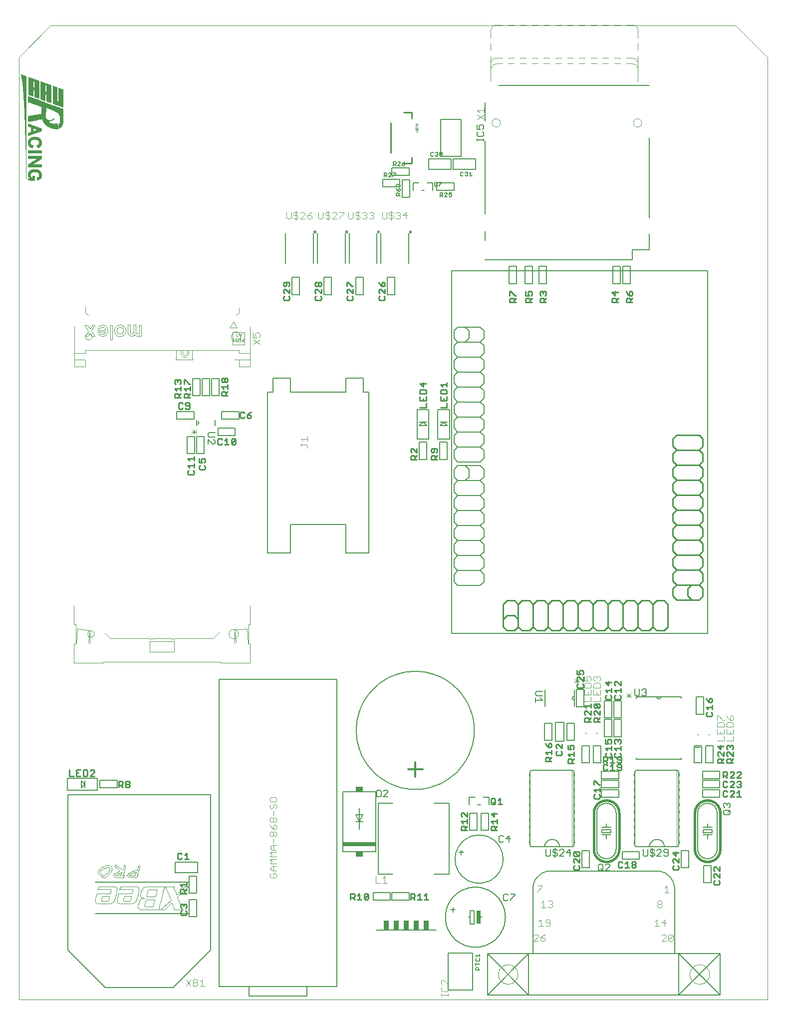
<source format=gto>
G75*
G70*
%OFA0B0*%
%FSLAX24Y24*%
%IPPOS*%
%LPD*%
%AMOC8*
5,1,8,0,0,1.08239X$1,22.5*
%
%ADD10R,0.0009X0.0018*%
%ADD11R,0.0009X0.0036*%
%ADD12R,0.0009X0.0054*%
%ADD13R,0.0009X0.0090*%
%ADD14R,0.0009X0.0117*%
%ADD15R,0.0009X0.0153*%
%ADD16R,0.0009X0.0189*%
%ADD17R,0.0009X0.0243*%
%ADD18R,0.0009X0.0279*%
%ADD19R,0.0009X0.0342*%
%ADD20R,0.0009X0.0387*%
%ADD21R,0.0009X0.0459*%
%ADD22R,0.0009X0.0522*%
%ADD23R,0.0009X0.0594*%
%ADD24R,0.0009X0.0675*%
%ADD25R,0.0009X0.0765*%
%ADD26R,0.0009X0.0846*%
%ADD27R,0.0009X0.0945*%
%ADD28R,0.0009X0.1053*%
%ADD29R,0.0009X0.1152*%
%ADD30R,0.0009X0.1278*%
%ADD31R,0.0009X0.1395*%
%ADD32R,0.0009X0.1530*%
%ADD33R,0.0009X0.1674*%
%ADD34R,0.0009X0.1818*%
%ADD35R,0.0009X0.1971*%
%ADD36R,0.0009X0.2142*%
%ADD37R,0.0009X0.2322*%
%ADD38R,0.0009X0.2511*%
%ADD39R,0.0009X0.2718*%
%ADD40R,0.0009X0.2925*%
%ADD41R,0.0009X0.3150*%
%ADD42R,0.0009X0.3402*%
%ADD43R,0.0009X0.3654*%
%ADD44R,0.0009X0.3933*%
%ADD45R,0.0009X0.4230*%
%ADD46R,0.0009X0.4563*%
%ADD47R,0.0009X0.4914*%
%ADD48R,0.0009X0.5301*%
%ADD49R,0.0009X0.5742*%
%ADD50R,0.0009X0.6246*%
%ADD51R,0.0009X0.6858*%
%ADD52R,0.0009X0.0180*%
%ADD53R,0.0009X0.0162*%
%ADD54R,0.0009X0.0369*%
%ADD55R,0.0009X0.0360*%
%ADD56R,0.0009X0.0171*%
%ADD57R,0.0009X0.0189*%
%ADD58R,0.0009X0.0252*%
%ADD59R,0.0009X0.0225*%
%ADD60R,0.0009X0.0144*%
%ADD61R,0.0009X0.1161*%
%ADD62R,0.0009X0.0378*%
%ADD63R,0.0009X0.0198*%
%ADD64R,0.0009X0.0306*%
%ADD65R,0.0009X0.0270*%
%ADD66R,0.0009X0.0351*%
%ADD67R,0.0009X0.1170*%
%ADD68R,0.0009X0.0369*%
%ADD69R,0.0009X0.0369*%
%ADD70R,0.0009X0.0180*%
%ADD71R,0.0009X0.0198*%
%ADD72R,0.0009X0.0387*%
%ADD73R,0.0009X0.0189*%
%ADD74R,0.0009X0.0162*%
%ADD75R,0.0009X0.0423*%
%ADD76R,0.0009X0.0207*%
%ADD77R,0.0009X0.1170*%
%ADD78R,0.0009X0.0441*%
%ADD79R,0.0009X0.0216*%
%ADD80R,0.0009X0.0387*%
%ADD81R,0.0009X0.0369*%
%ADD82R,0.0009X0.0477*%
%ADD83R,0.0009X0.0414*%
%ADD84R,0.0009X0.0495*%
%ADD85R,0.0009X0.0432*%
%ADD86R,0.0009X0.0513*%
%ADD87R,0.0009X0.0234*%
%ADD88R,0.0009X0.0450*%
%ADD89R,0.0009X0.0531*%
%ADD90R,0.0009X0.0468*%
%ADD91R,0.0009X0.0549*%
%ADD92R,0.0009X0.0486*%
%ADD93R,0.0009X0.0567*%
%ADD94R,0.0009X0.0252*%
%ADD95R,0.0009X0.0585*%
%ADD96R,0.0009X0.0261*%
%ADD97R,0.0009X0.0675*%
%ADD98R,0.0009X0.1161*%
%ADD99R,0.0009X0.0378*%
%ADD100R,0.0009X0.0594*%
%ADD101R,0.0009X0.0261*%
%ADD102R,0.0009X0.0684*%
%ADD103R,0.0009X0.0612*%
%ADD104R,0.0009X0.0684*%
%ADD105R,0.0009X0.0630*%
%ADD106R,0.0009X0.0693*%
%ADD107R,0.0009X0.0288*%
%ADD108R,0.0009X0.0333*%
%ADD109R,0.0009X0.0297*%
%ADD110R,0.0009X0.0171*%
%ADD111R,0.0009X0.0243*%
%ADD112R,0.0009X0.0297*%
%ADD113R,0.0009X0.0279*%
%ADD114R,0.0009X0.0234*%
%ADD115R,0.0009X0.0234*%
%ADD116R,0.0009X0.0315*%
%ADD117R,0.0009X0.0666*%
%ADD118R,0.0009X0.0657*%
%ADD119R,0.0009X0.0216*%
%ADD120R,0.0009X0.0324*%
%ADD121R,0.0009X0.0225*%
%ADD122R,0.0009X0.0648*%
%ADD123R,0.0009X0.0207*%
%ADD124R,0.0009X0.0639*%
%ADD125R,0.0009X0.0342*%
%ADD126R,0.0009X0.0621*%
%ADD127R,0.0009X0.0207*%
%ADD128R,0.0009X0.0351*%
%ADD129R,0.0009X0.0621*%
%ADD130R,0.0009X0.0603*%
%ADD131R,0.0009X0.0135*%
%ADD132R,0.0009X0.0342*%
%ADD133R,0.0009X0.0099*%
%ADD134R,0.0009X0.0576*%
%ADD135R,0.0009X0.0045*%
%ADD136R,0.0009X0.0396*%
%ADD137R,0.0009X0.0135*%
%ADD138R,0.0009X0.0009*%
%ADD139R,0.0009X0.0405*%
%ADD140R,0.0009X0.0567*%
%ADD141R,0.0009X0.0414*%
%ADD142R,0.0009X0.0162*%
%ADD143R,0.0009X0.0360*%
%ADD144R,0.0009X0.0144*%
%ADD145R,0.0009X0.0189*%
%ADD146R,0.0009X0.0036*%
%ADD147R,0.0009X0.0396*%
%ADD148R,0.0009X0.0027*%
%ADD149R,0.0009X0.0063*%
%ADD150R,0.0009X0.0108*%
%ADD151R,0.0009X0.0162*%
%ADD152R,0.0009X0.0342*%
%ADD153R,0.0009X0.0207*%
%ADD154R,0.0009X0.0324*%
%ADD155R,0.0009X0.0306*%
%ADD156R,0.0009X0.0315*%
%ADD157R,0.0009X0.0297*%
%ADD158R,0.0009X0.0612*%
%ADD159R,0.0009X0.0558*%
%ADD160R,0.0009X0.0531*%
%ADD161R,0.0009X0.0252*%
%ADD162R,0.0009X0.0513*%
%ADD163R,0.0009X0.0459*%
%ADD164R,0.0009X0.0450*%
%ADD165R,0.0009X0.0414*%
%ADD166R,0.0009X0.1215*%
%ADD167R,0.0009X0.1215*%
%ADD168R,0.0009X0.1206*%
%ADD169R,0.0009X0.1197*%
%ADD170R,0.0009X0.1179*%
%ADD171R,0.0009X0.1188*%
%ADD172R,0.0009X0.1188*%
%ADD173R,0.0009X0.1224*%
%ADD174R,0.0009X0.1260*%
%ADD175R,0.0009X0.1296*%
%ADD176R,0.0009X0.1305*%
%ADD177R,0.0009X0.1323*%
%ADD178R,0.0009X0.1332*%
%ADD179R,0.0009X0.1350*%
%ADD180R,0.0009X0.1368*%
%ADD181R,0.0009X0.1368*%
%ADD182R,0.0009X0.1386*%
%ADD183R,0.0009X0.1404*%
%ADD184R,0.0009X0.1413*%
%ADD185R,0.0009X0.1422*%
%ADD186R,0.0009X0.1422*%
%ADD187R,0.0009X0.1440*%
%ADD188R,0.0009X0.1449*%
%ADD189R,0.0009X0.1179*%
%ADD190R,0.0009X0.1458*%
%ADD191R,0.0009X0.1458*%
%ADD192R,0.0009X0.1467*%
%ADD193R,0.0009X0.1476*%
%ADD194R,0.0009X0.0144*%
%ADD195R,0.0009X0.1485*%
%ADD196R,0.0009X0.1494*%
%ADD197R,0.0009X0.0459*%
%ADD198R,0.0009X0.1179*%
%ADD199R,0.0009X0.0441*%
%ADD200R,0.0009X0.0432*%
%ADD201R,0.0009X0.0432*%
%ADD202R,0.0009X0.1179*%
%ADD203R,0.0009X0.0468*%
%ADD204R,0.0009X0.0486*%
%ADD205R,0.0009X0.0072*%
%ADD206R,0.0009X0.0054*%
%ADD207R,0.0009X0.0045*%
%ADD208R,0.0009X0.0054*%
%ADD209R,0.0009X0.0072*%
%ADD210R,0.0009X0.0324*%
%ADD211R,0.0009X0.0081*%
%ADD212R,0.0009X0.0081*%
%ADD213R,0.0009X0.0072*%
%ADD214R,0.0009X0.0027*%
%ADD215R,0.0009X0.0324*%
%ADD216R,0.0009X0.0279*%
%ADD217R,0.0009X0.0405*%
%ADD218R,0.0009X0.0027*%
%ADD219R,0.0009X0.0252*%
%ADD220R,0.0009X0.0063*%
%ADD221R,0.0009X0.0540*%
%ADD222R,0.0009X0.0558*%
%ADD223R,0.0009X0.0972*%
%ADD224R,0.0009X0.1008*%
%ADD225R,0.0009X0.1314*%
%ADD226R,0.0009X0.1314*%
%ADD227R,0.0009X0.1287*%
%ADD228R,0.0009X0.1260*%
%ADD229R,0.0009X0.1251*%
%ADD230R,0.0009X0.1242*%
%ADD231R,0.0009X0.1197*%
%ADD232R,0.0009X0.1152*%
%ADD233R,0.0009X0.1143*%
%ADD234R,0.0009X0.1116*%
%ADD235R,0.0009X0.1089*%
%ADD236R,0.0009X0.1062*%
%ADD237R,0.0009X0.1035*%
%ADD238R,0.0009X0.0999*%
%ADD239R,0.0009X0.0954*%
%ADD240R,0.0009X0.0909*%
%ADD241R,0.0009X0.0819*%
%ADD242C,0.0000*%
%ADD243C,0.0080*%
%ADD244C,0.0060*%
%ADD245C,0.0040*%
%ADD246C,0.0090*%
%ADD247C,0.0100*%
%ADD248C,0.0050*%
%ADD249C,0.0130*%
%ADD250R,0.0380X0.0660*%
%ADD251R,0.2200X0.0300*%
%ADD252R,0.0500X0.0350*%
%ADD253R,0.0250X0.0900*%
%ADD254C,0.0030*%
%ADD255C,0.0020*%
%ADD256R,0.0050X0.0200*%
%ADD257C,0.0160*%
%ADD258R,0.0079X0.0079*%
%ADD259C,0.0010*%
D10*
X002491Y058937D03*
X000259Y061889D03*
D11*
X000268Y061880D03*
X002248Y058829D03*
X002257Y058829D03*
X002473Y058928D03*
D12*
X002284Y058829D03*
X002266Y058829D03*
X002212Y058811D03*
X000277Y061862D03*
D13*
X000286Y061844D03*
X002869Y058811D03*
X001348Y057128D03*
D14*
X000295Y061831D03*
D15*
X000304Y061804D03*
D16*
X000313Y061786D03*
X001636Y058204D03*
X001366Y058105D03*
X001339Y058096D03*
X001312Y058087D03*
X001267Y058069D03*
X001258Y058069D03*
X001231Y058060D03*
X001213Y058051D03*
X001204Y058051D03*
X001186Y058042D03*
X001177Y058042D03*
X001141Y058024D03*
X001132Y058024D03*
X001123Y058024D03*
X001114Y058015D03*
X000943Y057961D03*
X000916Y057952D03*
X000862Y057934D03*
X001159Y057637D03*
X001168Y057637D03*
X001177Y057637D03*
X001222Y057637D03*
X001231Y057637D03*
X001249Y057637D03*
X001249Y056359D03*
X001258Y056359D03*
X001267Y056359D03*
X001276Y056359D03*
X001294Y056359D03*
X001303Y056359D03*
X001231Y056359D03*
X001222Y056359D03*
X001213Y056359D03*
X001204Y056359D03*
X001186Y056359D03*
X001177Y056359D03*
X001168Y056359D03*
X001159Y056359D03*
X001141Y056359D03*
X001132Y056359D03*
X001123Y056359D03*
X001114Y056359D03*
X001096Y056359D03*
X001087Y056359D03*
X001078Y056359D03*
X001069Y056359D03*
X001051Y056359D03*
X001042Y056359D03*
X001033Y056359D03*
X001024Y056359D03*
X001006Y056359D03*
X000997Y056359D03*
X000988Y056359D03*
X000979Y056359D03*
X000961Y056359D03*
X000952Y056359D03*
X000943Y056359D03*
X000934Y056359D03*
X000916Y056359D03*
X000907Y056359D03*
X000898Y056359D03*
X000889Y056359D03*
X000871Y056359D03*
X000862Y056359D03*
X000853Y056359D03*
X000844Y056359D03*
X000826Y056359D03*
X000817Y056359D03*
X000808Y056359D03*
X000799Y056359D03*
X000781Y056359D03*
X000772Y056359D03*
X000772Y055801D03*
X001114Y055801D03*
X001123Y055801D03*
X001132Y055801D03*
X001141Y055801D03*
X001159Y055801D03*
X001168Y055801D03*
X001177Y055801D03*
X001186Y055801D03*
X001204Y055801D03*
X001213Y055801D03*
X001222Y055801D03*
X001231Y055801D03*
X001249Y055801D03*
X001258Y055801D03*
X001267Y055801D03*
X001276Y055801D03*
X001294Y055801D03*
X001303Y055801D03*
X001312Y055801D03*
X001321Y055801D03*
X001339Y055801D03*
X001348Y055801D03*
X001357Y055801D03*
X001366Y055801D03*
X001384Y055801D03*
X001393Y055801D03*
X001402Y055801D03*
X001411Y055801D03*
X001429Y055801D03*
X001438Y055801D03*
X001447Y055801D03*
X001456Y055801D03*
X001474Y055801D03*
X001483Y055801D03*
X001492Y055801D03*
X001501Y055801D03*
X001519Y055801D03*
X001528Y055801D03*
X001537Y055801D03*
X001546Y055801D03*
X001564Y055801D03*
X001573Y055801D03*
X001582Y055801D03*
X001591Y055801D03*
X001609Y055801D03*
X001618Y055801D03*
X001627Y055801D03*
X001258Y055477D03*
X001249Y055477D03*
X001159Y055477D03*
X001051Y054901D03*
X001042Y054901D03*
X001636Y056350D03*
X002734Y058357D03*
D17*
X002779Y059941D03*
X002734Y059959D03*
X002707Y059968D03*
X001474Y057546D03*
X001474Y057141D03*
X001564Y056331D03*
X001573Y056331D03*
X000853Y055828D03*
X000844Y055828D03*
X000943Y055405D03*
X000934Y055396D03*
X000952Y054928D03*
X001474Y054981D03*
X000322Y061759D03*
D18*
X000331Y061732D03*
X001501Y058204D03*
X000907Y057169D03*
X001519Y056314D03*
X000907Y055846D03*
X000898Y055846D03*
X001483Y055369D03*
D19*
X000790Y055211D03*
X001420Y058199D03*
X002365Y058451D03*
X002230Y059729D03*
X002140Y059765D03*
X002005Y059810D03*
X000340Y061700D03*
D20*
X000349Y061669D03*
X002644Y059563D03*
X002662Y059554D03*
D21*
X002788Y059473D03*
X002122Y058618D03*
X002113Y058618D03*
X000358Y061633D03*
D22*
X000367Y061601D03*
X001933Y058775D03*
D23*
X002869Y059378D03*
X001519Y057344D03*
X001519Y055184D03*
X000376Y061556D03*
D24*
X000385Y061515D03*
D25*
X000394Y061470D03*
X001933Y059625D03*
D26*
X000403Y061421D03*
D27*
X000412Y061371D03*
D28*
X000421Y061318D03*
D29*
X000430Y061259D03*
D30*
X000439Y061196D03*
X002941Y059009D03*
D31*
X001798Y059365D03*
X000448Y061129D03*
D32*
X000457Y061061D03*
D33*
X000466Y060989D03*
D34*
X000475Y060908D03*
D35*
X000484Y060832D03*
D36*
X000493Y060746D03*
D37*
X000502Y060647D03*
D38*
X000511Y060553D03*
D39*
X000520Y060449D03*
D40*
X000529Y060336D03*
D41*
X000538Y060224D03*
D42*
X000547Y060098D03*
D43*
X000556Y059963D03*
D44*
X000565Y059824D03*
D45*
X000574Y059666D03*
D46*
X000583Y059500D03*
D47*
X000592Y059324D03*
D48*
X000601Y059122D03*
D49*
X000610Y058901D03*
D50*
X000619Y058649D03*
D51*
X000628Y058334D03*
D52*
X000781Y058505D03*
X000799Y058496D03*
X000808Y058496D03*
X000817Y058496D03*
X000826Y058487D03*
X000844Y058487D03*
X000853Y058478D03*
X000862Y058478D03*
X000871Y058478D03*
X000889Y058469D03*
X000898Y058469D03*
X000907Y058460D03*
X000916Y058460D03*
X000934Y058451D03*
X000943Y058451D03*
X001123Y058388D03*
X001141Y058379D03*
X001168Y058370D03*
X001177Y058370D03*
X001204Y058361D03*
X001222Y058352D03*
X001249Y058343D03*
X001276Y058334D03*
X001303Y058325D03*
X001357Y058307D03*
X001384Y058109D03*
X001357Y058100D03*
X001348Y058100D03*
X001321Y058091D03*
X001303Y058082D03*
X001276Y058073D03*
X001249Y058064D03*
X001222Y058055D03*
X001168Y058037D03*
X000754Y057335D03*
X001051Y057074D03*
X000763Y056732D03*
X001636Y056732D03*
X001366Y054932D03*
X002797Y058496D03*
D53*
X002743Y058343D03*
X000754Y055202D03*
X000772Y054887D03*
X000781Y054887D03*
X000799Y054887D03*
X000808Y054887D03*
X000817Y054887D03*
X000826Y054887D03*
X000844Y054887D03*
X000853Y054887D03*
X000862Y054887D03*
D54*
X000799Y055216D03*
X001033Y055891D03*
X001042Y055891D03*
X001384Y056269D03*
X002536Y058429D03*
X002554Y058429D03*
X002563Y058429D03*
X002572Y058429D03*
X002581Y058429D03*
X002599Y058429D03*
X002608Y058429D03*
X002617Y058429D03*
X002626Y058429D03*
X002644Y058429D03*
X002653Y058429D03*
X002608Y059581D03*
X002581Y059590D03*
X002572Y059599D03*
X002563Y059599D03*
X001582Y059950D03*
X001483Y059986D03*
X001456Y059995D03*
X001384Y060022D03*
X001357Y060031D03*
X001258Y060067D03*
X001231Y060076D03*
X001186Y060094D03*
X001132Y060112D03*
X001087Y060130D03*
X000988Y060166D03*
X000961Y060175D03*
X000934Y060184D03*
X000889Y060202D03*
X000862Y060211D03*
X000808Y060229D03*
X000763Y060247D03*
X000961Y058960D03*
X000979Y058960D03*
X001024Y058969D03*
X001114Y058987D03*
X001123Y058987D03*
X001159Y058996D03*
X001168Y058996D03*
X001177Y058996D03*
X001204Y059005D03*
X001213Y059005D03*
X001222Y059005D03*
X001258Y059014D03*
X001267Y059014D03*
X001357Y059032D03*
X001366Y059032D03*
X001402Y059041D03*
X001411Y059041D03*
X001447Y059050D03*
X001456Y059050D03*
X001501Y059059D03*
X001609Y059077D03*
X000934Y058951D03*
X000916Y058951D03*
X000871Y058942D03*
X000781Y058924D03*
X000772Y058924D03*
D55*
X000763Y058919D03*
X000799Y058928D03*
X000808Y058928D03*
X000844Y058937D03*
X000853Y058937D03*
X000862Y058937D03*
X000889Y058946D03*
X000898Y058946D03*
X000907Y058946D03*
X000943Y058955D03*
X000952Y058955D03*
X000988Y058964D03*
X000997Y058964D03*
X001006Y058964D03*
X001033Y058973D03*
X001042Y058973D03*
X001051Y058973D03*
X001087Y058982D03*
X001096Y058982D03*
X001132Y058991D03*
X001141Y058991D03*
X001186Y059000D03*
X001231Y059009D03*
X001249Y059009D03*
X001276Y059018D03*
X001294Y059018D03*
X001339Y059027D03*
X001348Y059027D03*
X001384Y059036D03*
X001393Y059036D03*
X001429Y059045D03*
X001438Y059045D03*
X001474Y059054D03*
X001483Y059054D03*
X001492Y059054D03*
X001519Y059063D03*
X001528Y059063D03*
X001537Y059063D03*
X001564Y059072D03*
X001573Y059072D03*
X001582Y059072D03*
X001591Y059072D03*
X001618Y059081D03*
X001627Y059081D03*
X001393Y058199D03*
X002428Y058442D03*
X002473Y058433D03*
X002482Y058433D03*
X002491Y058433D03*
X002509Y058433D03*
X002518Y058433D03*
X002527Y058433D03*
X002842Y058478D03*
X002554Y059603D03*
X002536Y059612D03*
X002527Y059612D03*
X002518Y059621D03*
X002509Y059621D03*
X002491Y059630D03*
X002482Y059630D03*
X002473Y059639D03*
X002464Y059639D03*
X002446Y059648D03*
X002419Y059657D03*
X001393Y056273D03*
X001024Y055886D03*
D56*
X000763Y055801D03*
X000763Y056359D03*
X001636Y055801D03*
X001384Y058294D03*
X001366Y058303D03*
X001348Y058312D03*
X001339Y058312D03*
X001321Y058321D03*
X001312Y058321D03*
X001294Y058330D03*
X001267Y058339D03*
X001258Y058339D03*
X001231Y058348D03*
X001213Y058357D03*
X001186Y058366D03*
X001159Y058375D03*
X001132Y058384D03*
X001114Y058393D03*
X000952Y058447D03*
X000772Y058510D03*
X000763Y058510D03*
X001897Y060652D03*
X001906Y060652D03*
X001924Y060643D03*
X001933Y060643D03*
X001942Y060643D03*
X001951Y060634D03*
X001159Y060922D03*
X001141Y060931D03*
X001132Y060931D03*
X001123Y060940D03*
X001114Y060940D03*
X001096Y060949D03*
X001087Y060949D03*
X002878Y058816D03*
D57*
X001294Y058078D03*
X001159Y058033D03*
X000889Y057943D03*
X000763Y057898D03*
D58*
X000763Y057335D03*
X000916Y057146D03*
X001636Y057335D03*
X001546Y058199D03*
X001537Y058199D03*
X002716Y058379D03*
X002761Y059945D03*
X002752Y059954D03*
X002743Y059954D03*
X001636Y055175D03*
X001483Y054995D03*
D59*
X001456Y054964D03*
X001456Y055405D03*
X001447Y055414D03*
X000979Y055431D03*
X000961Y055423D03*
X000952Y055414D03*
X000763Y055206D03*
X000826Y055819D03*
X001123Y056025D03*
X001177Y056061D03*
X001204Y056080D03*
X001231Y056098D03*
X001258Y056115D03*
X001591Y056340D03*
X001447Y057115D03*
X001456Y057124D03*
X001456Y057565D03*
X001447Y057574D03*
X000952Y057574D03*
X000934Y057124D03*
X001582Y058204D03*
D60*
X001969Y061214D03*
X001942Y061223D03*
X001924Y061232D03*
X001897Y061241D03*
X000763Y054887D03*
D61*
X001474Y060877D03*
X001276Y060949D03*
X001249Y060958D03*
X001177Y060985D03*
X001078Y061021D03*
X001051Y061030D03*
X001024Y061039D03*
X000979Y061057D03*
X000952Y061066D03*
X000853Y061102D03*
X000826Y061111D03*
X000799Y061120D03*
X000781Y061129D03*
X000772Y061129D03*
D62*
X000772Y060242D03*
X000781Y060242D03*
X000799Y060233D03*
X000817Y060224D03*
X000826Y060224D03*
X000844Y060215D03*
X000853Y060215D03*
X000871Y060206D03*
X000898Y060197D03*
X000916Y060188D03*
X000943Y060179D03*
X000952Y060179D03*
X000979Y060170D03*
X000997Y060161D03*
X001006Y060161D03*
X001024Y060152D03*
X001042Y060143D03*
X001051Y060143D03*
X001069Y060134D03*
X001078Y060134D03*
X001096Y060125D03*
X001114Y060116D03*
X001123Y060116D03*
X001141Y060107D03*
X001168Y060098D03*
X001177Y060098D03*
X001204Y060089D03*
X001213Y060080D03*
X001222Y060080D03*
X001249Y060071D03*
X001267Y060062D03*
X001276Y060062D03*
X001294Y060053D03*
X001303Y060053D03*
X001312Y060044D03*
X001321Y060044D03*
X001339Y060035D03*
X001348Y060035D03*
X001366Y060026D03*
X001393Y060017D03*
X001402Y060017D03*
X001411Y060008D03*
X001429Y060008D03*
X001438Y059999D03*
X001447Y059999D03*
X001474Y059990D03*
X001492Y059981D03*
X001501Y059981D03*
X001519Y059972D03*
X001528Y059972D03*
X001537Y059963D03*
X001546Y059963D03*
X001564Y059954D03*
X001573Y059954D03*
X001591Y059945D03*
X001609Y059936D03*
X001618Y059936D03*
X001627Y059936D03*
X002599Y059585D03*
X002617Y059576D03*
X002626Y059567D03*
X002653Y059558D03*
X002662Y058433D03*
X001366Y056264D03*
X001357Y056264D03*
X001051Y055895D03*
D63*
X000781Y055805D03*
X001033Y055454D03*
X001069Y055463D03*
X001078Y055463D03*
X001096Y055472D03*
X001114Y055472D03*
X001123Y055472D03*
X001132Y055472D03*
X001141Y055472D03*
X001168Y055481D03*
X001177Y055481D03*
X001186Y055481D03*
X001204Y055481D03*
X001213Y055481D03*
X001222Y055481D03*
X001231Y055481D03*
X001267Y055472D03*
X001276Y055472D03*
X001294Y055472D03*
X001303Y055472D03*
X001312Y055472D03*
X001321Y055463D03*
X001339Y055463D03*
X001348Y055463D03*
X001366Y055454D03*
X001393Y054932D03*
X001402Y054932D03*
X001384Y054923D03*
X001033Y054905D03*
X001024Y054905D03*
X001024Y056732D03*
X001033Y056732D03*
X001042Y056732D03*
X001051Y056732D03*
X001069Y056732D03*
X001078Y056732D03*
X001087Y056732D03*
X001096Y056732D03*
X001114Y056732D03*
X001123Y056732D03*
X001132Y056732D03*
X001141Y056732D03*
X001159Y056732D03*
X001168Y056732D03*
X001177Y056732D03*
X001186Y056732D03*
X001204Y056732D03*
X001213Y056732D03*
X001222Y056732D03*
X001231Y056732D03*
X001249Y056732D03*
X001258Y056732D03*
X001267Y056732D03*
X001276Y056732D03*
X001294Y056732D03*
X001303Y056732D03*
X001312Y056732D03*
X001321Y056732D03*
X001339Y056732D03*
X001348Y056732D03*
X001357Y056732D03*
X001366Y056732D03*
X001384Y056732D03*
X001393Y056732D03*
X001402Y056732D03*
X001411Y056732D03*
X001429Y056732D03*
X001438Y056732D03*
X001447Y056732D03*
X001456Y056732D03*
X001474Y056732D03*
X001483Y056732D03*
X001492Y056732D03*
X001501Y056732D03*
X001519Y056732D03*
X001528Y056732D03*
X001537Y056732D03*
X001546Y056732D03*
X001564Y056732D03*
X001573Y056732D03*
X001582Y056732D03*
X001591Y056732D03*
X001609Y056732D03*
X001618Y056732D03*
X001627Y056732D03*
X001042Y057074D03*
X001033Y057074D03*
X001024Y057074D03*
X001006Y057083D03*
X000988Y057092D03*
X000988Y056732D03*
X000997Y056732D03*
X001006Y056732D03*
X000979Y056732D03*
X000961Y056732D03*
X000952Y056732D03*
X000943Y056732D03*
X000934Y056732D03*
X000916Y056732D03*
X000907Y056732D03*
X000898Y056732D03*
X000889Y056732D03*
X000871Y056732D03*
X000862Y056732D03*
X000853Y056732D03*
X000844Y056732D03*
X000826Y056732D03*
X000817Y056732D03*
X000808Y056732D03*
X000799Y056732D03*
X000781Y056732D03*
X000772Y056732D03*
X001033Y057614D03*
X001069Y057623D03*
X001078Y057623D03*
X001087Y057632D03*
X001096Y057632D03*
X001114Y057632D03*
X001123Y057632D03*
X001132Y057632D03*
X001141Y057632D03*
X001186Y057641D03*
X001204Y057641D03*
X001213Y057641D03*
X001258Y057632D03*
X001267Y057632D03*
X001276Y057632D03*
X001294Y057632D03*
X001303Y057632D03*
X001312Y057632D03*
X001321Y057623D03*
X001339Y057623D03*
X001348Y057623D03*
X001357Y057614D03*
X001366Y057614D03*
X000952Y057965D03*
X000934Y057956D03*
X000907Y057947D03*
X000898Y057947D03*
X000871Y057938D03*
X000853Y057929D03*
X000844Y057929D03*
X000826Y057920D03*
X000817Y057920D03*
X000808Y057911D03*
X000799Y057911D03*
X000781Y057902D03*
X000772Y057902D03*
X001618Y058199D03*
X001627Y058199D03*
D64*
X001474Y058199D03*
X001627Y057335D03*
X001474Y056300D03*
X000943Y055859D03*
X000907Y055355D03*
X000781Y055211D03*
X001627Y055175D03*
X000772Y057335D03*
X002896Y058487D03*
D65*
X001519Y058199D03*
X001483Y057533D03*
X001528Y056318D03*
X000889Y055841D03*
X000916Y055373D03*
X000772Y055211D03*
D66*
X001006Y055882D03*
X001402Y056278D03*
X001411Y056278D03*
X001618Y057340D03*
X000781Y057340D03*
X001402Y058204D03*
X002392Y058447D03*
X002401Y058447D03*
X002419Y058447D03*
X002437Y058438D03*
X002446Y058438D03*
X002464Y058438D03*
X002833Y058474D03*
X002437Y059653D03*
X002428Y059653D03*
X002401Y059662D03*
X002392Y059671D03*
X002383Y059671D03*
X002374Y059680D03*
X002356Y059680D03*
X002347Y059689D03*
X002338Y059689D03*
X002311Y059698D03*
X002293Y059707D03*
X002266Y059716D03*
X002248Y059725D03*
X002221Y059734D03*
X002176Y059752D03*
X002149Y059761D03*
X002122Y059770D03*
X002023Y059806D03*
X001618Y055180D03*
D67*
X002905Y060359D03*
X002680Y060440D03*
X002635Y060458D03*
X002500Y060503D03*
X002455Y060521D03*
X002410Y060539D03*
X002275Y060584D03*
X002230Y060602D03*
X002185Y060620D03*
X002140Y060638D03*
X002050Y060665D03*
X002005Y060683D03*
X001825Y060746D03*
X001780Y060764D03*
X001735Y060782D03*
X001690Y060800D03*
X001645Y060818D03*
X001600Y060827D03*
X001465Y060881D03*
X001420Y060899D03*
X001330Y060926D03*
X001285Y060944D03*
X001240Y060962D03*
X001195Y060980D03*
X001060Y061025D03*
X001015Y061043D03*
X000970Y061061D03*
X000835Y061106D03*
X000790Y061124D03*
D68*
X000790Y060238D03*
X001285Y060058D03*
X001555Y059068D03*
X001060Y058978D03*
X000835Y058933D03*
X002545Y059608D03*
D69*
X002590Y059590D03*
X001555Y059959D03*
X001330Y060040D03*
X001060Y060139D03*
X000835Y060220D03*
X001015Y058969D03*
X000970Y058960D03*
X000925Y058951D03*
X000880Y058942D03*
X000790Y058924D03*
X001465Y059050D03*
X001510Y059059D03*
X001600Y059077D03*
X002545Y058429D03*
X002590Y058429D03*
X002635Y058429D03*
X001375Y056269D03*
D70*
X001645Y057335D03*
X001330Y058091D03*
X001375Y058109D03*
X001375Y058298D03*
X001330Y058316D03*
X001195Y058361D03*
X001150Y058379D03*
X000880Y058469D03*
X000835Y058487D03*
X000790Y058505D03*
X001195Y058046D03*
X001645Y055175D03*
D71*
X001375Y054923D03*
X001015Y054905D03*
X001060Y055463D03*
X001105Y055472D03*
X001150Y055472D03*
X001195Y055481D03*
X001240Y055481D03*
X001285Y055472D03*
X001330Y055463D03*
X000790Y055805D03*
X000790Y056732D03*
X000835Y056732D03*
X000880Y056732D03*
X000925Y056732D03*
X000970Y056732D03*
X001015Y056732D03*
X001060Y056732D03*
X001105Y056732D03*
X001150Y056732D03*
X001195Y056732D03*
X001240Y056732D03*
X001285Y056732D03*
X001330Y056732D03*
X001375Y056732D03*
X001420Y056732D03*
X001465Y056732D03*
X001510Y056732D03*
X001555Y056732D03*
X001600Y056732D03*
X001375Y057083D03*
X001015Y057083D03*
X001060Y057623D03*
X001105Y057632D03*
X001195Y057641D03*
X001285Y057632D03*
X001330Y057623D03*
X000925Y057956D03*
X000880Y057938D03*
X000835Y057920D03*
X000790Y057911D03*
D72*
X000790Y057340D03*
X001060Y055900D03*
X002680Y059545D03*
D73*
X001240Y058060D03*
X001105Y058015D03*
X001150Y057637D03*
X001240Y057637D03*
X001240Y056359D03*
X001285Y056359D03*
X001195Y056359D03*
X001150Y056359D03*
X001105Y056359D03*
X001060Y056359D03*
X001015Y056359D03*
X000970Y056359D03*
X000925Y056359D03*
X000880Y056359D03*
X000835Y056359D03*
X000790Y056359D03*
X001105Y055801D03*
X001150Y055801D03*
X001195Y055801D03*
X001240Y055801D03*
X001285Y055801D03*
X001330Y055801D03*
X001375Y055801D03*
X001420Y055801D03*
X001465Y055801D03*
X001510Y055801D03*
X001555Y055801D03*
X001600Y055801D03*
D74*
X000835Y054887D03*
X000790Y054887D03*
D75*
X000799Y057340D03*
X002752Y059500D03*
X002743Y059509D03*
D76*
X001402Y057601D03*
X001393Y057601D03*
X001384Y057610D03*
X001024Y057610D03*
X001006Y057601D03*
X000997Y057601D03*
X000961Y057106D03*
X001618Y056350D03*
X001627Y056350D03*
X001384Y055450D03*
X001393Y055441D03*
X001402Y055441D03*
X001024Y055450D03*
X000799Y055810D03*
X000997Y054910D03*
X001006Y054910D03*
X001429Y054946D03*
D77*
X003004Y059036D03*
X003076Y060296D03*
X003031Y060314D03*
X003004Y060323D03*
X002977Y060332D03*
X002932Y060350D03*
X002878Y060368D03*
X002851Y060377D03*
X002833Y060386D03*
X002806Y060395D03*
X002653Y060449D03*
X002626Y060458D03*
X002608Y060467D03*
X002581Y060476D03*
X002554Y060485D03*
X002536Y060494D03*
X002527Y060494D03*
X002509Y060503D03*
X002482Y060512D03*
X002437Y060530D03*
X002428Y060530D03*
X002401Y060539D03*
X002284Y060584D03*
X002257Y060593D03*
X002239Y060602D03*
X002212Y060611D03*
X002203Y060611D03*
X002176Y060620D03*
X002158Y060629D03*
X002131Y060638D03*
X002113Y060647D03*
X002104Y060647D03*
X002086Y060656D03*
X002077Y060656D03*
X002059Y060665D03*
X002041Y060674D03*
X002032Y060674D03*
X002014Y060683D03*
X001987Y060692D03*
X001978Y060692D03*
X001888Y060728D03*
X001879Y060728D03*
X001861Y060737D03*
X001852Y060737D03*
X001843Y060746D03*
X001834Y060746D03*
X001816Y060755D03*
X001807Y060755D03*
X001789Y060764D03*
X001762Y060773D03*
X001753Y060773D03*
X001744Y060782D03*
X001726Y060782D03*
X001717Y060791D03*
X001708Y060791D03*
X001681Y060800D03*
X001663Y060809D03*
X001654Y060809D03*
X001636Y060818D03*
X001627Y060818D03*
X001618Y060827D03*
X001609Y060827D03*
X001591Y060836D03*
X001456Y060881D03*
X001447Y060890D03*
X001438Y060890D03*
X001429Y060890D03*
X001411Y060899D03*
X001402Y060899D03*
X001393Y060908D03*
X001384Y060908D03*
X001366Y060917D03*
X001357Y060917D03*
X001348Y060926D03*
X001339Y060926D03*
X001321Y060935D03*
X001312Y060935D03*
X001303Y060935D03*
X001294Y060944D03*
X001267Y060953D03*
X001258Y060953D03*
X001231Y060962D03*
X001222Y060971D03*
X001213Y060971D03*
X001204Y060971D03*
X001186Y060980D03*
X001168Y060989D03*
X001069Y061025D03*
X001042Y061034D03*
X001033Y061034D03*
X001006Y061043D03*
X000997Y061052D03*
X000988Y061052D03*
X000961Y061061D03*
X000943Y061070D03*
X000934Y061070D03*
X000916Y061079D03*
X000907Y061079D03*
X000898Y061088D03*
X000889Y061088D03*
X000871Y061097D03*
X000862Y061097D03*
X000844Y061106D03*
X000817Y061115D03*
X000808Y061115D03*
D78*
X001987Y058699D03*
X001996Y058690D03*
X002014Y058672D03*
X002041Y058654D03*
X002059Y058645D03*
X002068Y058636D03*
X002077Y058636D03*
X000808Y057340D03*
X001591Y055180D03*
D79*
X001447Y054959D03*
X001438Y054950D03*
X000988Y054914D03*
X000979Y054914D03*
X000988Y055436D03*
X000997Y055436D03*
X001006Y055445D03*
X001411Y055436D03*
X001429Y055427D03*
X001438Y055418D03*
X001132Y056030D03*
X001141Y056039D03*
X001159Y056048D03*
X001168Y056057D03*
X001186Y056066D03*
X001213Y056084D03*
X001222Y056093D03*
X001249Y056111D03*
X001267Y056120D03*
X001276Y056129D03*
X001294Y056138D03*
X001303Y056147D03*
X001114Y056021D03*
X000817Y055814D03*
X000808Y055814D03*
X001609Y056345D03*
X001438Y057110D03*
X001429Y057110D03*
X001438Y057578D03*
X001429Y057587D03*
X001411Y057596D03*
X000988Y057596D03*
X000961Y057578D03*
X000943Y057119D03*
X000952Y057110D03*
X001591Y058199D03*
X002806Y058469D03*
D80*
X001951Y059815D03*
X001609Y057340D03*
X001348Y056260D03*
X001069Y055900D03*
X000808Y055216D03*
X001609Y055180D03*
D81*
X002671Y058438D03*
X001546Y059068D03*
X001321Y059023D03*
X001312Y059023D03*
X001303Y059023D03*
X001078Y058978D03*
X001069Y058978D03*
X000826Y058933D03*
X000817Y058933D03*
X001159Y060103D03*
X001033Y060148D03*
X000907Y060193D03*
D82*
X002167Y058600D03*
X002806Y059455D03*
X000817Y057340D03*
D83*
X000817Y055220D03*
D84*
X000862Y055225D03*
X001573Y055180D03*
X001573Y057340D03*
X000826Y057340D03*
X002824Y059436D03*
D85*
X002761Y059495D03*
X000826Y055220D03*
D86*
X000835Y057340D03*
D87*
X000925Y057137D03*
X000835Y055823D03*
D88*
X000835Y055220D03*
X002095Y058622D03*
D89*
X002842Y059419D03*
X000844Y057340D03*
D90*
X001582Y057335D03*
X002149Y058604D03*
X002158Y058604D03*
X002131Y058613D03*
X001951Y058739D03*
X002797Y059468D03*
X000844Y055220D03*
D91*
X001546Y055180D03*
X001546Y057340D03*
X000853Y057340D03*
D92*
X001942Y058757D03*
X002176Y058595D03*
X002194Y058595D03*
X000853Y055220D03*
D93*
X000862Y057340D03*
X001537Y057340D03*
D94*
X000862Y055832D03*
X001474Y055382D03*
X000943Y054932D03*
X002716Y059963D03*
D95*
X001069Y058204D03*
X000871Y057340D03*
X001528Y057340D03*
D96*
X001483Y057151D03*
X000916Y057538D03*
X001528Y058204D03*
X001537Y056323D03*
X001546Y056323D03*
X000871Y055837D03*
X000934Y054937D03*
D97*
X000871Y055144D03*
D98*
X001375Y060913D03*
X000925Y061075D03*
X000880Y061093D03*
D99*
X000880Y060206D03*
X000925Y060188D03*
X000970Y060170D03*
X001015Y060152D03*
X001105Y060125D03*
X001150Y060107D03*
X001195Y060089D03*
X001240Y060071D03*
X001375Y060026D03*
X001420Y060008D03*
X001465Y059990D03*
X001510Y059972D03*
X001600Y059945D03*
X002635Y059567D03*
D100*
X001060Y058199D03*
X000880Y057344D03*
D101*
X000880Y055837D03*
X000925Y055387D03*
D102*
X000880Y055148D03*
D103*
X001501Y055184D03*
X000889Y057344D03*
X001033Y058199D03*
D104*
X000889Y055148D03*
D105*
X001492Y055184D03*
X001492Y057344D03*
X000898Y057344D03*
X001006Y058199D03*
X001942Y059693D03*
D106*
X000898Y055153D03*
D107*
X000916Y055850D03*
X001501Y056309D03*
X000907Y057515D03*
X001492Y058199D03*
X002824Y058433D03*
D108*
X002869Y058483D03*
X002356Y058456D03*
X002347Y058456D03*
X002338Y058456D03*
X002329Y058456D03*
X002311Y058465D03*
X002221Y058501D03*
X002212Y058510D03*
X001429Y058204D03*
X001429Y056286D03*
X001438Y056286D03*
X000988Y055873D03*
X000979Y055873D03*
X000907Y054973D03*
D109*
X000916Y054955D03*
X000934Y055855D03*
X001483Y056305D03*
X001492Y056305D03*
D110*
X001285Y058330D03*
X001240Y058348D03*
X001105Y058393D03*
X000925Y058456D03*
X001915Y060652D03*
X001960Y060634D03*
X001150Y060931D03*
D111*
X001555Y058204D03*
X001465Y057556D03*
X001465Y057133D03*
X000925Y057546D03*
X001465Y055396D03*
D112*
X000925Y055855D03*
D113*
X001510Y056314D03*
X000925Y054946D03*
X001510Y058204D03*
D114*
X000934Y057560D03*
D115*
X000943Y057569D03*
X001564Y058199D03*
X001573Y058199D03*
X001582Y056336D03*
X000961Y054923D03*
D116*
X000961Y055864D03*
X000952Y055864D03*
X001456Y056295D03*
X001456Y058204D03*
X002887Y058483D03*
D117*
X000961Y058199D03*
D118*
X000970Y058204D03*
D119*
X000970Y057587D03*
X000970Y057101D03*
X001420Y057101D03*
X001240Y056102D03*
X001195Y056075D03*
X001105Y056012D03*
X001420Y055427D03*
X001600Y058199D03*
X002725Y058370D03*
D120*
X002230Y058496D03*
X000970Y055868D03*
D121*
X001150Y056044D03*
X001285Y056134D03*
X001600Y056340D03*
X000970Y055423D03*
X000970Y054919D03*
X001465Y054973D03*
D122*
X000988Y058199D03*
X000979Y058199D03*
D123*
X001042Y057619D03*
X001051Y057619D03*
X000979Y057591D03*
X000979Y057096D03*
X000997Y057088D03*
X001384Y057088D03*
X001393Y057088D03*
X001402Y057096D03*
X001411Y057096D03*
X001609Y058204D03*
X001357Y055459D03*
X001087Y055468D03*
X001051Y055459D03*
X001042Y055459D03*
X001411Y054936D03*
D124*
X000997Y058204D03*
D125*
X001969Y059828D03*
X002059Y059792D03*
X002068Y059792D03*
X002077Y059783D03*
X002086Y059783D03*
X002194Y059747D03*
X002203Y059738D03*
X002212Y059738D03*
X002302Y059702D03*
X002329Y059693D03*
X002851Y058478D03*
X000997Y055877D03*
X001069Y054977D03*
X001078Y054977D03*
X001087Y054977D03*
X001096Y054977D03*
X001114Y054977D03*
X001123Y054977D03*
X001132Y054977D03*
X001141Y054977D03*
X001159Y054977D03*
X001168Y054977D03*
X001177Y054977D03*
X001186Y054977D03*
D126*
X001015Y058204D03*
D127*
X001015Y057610D03*
X001375Y057610D03*
X001375Y055450D03*
X001015Y055450D03*
X001420Y054946D03*
D128*
X001015Y055882D03*
X002410Y058447D03*
X002455Y058438D03*
X002680Y058429D03*
X002455Y059644D03*
X002410Y059662D03*
X002365Y059680D03*
X002320Y059698D03*
X002275Y059716D03*
X002050Y059797D03*
D129*
X002878Y059356D03*
X001024Y058204D03*
X001501Y057340D03*
D130*
X001051Y058204D03*
X001042Y058204D03*
D131*
X001060Y057096D03*
X001960Y061219D03*
X001150Y061506D03*
X001105Y061525D03*
D132*
X001960Y059828D03*
X002095Y059783D03*
X002185Y059747D03*
X002860Y058478D03*
X001420Y056282D03*
X001195Y054977D03*
X001150Y054977D03*
X001105Y054977D03*
X001060Y054977D03*
D133*
X001069Y057115D03*
X002761Y058321D03*
X002779Y058546D03*
D134*
X001087Y058199D03*
X001078Y058199D03*
X001528Y055184D03*
D135*
X001078Y057133D03*
X002239Y058825D03*
X002464Y058924D03*
X002779Y058294D03*
D136*
X002707Y059531D03*
X002689Y059540D03*
X002671Y059549D03*
X001339Y056255D03*
X001078Y055904D03*
D137*
X001357Y054945D03*
X001357Y057115D03*
X002752Y058330D03*
X002788Y058519D03*
X001951Y061219D03*
X001933Y061228D03*
X001906Y061236D03*
X001159Y061506D03*
X001141Y061515D03*
X001132Y061515D03*
X001114Y061525D03*
X001096Y061534D03*
X001087Y061534D03*
D138*
X002788Y058285D03*
X001087Y057151D03*
D139*
X001321Y056250D03*
X001087Y055909D03*
X002716Y059526D03*
X002698Y059535D03*
D140*
X001096Y058204D03*
D141*
X001312Y056246D03*
X001096Y055913D03*
X002734Y059513D03*
D142*
X001105Y060944D03*
D143*
X002500Y059621D03*
X002500Y058433D03*
X001420Y059045D03*
X001375Y059036D03*
X001330Y059027D03*
X001285Y059018D03*
X001240Y059009D03*
X001195Y059000D03*
X001150Y058991D03*
X001105Y058982D03*
D144*
X001123Y061520D03*
D145*
X001285Y058078D03*
X001150Y058033D03*
D146*
X001330Y057155D03*
D147*
X001330Y056255D03*
D148*
X001330Y054991D03*
D149*
X001339Y054973D03*
X001339Y057141D03*
X002293Y058834D03*
X002302Y058834D03*
X002311Y058834D03*
X002428Y058896D03*
X002437Y058906D03*
X002446Y058915D03*
D150*
X001348Y054959D03*
D151*
X001366Y057101D03*
X001969Y060629D03*
D152*
X001978Y059819D03*
X001987Y059819D03*
X001996Y059819D03*
X002014Y059810D03*
X002032Y059801D03*
X002041Y059801D03*
X002104Y059774D03*
X002113Y059774D03*
X002131Y059765D03*
X002158Y059756D03*
X002167Y059756D03*
X002239Y059729D03*
X002257Y059720D03*
X002284Y059711D03*
X002203Y058514D03*
X002374Y058451D03*
X002383Y058451D03*
X001411Y058199D03*
D153*
X001420Y057591D03*
D154*
X001438Y058199D03*
X001447Y058199D03*
X002239Y058487D03*
X002248Y058487D03*
X002257Y058478D03*
X002266Y058478D03*
X002284Y058469D03*
X002293Y058469D03*
X002302Y058469D03*
X002878Y058478D03*
X001447Y056291D03*
D155*
X001465Y058199D03*
D156*
X002275Y058474D03*
X001465Y056295D03*
D157*
X001483Y058204D03*
X002698Y058401D03*
D158*
X001510Y057344D03*
X001510Y055184D03*
D159*
X001537Y055184D03*
D160*
X001555Y055180D03*
X001555Y057340D03*
D161*
X001555Y056327D03*
X002815Y058442D03*
X002725Y059963D03*
D162*
X002833Y059428D03*
X001564Y057340D03*
X001564Y055180D03*
D163*
X001582Y055180D03*
D164*
X001591Y057335D03*
X002104Y058622D03*
X002086Y058631D03*
X001978Y058703D03*
X001969Y058712D03*
X002779Y059477D03*
D165*
X001600Y057335D03*
X001600Y055175D03*
D166*
X002977Y059023D03*
X001636Y059509D03*
D167*
X001645Y059509D03*
D168*
X001654Y059504D03*
X002986Y059027D03*
D169*
X001672Y059509D03*
X001663Y059509D03*
D170*
X002068Y060661D03*
X002023Y060679D03*
X002149Y060634D03*
X002167Y060625D03*
X002194Y060616D03*
X002221Y060607D03*
X002266Y060589D03*
X002419Y060535D03*
X002446Y060526D03*
X002464Y060517D03*
X002473Y060517D03*
X002518Y060499D03*
X002563Y060481D03*
X002572Y060481D03*
X002599Y060472D03*
X002644Y060454D03*
X002662Y060445D03*
X002671Y060445D03*
X002689Y060436D03*
X002698Y060436D03*
X002788Y060400D03*
X002797Y060400D03*
X002824Y060391D03*
X002842Y060382D03*
X002887Y060364D03*
X002896Y060364D03*
X002914Y060355D03*
X002923Y060355D03*
X002941Y060346D03*
X002959Y060337D03*
X002968Y060337D03*
X003013Y060319D03*
X003022Y060319D03*
X003049Y060310D03*
X003058Y060301D03*
X003067Y060301D03*
X003094Y060292D03*
X001798Y060760D03*
X001771Y060769D03*
X001699Y060796D03*
X001672Y060805D03*
D171*
X001681Y059504D03*
X001699Y059504D03*
D172*
X001690Y059504D03*
D173*
X001708Y059477D03*
D174*
X001717Y059459D03*
D175*
X001726Y059441D03*
X002923Y059000D03*
D176*
X001735Y059428D03*
D177*
X001744Y059419D03*
D178*
X001753Y059405D03*
D179*
X001762Y059396D03*
D180*
X001771Y059387D03*
D181*
X001780Y059378D03*
D182*
X001789Y059369D03*
D183*
X001807Y059351D03*
D184*
X001816Y059346D03*
D185*
X001825Y059342D03*
D186*
X001834Y059333D03*
D187*
X001843Y059324D03*
D188*
X001852Y059320D03*
X001861Y059311D03*
D189*
X001870Y060733D03*
X002860Y060373D03*
X002995Y060328D03*
D190*
X001870Y059306D03*
D191*
X001879Y059297D03*
D192*
X001888Y059293D03*
D193*
X001897Y059288D03*
X001906Y059279D03*
D194*
X001915Y061232D03*
D195*
X001915Y059275D03*
D196*
X001924Y059270D03*
D197*
X001960Y058726D03*
D198*
X002617Y060463D03*
X002491Y060508D03*
X002248Y060598D03*
X002122Y060643D03*
X001996Y060688D03*
X002869Y060373D03*
X002986Y060328D03*
D199*
X002770Y059491D03*
X002005Y058681D03*
D200*
X002023Y058667D03*
X002032Y058658D03*
D201*
X002050Y058649D03*
D202*
X002590Y060472D03*
X002545Y060490D03*
X002815Y060391D03*
X002950Y060346D03*
X003040Y060310D03*
X003085Y060292D03*
X002095Y060652D03*
D203*
X002140Y058613D03*
D204*
X002185Y058595D03*
X002815Y059450D03*
D205*
X002419Y058892D03*
X002329Y058838D03*
X002203Y058802D03*
D206*
X002221Y058820D03*
D207*
X002230Y058825D03*
D208*
X002275Y058829D03*
X002455Y058919D03*
D209*
X002410Y058883D03*
X002320Y058838D03*
X002770Y058307D03*
D210*
X002320Y058460D03*
D211*
X002338Y058843D03*
X002347Y058843D03*
X002356Y058852D03*
X002374Y058861D03*
X002383Y058861D03*
X002392Y058870D03*
D212*
X002365Y058852D03*
D213*
X002401Y058874D03*
D214*
X002482Y058933D03*
D215*
X002689Y058415D03*
D216*
X002707Y058393D03*
D217*
X002725Y059518D03*
D218*
X002761Y058600D03*
D219*
X002770Y059945D03*
D220*
X002770Y058573D03*
D221*
X002851Y059405D03*
D222*
X002860Y059396D03*
D223*
X002887Y059180D03*
D224*
X002896Y059162D03*
D225*
X002905Y059000D03*
D226*
X002914Y059000D03*
D227*
X002932Y059005D03*
D228*
X002950Y059009D03*
D229*
X002959Y059014D03*
D230*
X002968Y059018D03*
D231*
X002995Y059031D03*
D232*
X003013Y059045D03*
D233*
X003022Y059050D03*
D234*
X003031Y059054D03*
D235*
X003040Y059068D03*
D236*
X003049Y059072D03*
D237*
X003058Y059085D03*
D238*
X003067Y059104D03*
D239*
X003076Y059117D03*
D240*
X003085Y059140D03*
D241*
X003094Y059185D03*
D242*
X000100Y000160D02*
X050100Y000160D01*
X050100Y063035D01*
X047975Y065160D01*
X002225Y065160D01*
X000100Y063035D01*
X000100Y000160D01*
X004698Y024567D02*
X004700Y024596D01*
X004706Y024624D01*
X004715Y024652D01*
X004728Y024678D01*
X004745Y024701D01*
X004764Y024723D01*
X004786Y024742D01*
X004811Y024757D01*
X004837Y024770D01*
X004865Y024778D01*
X004893Y024783D01*
X004922Y024784D01*
X004951Y024781D01*
X004979Y024774D01*
X005006Y024764D01*
X005032Y024750D01*
X005055Y024733D01*
X005076Y024713D01*
X005094Y024690D01*
X005109Y024665D01*
X005120Y024638D01*
X005128Y024610D01*
X005132Y024581D01*
X005132Y024553D01*
X005128Y024524D01*
X005120Y024496D01*
X005109Y024469D01*
X005094Y024444D01*
X005076Y024421D01*
X005055Y024401D01*
X005032Y024384D01*
X005006Y024370D01*
X004979Y024360D01*
X004951Y024353D01*
X004922Y024350D01*
X004893Y024351D01*
X004865Y024356D01*
X004837Y024364D01*
X004811Y024377D01*
X004786Y024392D01*
X004764Y024411D01*
X004745Y024433D01*
X004728Y024456D01*
X004715Y024482D01*
X004706Y024510D01*
X004700Y024538D01*
X004698Y024567D01*
X014128Y024567D02*
X014130Y024602D01*
X014136Y024637D01*
X014146Y024671D01*
X014159Y024704D01*
X014176Y024735D01*
X014197Y024763D01*
X014220Y024790D01*
X014247Y024813D01*
X014275Y024834D01*
X014306Y024851D01*
X014339Y024864D01*
X014373Y024874D01*
X014408Y024880D01*
X014443Y024882D01*
X014478Y024880D01*
X014513Y024874D01*
X014547Y024864D01*
X014580Y024851D01*
X014611Y024834D01*
X014639Y024813D01*
X014666Y024790D01*
X014689Y024763D01*
X014710Y024735D01*
X014727Y024704D01*
X014740Y024671D01*
X014750Y024637D01*
X014756Y024602D01*
X014758Y024567D01*
X014756Y024532D01*
X014750Y024497D01*
X014740Y024463D01*
X014727Y024430D01*
X014710Y024399D01*
X014689Y024371D01*
X014666Y024344D01*
X014639Y024321D01*
X014611Y024300D01*
X014580Y024283D01*
X014547Y024270D01*
X014513Y024260D01*
X014478Y024254D01*
X014443Y024252D01*
X014408Y024254D01*
X014373Y024260D01*
X014339Y024270D01*
X014306Y024283D01*
X014275Y024300D01*
X014247Y024321D01*
X014220Y024344D01*
X014197Y024371D01*
X014176Y024399D01*
X014159Y024430D01*
X014146Y024463D01*
X014136Y024497D01*
X014130Y024532D01*
X014128Y024567D01*
X014285Y044410D02*
X014287Y044445D01*
X014293Y044480D01*
X014303Y044514D01*
X014316Y044547D01*
X014333Y044578D01*
X014354Y044606D01*
X014377Y044633D01*
X014404Y044656D01*
X014432Y044677D01*
X014463Y044694D01*
X014496Y044707D01*
X014530Y044717D01*
X014565Y044723D01*
X014600Y044725D01*
X014635Y044723D01*
X014670Y044717D01*
X014704Y044707D01*
X014737Y044694D01*
X014768Y044677D01*
X014796Y044656D01*
X014823Y044633D01*
X014846Y044606D01*
X014867Y044578D01*
X014884Y044547D01*
X014897Y044514D01*
X014907Y044480D01*
X014913Y044445D01*
X014915Y044410D01*
X014913Y044375D01*
X014907Y044340D01*
X014897Y044306D01*
X014884Y044273D01*
X014867Y044242D01*
X014846Y044214D01*
X014823Y044187D01*
X014796Y044164D01*
X014768Y044143D01*
X014737Y044126D01*
X014704Y044113D01*
X014670Y044103D01*
X014635Y044097D01*
X014600Y044095D01*
X014565Y044097D01*
X014530Y044103D01*
X014496Y044113D01*
X014463Y044126D01*
X014432Y044143D01*
X014404Y044164D01*
X014377Y044187D01*
X014354Y044214D01*
X014333Y044242D01*
X014316Y044273D01*
X014303Y044306D01*
X014293Y044340D01*
X014287Y044375D01*
X014285Y044410D01*
X004540Y044410D02*
X004542Y044439D01*
X004548Y044467D01*
X004557Y044495D01*
X004570Y044521D01*
X004587Y044544D01*
X004606Y044566D01*
X004628Y044585D01*
X004653Y044600D01*
X004679Y044613D01*
X004707Y044621D01*
X004735Y044626D01*
X004764Y044627D01*
X004793Y044624D01*
X004821Y044617D01*
X004848Y044607D01*
X004874Y044593D01*
X004897Y044576D01*
X004918Y044556D01*
X004936Y044533D01*
X004951Y044508D01*
X004962Y044481D01*
X004970Y044453D01*
X004974Y044424D01*
X004974Y044396D01*
X004970Y044367D01*
X004962Y044339D01*
X004951Y044312D01*
X004936Y044287D01*
X004918Y044264D01*
X004897Y044244D01*
X004874Y044227D01*
X004848Y044213D01*
X004821Y044203D01*
X004793Y044196D01*
X004764Y044193D01*
X004735Y044194D01*
X004707Y044199D01*
X004679Y044207D01*
X004653Y044220D01*
X004628Y044235D01*
X004606Y044254D01*
X004587Y044276D01*
X004570Y044299D01*
X004557Y044325D01*
X004548Y044353D01*
X004542Y044381D01*
X004540Y044410D01*
X031697Y058680D02*
X031699Y058713D01*
X031705Y058745D01*
X031714Y058776D01*
X031727Y058806D01*
X031744Y058834D01*
X031764Y058860D01*
X031787Y058884D01*
X031812Y058904D01*
X031840Y058922D01*
X031869Y058936D01*
X031900Y058946D01*
X031932Y058953D01*
X031965Y058956D01*
X031998Y058955D01*
X032030Y058950D01*
X032061Y058941D01*
X032092Y058929D01*
X032120Y058913D01*
X032147Y058894D01*
X032171Y058872D01*
X032192Y058847D01*
X032211Y058820D01*
X032226Y058791D01*
X032237Y058761D01*
X032245Y058729D01*
X032249Y058696D01*
X032249Y058664D01*
X032245Y058631D01*
X032237Y058599D01*
X032226Y058569D01*
X032211Y058540D01*
X032192Y058513D01*
X032171Y058488D01*
X032147Y058466D01*
X032120Y058447D01*
X032092Y058431D01*
X032061Y058419D01*
X032030Y058410D01*
X031998Y058405D01*
X031965Y058404D01*
X031932Y058407D01*
X031900Y058414D01*
X031869Y058424D01*
X031840Y058438D01*
X031812Y058456D01*
X031787Y058476D01*
X031764Y058500D01*
X031744Y058526D01*
X031727Y058554D01*
X031714Y058584D01*
X031705Y058615D01*
X031699Y058647D01*
X031697Y058680D01*
X041146Y058680D02*
X041148Y058713D01*
X041154Y058745D01*
X041163Y058776D01*
X041176Y058806D01*
X041193Y058834D01*
X041213Y058860D01*
X041236Y058884D01*
X041261Y058904D01*
X041289Y058922D01*
X041318Y058936D01*
X041349Y058946D01*
X041381Y058953D01*
X041414Y058956D01*
X041447Y058955D01*
X041479Y058950D01*
X041510Y058941D01*
X041541Y058929D01*
X041569Y058913D01*
X041596Y058894D01*
X041620Y058872D01*
X041641Y058847D01*
X041660Y058820D01*
X041675Y058791D01*
X041686Y058761D01*
X041694Y058729D01*
X041698Y058696D01*
X041698Y058664D01*
X041694Y058631D01*
X041686Y058599D01*
X041675Y058569D01*
X041660Y058540D01*
X041641Y058513D01*
X041620Y058488D01*
X041596Y058466D01*
X041569Y058447D01*
X041541Y058431D01*
X041510Y058419D01*
X041479Y058410D01*
X041447Y058405D01*
X041414Y058404D01*
X041381Y058407D01*
X041349Y058414D01*
X041318Y058424D01*
X041289Y058438D01*
X041261Y058456D01*
X041236Y058476D01*
X041213Y058500D01*
X041193Y058526D01*
X041176Y058554D01*
X041163Y058584D01*
X041154Y058615D01*
X041148Y058647D01*
X041146Y058680D01*
X044925Y001852D02*
X044927Y001902D01*
X044933Y001952D01*
X044943Y002002D01*
X044956Y002050D01*
X044973Y002098D01*
X044994Y002144D01*
X045018Y002188D01*
X045046Y002230D01*
X045077Y002270D01*
X045111Y002307D01*
X045148Y002342D01*
X045187Y002373D01*
X045228Y002402D01*
X045272Y002427D01*
X045318Y002449D01*
X045365Y002467D01*
X045413Y002481D01*
X045462Y002492D01*
X045512Y002499D01*
X045562Y002502D01*
X045613Y002501D01*
X045663Y002496D01*
X045713Y002487D01*
X045761Y002475D01*
X045809Y002458D01*
X045855Y002438D01*
X045900Y002415D01*
X045943Y002388D01*
X045983Y002358D01*
X046021Y002325D01*
X046056Y002289D01*
X046089Y002250D01*
X046118Y002209D01*
X046144Y002166D01*
X046167Y002121D01*
X046186Y002074D01*
X046201Y002026D01*
X046213Y001977D01*
X046221Y001927D01*
X046225Y001877D01*
X046225Y001827D01*
X046221Y001777D01*
X046213Y001727D01*
X046201Y001678D01*
X046186Y001630D01*
X046167Y001583D01*
X046144Y001538D01*
X046118Y001495D01*
X046089Y001454D01*
X046056Y001415D01*
X046021Y001379D01*
X045983Y001346D01*
X045943Y001316D01*
X045900Y001289D01*
X045855Y001266D01*
X045809Y001246D01*
X045761Y001229D01*
X045713Y001217D01*
X045663Y001208D01*
X045613Y001203D01*
X045562Y001202D01*
X045512Y001205D01*
X045462Y001212D01*
X045413Y001223D01*
X045365Y001237D01*
X045318Y001255D01*
X045272Y001277D01*
X045228Y001302D01*
X045187Y001331D01*
X045148Y001362D01*
X045111Y001397D01*
X045077Y001434D01*
X045046Y001474D01*
X045018Y001516D01*
X044994Y001560D01*
X044973Y001606D01*
X044956Y001654D01*
X044943Y001702D01*
X044933Y001752D01*
X044927Y001802D01*
X044925Y001852D01*
X032130Y001852D02*
X032132Y001902D01*
X032138Y001952D01*
X032148Y002002D01*
X032161Y002050D01*
X032178Y002098D01*
X032199Y002144D01*
X032223Y002188D01*
X032251Y002230D01*
X032282Y002270D01*
X032316Y002307D01*
X032353Y002342D01*
X032392Y002373D01*
X032433Y002402D01*
X032477Y002427D01*
X032523Y002449D01*
X032570Y002467D01*
X032618Y002481D01*
X032667Y002492D01*
X032717Y002499D01*
X032767Y002502D01*
X032818Y002501D01*
X032868Y002496D01*
X032918Y002487D01*
X032966Y002475D01*
X033014Y002458D01*
X033060Y002438D01*
X033105Y002415D01*
X033148Y002388D01*
X033188Y002358D01*
X033226Y002325D01*
X033261Y002289D01*
X033294Y002250D01*
X033323Y002209D01*
X033349Y002166D01*
X033372Y002121D01*
X033391Y002074D01*
X033406Y002026D01*
X033418Y001977D01*
X033426Y001927D01*
X033430Y001877D01*
X033430Y001827D01*
X033426Y001777D01*
X033418Y001727D01*
X033406Y001678D01*
X033391Y001630D01*
X033372Y001583D01*
X033349Y001538D01*
X033323Y001495D01*
X033294Y001454D01*
X033261Y001415D01*
X033226Y001379D01*
X033188Y001346D01*
X033148Y001316D01*
X033105Y001289D01*
X033060Y001266D01*
X033014Y001246D01*
X032966Y001229D01*
X032918Y001217D01*
X032868Y001208D01*
X032818Y001203D01*
X032767Y001202D01*
X032717Y001205D01*
X032667Y001212D01*
X032618Y001223D01*
X032570Y001237D01*
X032523Y001255D01*
X032477Y001277D01*
X032433Y001302D01*
X032392Y001331D01*
X032353Y001362D01*
X032316Y001397D01*
X032282Y001434D01*
X032251Y001474D01*
X032223Y001516D01*
X032199Y001560D01*
X032178Y001606D01*
X032161Y001654D01*
X032148Y001702D01*
X032138Y001752D01*
X032132Y001802D01*
X032130Y001852D01*
D243*
X030425Y000810D02*
X028775Y000810D01*
X028775Y003260D01*
X030425Y003260D01*
X030425Y000810D01*
X027981Y004794D02*
X023969Y004794D01*
X023775Y006785D02*
X023775Y007285D01*
X024925Y007285D01*
X024925Y006785D01*
X023775Y006785D01*
X025025Y006785D02*
X025025Y007285D01*
X026175Y007285D01*
X026175Y006785D01*
X025025Y006785D01*
X025097Y008548D02*
X024113Y008548D01*
X024113Y013272D01*
X025097Y013272D01*
X027853Y013272D02*
X028837Y013272D01*
X028837Y008548D01*
X027853Y008548D01*
X030225Y011460D02*
X030725Y011460D01*
X030725Y012610D01*
X030225Y012610D01*
X030225Y011460D01*
X030975Y011460D02*
X031475Y011460D01*
X031475Y012610D01*
X030975Y012610D01*
X030975Y011460D01*
X030938Y013150D02*
X030757Y013150D01*
X030569Y013670D02*
X030192Y013670D01*
X030192Y013153D01*
X031131Y013670D02*
X031508Y013670D01*
X031508Y013153D01*
X035225Y017460D02*
X035725Y017460D01*
X035725Y018610D01*
X035225Y018610D01*
X035225Y017460D01*
X035949Y017405D02*
X035949Y018665D01*
X036501Y018665D01*
X036501Y017405D01*
X035949Y017405D01*
X036725Y017460D02*
X036725Y018610D01*
X037225Y018610D01*
X037225Y017460D01*
X036725Y017460D01*
X037725Y017110D02*
X037725Y015960D01*
X038225Y015960D01*
X038225Y017110D01*
X037725Y017110D01*
X038475Y017110D02*
X038975Y017110D01*
X038975Y015960D01*
X038475Y015960D01*
X038475Y017110D01*
X039225Y017710D02*
X039225Y018860D01*
X039725Y018860D01*
X039725Y017710D01*
X039225Y017710D01*
X039850Y017710D02*
X039850Y018860D01*
X040350Y018860D01*
X040350Y017710D01*
X039850Y017710D01*
X039850Y018960D02*
X039850Y020110D01*
X040350Y020110D01*
X040350Y018960D01*
X039850Y018960D01*
X039725Y018960D02*
X039225Y018960D01*
X039225Y020110D01*
X039725Y020110D01*
X039725Y018960D01*
X037850Y019710D02*
X037350Y019710D01*
X037350Y020860D01*
X037850Y020860D01*
X037850Y019710D01*
X039025Y015410D02*
X039025Y014910D01*
X040175Y014910D01*
X040175Y015410D01*
X039025Y015410D01*
X039025Y014785D02*
X039025Y014285D01*
X040175Y014285D01*
X040175Y014785D01*
X039025Y014785D01*
X039025Y014160D02*
X039025Y013660D01*
X040175Y013660D01*
X040175Y014160D01*
X039025Y014160D01*
X038225Y010110D02*
X037725Y010110D01*
X037725Y008960D01*
X038225Y008960D01*
X038225Y010110D01*
X040400Y010035D02*
X040400Y009535D01*
X041550Y009535D01*
X041550Y010035D01*
X040400Y010035D01*
X044350Y010110D02*
X044350Y008960D01*
X044850Y008960D01*
X044850Y010110D01*
X044350Y010110D01*
X045850Y009110D02*
X045850Y007960D01*
X046350Y007960D01*
X046350Y009110D01*
X045850Y009110D01*
X045775Y013660D02*
X045775Y014160D01*
X046925Y014160D01*
X046925Y013660D01*
X045775Y013660D01*
X045775Y014285D02*
X045775Y014785D01*
X046925Y014785D01*
X046925Y014285D01*
X045775Y014285D01*
X045775Y014910D02*
X045775Y015410D01*
X046925Y015410D01*
X046925Y014910D01*
X045775Y014910D01*
X045725Y015960D02*
X045225Y015960D01*
X045225Y017110D01*
X045725Y017110D01*
X045725Y015960D01*
X045975Y015960D02*
X046475Y015960D01*
X046475Y017110D01*
X045975Y017110D01*
X045975Y015960D01*
X045850Y019210D02*
X045350Y019210D01*
X045350Y020360D01*
X045850Y020360D01*
X045850Y019210D01*
X028725Y036210D02*
X028225Y036210D01*
X028225Y037360D01*
X028725Y037360D01*
X028725Y036210D01*
X028869Y037551D02*
X028081Y037551D01*
X028081Y039519D01*
X028869Y039519D01*
X028869Y037551D01*
X028711Y038474D02*
X028239Y038474D01*
X028475Y038711D01*
X028711Y038474D01*
X028711Y038711D02*
X028475Y038711D01*
X028239Y038711D01*
X027494Y039519D02*
X027494Y037551D01*
X026706Y037551D01*
X026706Y039519D01*
X027494Y039519D01*
X027336Y038711D02*
X027100Y038711D01*
X027336Y038474D01*
X026864Y038474D01*
X027100Y038711D01*
X026864Y038711D01*
X026850Y037360D02*
X027350Y037360D01*
X027350Y036210D01*
X026850Y036210D01*
X026850Y037360D01*
X023486Y040714D02*
X023102Y040714D01*
X023102Y041643D01*
X021950Y041643D01*
X021950Y040714D01*
X018250Y040714D01*
X018250Y041643D01*
X017098Y041643D01*
X017098Y040714D01*
X016714Y040714D01*
X016714Y029950D01*
X018250Y029950D01*
X018250Y031856D01*
X021950Y031856D01*
X021950Y029950D01*
X023486Y029950D01*
X023486Y040714D01*
X023100Y047210D02*
X022600Y047210D01*
X022600Y048360D01*
X023100Y048360D01*
X023100Y047210D01*
X024725Y047210D02*
X025225Y047210D01*
X025225Y048360D01*
X024725Y048360D01*
X024725Y047210D01*
X020975Y047210D02*
X020475Y047210D01*
X020475Y048360D01*
X020975Y048360D01*
X020975Y047210D01*
X018850Y047210D02*
X018350Y047210D01*
X018350Y048360D01*
X018850Y048360D01*
X018850Y047210D01*
X013475Y041610D02*
X013475Y040460D01*
X012975Y040460D01*
X012975Y041610D01*
X013475Y041610D01*
X012850Y041610D02*
X012350Y041610D01*
X012350Y040460D01*
X012850Y040460D01*
X012850Y041610D01*
X012225Y041610D02*
X011725Y041610D01*
X011725Y040460D01*
X012225Y040460D01*
X012225Y041610D01*
X011800Y039410D02*
X011800Y038910D01*
X010650Y038910D01*
X010650Y039410D01*
X011800Y039410D01*
X011850Y037735D02*
X011350Y037735D01*
X011350Y036585D01*
X011850Y036585D01*
X011850Y037735D01*
X011975Y037735D02*
X012475Y037735D01*
X012475Y036585D01*
X011975Y036585D01*
X011975Y037735D01*
X013400Y037785D02*
X013400Y038285D01*
X014550Y038285D01*
X014550Y037785D01*
X013400Y037785D01*
X013650Y038910D02*
X013650Y039410D01*
X014800Y039410D01*
X014800Y038910D01*
X013650Y038910D01*
X024400Y054410D02*
X024400Y054910D01*
X025550Y054910D01*
X025550Y054410D01*
X024400Y054410D01*
X025025Y055160D02*
X025025Y055660D01*
X026175Y055660D01*
X026175Y055160D01*
X025025Y055160D01*
X025725Y054860D02*
X026225Y054860D01*
X026225Y053710D01*
X025725Y053710D01*
X025725Y054860D01*
X026442Y054670D02*
X026442Y054153D01*
X026442Y054670D02*
X026819Y054670D01*
X027007Y054150D02*
X027188Y054150D01*
X027381Y054670D02*
X027758Y054670D01*
X027758Y054153D01*
X028025Y054160D02*
X028025Y054660D01*
X029175Y054660D01*
X029175Y054160D01*
X028025Y054160D01*
X027475Y055560D02*
X027475Y056260D01*
X028975Y056260D01*
X028975Y055560D01*
X027475Y055560D01*
X029100Y055560D02*
X029100Y056260D01*
X030600Y056260D01*
X030600Y055560D01*
X029100Y055560D01*
X031264Y057460D02*
X031264Y052606D01*
X031264Y051420D02*
X031264Y050846D01*
X031264Y049526D02*
X041067Y049526D01*
X041067Y050215D01*
X042209Y050215D01*
X042209Y051260D01*
X042209Y052335D02*
X042209Y057660D01*
X042209Y061180D02*
X032144Y061180D01*
X031264Y060020D02*
X031264Y058806D01*
X032849Y049084D02*
X033349Y049084D01*
X033349Y047934D01*
X032849Y047934D01*
X032849Y049084D01*
X033905Y049084D02*
X033905Y047934D01*
X034405Y047934D01*
X034405Y049084D01*
X033905Y049084D01*
X034836Y049084D02*
X034836Y047934D01*
X035336Y047934D01*
X035336Y049084D01*
X034836Y049084D01*
X039767Y049084D02*
X039767Y047934D01*
X040267Y047934D01*
X040267Y049084D01*
X039767Y049084D01*
X040448Y049084D02*
X040948Y049084D01*
X040948Y047934D01*
X040448Y047934D01*
X040448Y049084D01*
X012915Y013846D02*
X003387Y013846D01*
X003387Y003450D01*
X005877Y000960D01*
X010425Y000960D01*
X012915Y003450D01*
X012915Y013846D01*
X012037Y009329D02*
X010537Y009329D01*
X010537Y008629D01*
X012037Y008629D01*
X012037Y009329D01*
X011973Y008405D02*
X011473Y008405D01*
X011473Y007255D01*
X011973Y007255D01*
X011973Y008405D01*
X011987Y006841D02*
X011487Y006841D01*
X011487Y005691D01*
X011987Y005691D01*
X011987Y006841D01*
X006675Y014285D02*
X006675Y014785D01*
X005525Y014785D01*
X005525Y014285D01*
X006675Y014285D01*
X005334Y014141D02*
X003366Y014141D01*
X003366Y014929D01*
X005334Y014929D01*
X005334Y014141D01*
X004526Y014299D02*
X004526Y014535D01*
X004289Y014299D01*
X004289Y014771D01*
X004526Y014535D01*
X004526Y014771D01*
D244*
X005224Y007993D02*
X011451Y007993D01*
X011451Y005904D02*
X005224Y005904D01*
X021750Y010035D02*
X021750Y014035D01*
X023950Y014035D01*
X023950Y010035D01*
X021750Y010035D01*
X022850Y011535D02*
X022850Y012035D01*
X023080Y012035D01*
X022850Y012035D02*
X022850Y012935D01*
X022620Y012485D02*
X023080Y012485D01*
X022850Y012035D01*
X022620Y012485D01*
X022620Y012035D02*
X022850Y012035D01*
X028950Y006160D02*
X029250Y006160D01*
X029100Y006310D02*
X029100Y006010D01*
X030150Y005660D02*
X030250Y005660D01*
X030250Y006110D01*
X030500Y006110D01*
X030500Y005210D01*
X030250Y005210D01*
X030250Y005660D01*
X028600Y005660D02*
X028602Y005758D01*
X028610Y005856D01*
X028622Y005953D01*
X028638Y006050D01*
X028660Y006146D01*
X028686Y006241D01*
X028717Y006334D01*
X028752Y006425D01*
X028792Y006515D01*
X028836Y006603D01*
X028885Y006688D01*
X028937Y006771D01*
X028994Y006851D01*
X029054Y006929D01*
X029118Y007003D01*
X029186Y007074D01*
X029257Y007142D01*
X029331Y007206D01*
X029409Y007266D01*
X029489Y007323D01*
X029572Y007375D01*
X029657Y007424D01*
X029745Y007468D01*
X029835Y007508D01*
X029926Y007543D01*
X030019Y007574D01*
X030114Y007600D01*
X030210Y007622D01*
X030307Y007638D01*
X030404Y007650D01*
X030502Y007658D01*
X030600Y007660D01*
X030698Y007658D01*
X030796Y007650D01*
X030893Y007638D01*
X030990Y007622D01*
X031086Y007600D01*
X031181Y007574D01*
X031274Y007543D01*
X031365Y007508D01*
X031455Y007468D01*
X031543Y007424D01*
X031628Y007375D01*
X031711Y007323D01*
X031791Y007266D01*
X031869Y007206D01*
X031943Y007142D01*
X032014Y007074D01*
X032082Y007003D01*
X032146Y006929D01*
X032206Y006851D01*
X032263Y006771D01*
X032315Y006688D01*
X032364Y006603D01*
X032408Y006515D01*
X032448Y006425D01*
X032483Y006334D01*
X032514Y006241D01*
X032540Y006146D01*
X032562Y006050D01*
X032578Y005953D01*
X032590Y005856D01*
X032598Y005758D01*
X032600Y005660D01*
X032598Y005562D01*
X032590Y005464D01*
X032578Y005367D01*
X032562Y005270D01*
X032540Y005174D01*
X032514Y005079D01*
X032483Y004986D01*
X032448Y004895D01*
X032408Y004805D01*
X032364Y004717D01*
X032315Y004632D01*
X032263Y004549D01*
X032206Y004469D01*
X032146Y004391D01*
X032082Y004317D01*
X032014Y004246D01*
X031943Y004178D01*
X031869Y004114D01*
X031791Y004054D01*
X031711Y003997D01*
X031628Y003945D01*
X031543Y003896D01*
X031455Y003852D01*
X031365Y003812D01*
X031274Y003777D01*
X031181Y003746D01*
X031086Y003720D01*
X030990Y003698D01*
X030893Y003682D01*
X030796Y003670D01*
X030698Y003662D01*
X030600Y003660D01*
X030502Y003662D01*
X030404Y003670D01*
X030307Y003682D01*
X030210Y003698D01*
X030114Y003720D01*
X030019Y003746D01*
X029926Y003777D01*
X029835Y003812D01*
X029745Y003852D01*
X029657Y003896D01*
X029572Y003945D01*
X029489Y003997D01*
X029409Y004054D01*
X029331Y004114D01*
X029257Y004178D01*
X029186Y004246D01*
X029118Y004317D01*
X029054Y004391D01*
X028994Y004469D01*
X028937Y004549D01*
X028885Y004632D01*
X028836Y004717D01*
X028792Y004805D01*
X028752Y004895D01*
X028717Y004986D01*
X028686Y005079D01*
X028660Y005174D01*
X028638Y005270D01*
X028622Y005367D01*
X028610Y005464D01*
X028602Y005562D01*
X028600Y005660D01*
X030850Y005660D02*
X031050Y005660D01*
X030890Y003194D02*
X030890Y003020D01*
X030890Y003107D02*
X030630Y003107D01*
X030717Y003020D01*
X030673Y002899D02*
X030630Y002856D01*
X030630Y002769D01*
X030673Y002726D01*
X030847Y002726D01*
X030890Y002769D01*
X030890Y002856D01*
X030847Y002899D01*
X030630Y002605D02*
X030630Y002431D01*
X030630Y002518D02*
X030890Y002518D01*
X030760Y002310D02*
X030803Y002267D01*
X030803Y002136D01*
X030890Y002136D02*
X030630Y002136D01*
X030630Y002267D01*
X030673Y002310D01*
X030760Y002310D01*
X029250Y009535D02*
X029252Y009615D01*
X029258Y009694D01*
X029268Y009773D01*
X029282Y009852D01*
X029299Y009930D01*
X029321Y010007D01*
X029346Y010082D01*
X029376Y010156D01*
X029408Y010229D01*
X029445Y010300D01*
X029485Y010369D01*
X029528Y010436D01*
X029575Y010501D01*
X029624Y010563D01*
X029677Y010623D01*
X029733Y010680D01*
X029791Y010735D01*
X029852Y010786D01*
X029916Y010834D01*
X029982Y010879D01*
X030050Y010921D01*
X030120Y010959D01*
X030192Y010993D01*
X030265Y011024D01*
X030340Y011052D01*
X030417Y011075D01*
X030494Y011095D01*
X030572Y011111D01*
X030651Y011123D01*
X030730Y011131D01*
X030810Y011135D01*
X030890Y011135D01*
X030970Y011131D01*
X031049Y011123D01*
X031128Y011111D01*
X031206Y011095D01*
X031283Y011075D01*
X031360Y011052D01*
X031435Y011024D01*
X031508Y010993D01*
X031580Y010959D01*
X031650Y010921D01*
X031718Y010879D01*
X031784Y010834D01*
X031848Y010786D01*
X031909Y010735D01*
X031967Y010680D01*
X032023Y010623D01*
X032076Y010563D01*
X032125Y010501D01*
X032172Y010436D01*
X032215Y010369D01*
X032255Y010300D01*
X032292Y010229D01*
X032324Y010156D01*
X032354Y010082D01*
X032379Y010007D01*
X032401Y009930D01*
X032418Y009852D01*
X032432Y009773D01*
X032442Y009694D01*
X032448Y009615D01*
X032450Y009535D01*
X032448Y009455D01*
X032442Y009376D01*
X032432Y009297D01*
X032418Y009218D01*
X032401Y009140D01*
X032379Y009063D01*
X032354Y008988D01*
X032324Y008914D01*
X032292Y008841D01*
X032255Y008770D01*
X032215Y008701D01*
X032172Y008634D01*
X032125Y008569D01*
X032076Y008507D01*
X032023Y008447D01*
X031967Y008390D01*
X031909Y008335D01*
X031848Y008284D01*
X031784Y008236D01*
X031718Y008191D01*
X031650Y008149D01*
X031580Y008111D01*
X031508Y008077D01*
X031435Y008046D01*
X031360Y008018D01*
X031283Y007995D01*
X031206Y007975D01*
X031128Y007959D01*
X031049Y007947D01*
X030970Y007939D01*
X030890Y007935D01*
X030810Y007935D01*
X030730Y007939D01*
X030651Y007947D01*
X030572Y007959D01*
X030494Y007975D01*
X030417Y007995D01*
X030340Y008018D01*
X030265Y008046D01*
X030192Y008077D01*
X030120Y008111D01*
X030050Y008149D01*
X029982Y008191D01*
X029916Y008236D01*
X029852Y008284D01*
X029791Y008335D01*
X029733Y008390D01*
X029677Y008447D01*
X029624Y008507D01*
X029575Y008569D01*
X029528Y008634D01*
X029485Y008701D01*
X029445Y008770D01*
X029408Y008841D01*
X029376Y008914D01*
X029346Y008988D01*
X029321Y009063D01*
X029299Y009140D01*
X029282Y009218D01*
X029268Y009297D01*
X029258Y009376D01*
X029252Y009455D01*
X029250Y009535D01*
X029650Y009835D02*
X029650Y010135D01*
X029500Y009985D02*
X029800Y009985D01*
X034255Y010500D02*
X034255Y015320D01*
X034257Y015343D01*
X034262Y015366D01*
X034271Y015388D01*
X034284Y015408D01*
X034299Y015426D01*
X034317Y015441D01*
X034337Y015454D01*
X034359Y015463D01*
X034382Y015468D01*
X034405Y015470D01*
X037045Y015470D01*
X037068Y015468D01*
X037091Y015463D01*
X037113Y015454D01*
X037133Y015441D01*
X037151Y015426D01*
X037166Y015408D01*
X037179Y015388D01*
X037188Y015366D01*
X037193Y015343D01*
X037195Y015320D01*
X037195Y010500D01*
X037193Y010477D01*
X037188Y010454D01*
X037179Y010432D01*
X037166Y010412D01*
X037151Y010394D01*
X037133Y010379D01*
X037113Y010366D01*
X037091Y010357D01*
X037068Y010352D01*
X037045Y010350D01*
X036225Y010350D01*
X035225Y010350D01*
X034405Y010350D01*
X034382Y010352D01*
X034359Y010357D01*
X034337Y010366D01*
X034317Y010379D01*
X034299Y010394D01*
X034284Y010412D01*
X034271Y010432D01*
X034262Y010454D01*
X034257Y010477D01*
X034255Y010500D01*
X035225Y010350D02*
X035227Y010394D01*
X035233Y010437D01*
X035242Y010479D01*
X035255Y010521D01*
X035272Y010561D01*
X035292Y010600D01*
X035315Y010637D01*
X035342Y010671D01*
X035371Y010704D01*
X035404Y010733D01*
X035438Y010760D01*
X035475Y010783D01*
X035514Y010803D01*
X035554Y010820D01*
X035596Y010833D01*
X035638Y010842D01*
X035681Y010848D01*
X035725Y010850D01*
X035769Y010848D01*
X035812Y010842D01*
X035854Y010833D01*
X035896Y010820D01*
X035936Y010803D01*
X035975Y010783D01*
X036012Y010760D01*
X036046Y010733D01*
X036079Y010704D01*
X036108Y010671D01*
X036135Y010637D01*
X036158Y010600D01*
X036178Y010561D01*
X036195Y010521D01*
X036208Y010479D01*
X036217Y010437D01*
X036223Y010394D01*
X036225Y010350D01*
X038700Y010210D02*
X038700Y012610D01*
X038702Y012660D01*
X038708Y012709D01*
X038717Y012758D01*
X038730Y012806D01*
X038747Y012853D01*
X038767Y012898D01*
X038791Y012942D01*
X038818Y012984D01*
X038849Y013024D01*
X038882Y013061D01*
X038918Y013095D01*
X038956Y013127D01*
X038997Y013156D01*
X039039Y013181D01*
X039084Y013203D01*
X039130Y013222D01*
X039178Y013237D01*
X039226Y013248D01*
X039275Y013256D01*
X039325Y013260D01*
X039375Y013260D01*
X039425Y013256D01*
X039474Y013248D01*
X039522Y013237D01*
X039570Y013222D01*
X039616Y013203D01*
X039661Y013181D01*
X039703Y013156D01*
X039744Y013127D01*
X039782Y013095D01*
X039818Y013061D01*
X039851Y013024D01*
X039882Y012984D01*
X039909Y012942D01*
X039933Y012898D01*
X039953Y012853D01*
X039970Y012806D01*
X039983Y012758D01*
X039992Y012709D01*
X039998Y012660D01*
X040000Y012610D01*
X040000Y010210D01*
X039998Y010160D01*
X039992Y010111D01*
X039983Y010062D01*
X039970Y010014D01*
X039953Y009967D01*
X039933Y009922D01*
X039909Y009878D01*
X039882Y009836D01*
X039851Y009796D01*
X039818Y009759D01*
X039782Y009725D01*
X039744Y009693D01*
X039703Y009664D01*
X039661Y009639D01*
X039616Y009617D01*
X039570Y009598D01*
X039522Y009583D01*
X039474Y009572D01*
X039425Y009564D01*
X039375Y009560D01*
X039325Y009560D01*
X039275Y009564D01*
X039226Y009572D01*
X039178Y009583D01*
X039130Y009598D01*
X039084Y009617D01*
X039039Y009639D01*
X038997Y009664D01*
X038956Y009693D01*
X038918Y009725D01*
X038882Y009759D01*
X038849Y009796D01*
X038818Y009836D01*
X038791Y009878D01*
X038767Y009922D01*
X038747Y009967D01*
X038730Y010014D01*
X038717Y010062D01*
X038708Y010111D01*
X038702Y010160D01*
X038700Y010210D01*
X039350Y010910D02*
X039350Y011160D01*
X039050Y011160D01*
X039050Y011310D02*
X039050Y011510D01*
X039650Y011510D01*
X039650Y011310D01*
X039050Y011310D01*
X039350Y011160D02*
X039650Y011160D01*
X039650Y011660D02*
X039350Y011660D01*
X039350Y011910D01*
X039350Y011660D02*
X039050Y011660D01*
X041255Y010500D02*
X041255Y015320D01*
X041257Y015343D01*
X041262Y015366D01*
X041271Y015388D01*
X041284Y015408D01*
X041299Y015426D01*
X041317Y015441D01*
X041337Y015454D01*
X041359Y015463D01*
X041382Y015468D01*
X041405Y015470D01*
X044045Y015470D01*
X044068Y015468D01*
X044091Y015463D01*
X044113Y015454D01*
X044133Y015441D01*
X044151Y015426D01*
X044166Y015408D01*
X044179Y015388D01*
X044188Y015366D01*
X044193Y015343D01*
X044195Y015320D01*
X044195Y010500D01*
X044193Y010477D01*
X044188Y010454D01*
X044179Y010432D01*
X044166Y010412D01*
X044151Y010394D01*
X044133Y010379D01*
X044113Y010366D01*
X044091Y010357D01*
X044068Y010352D01*
X044045Y010350D01*
X043225Y010350D01*
X042225Y010350D01*
X041405Y010350D01*
X041382Y010352D01*
X041359Y010357D01*
X041337Y010366D01*
X041317Y010379D01*
X041299Y010394D01*
X041284Y010412D01*
X041271Y010432D01*
X041262Y010454D01*
X041257Y010477D01*
X041255Y010500D01*
X042225Y010350D02*
X042227Y010394D01*
X042233Y010437D01*
X042242Y010479D01*
X042255Y010521D01*
X042272Y010561D01*
X042292Y010600D01*
X042315Y010637D01*
X042342Y010671D01*
X042371Y010704D01*
X042404Y010733D01*
X042438Y010760D01*
X042475Y010783D01*
X042514Y010803D01*
X042554Y010820D01*
X042596Y010833D01*
X042638Y010842D01*
X042681Y010848D01*
X042725Y010850D01*
X042769Y010848D01*
X042812Y010842D01*
X042854Y010833D01*
X042896Y010820D01*
X042936Y010803D01*
X042975Y010783D01*
X043012Y010760D01*
X043046Y010733D01*
X043079Y010704D01*
X043108Y010671D01*
X043135Y010637D01*
X043158Y010600D01*
X043178Y010561D01*
X043195Y010521D01*
X043208Y010479D01*
X043217Y010437D01*
X043223Y010394D01*
X043225Y010350D01*
X045450Y010210D02*
X045450Y012610D01*
X045452Y012660D01*
X045458Y012709D01*
X045467Y012758D01*
X045480Y012806D01*
X045497Y012853D01*
X045517Y012898D01*
X045541Y012942D01*
X045568Y012984D01*
X045599Y013024D01*
X045632Y013061D01*
X045668Y013095D01*
X045706Y013127D01*
X045747Y013156D01*
X045789Y013181D01*
X045834Y013203D01*
X045880Y013222D01*
X045928Y013237D01*
X045976Y013248D01*
X046025Y013256D01*
X046075Y013260D01*
X046125Y013260D01*
X046175Y013256D01*
X046224Y013248D01*
X046272Y013237D01*
X046320Y013222D01*
X046366Y013203D01*
X046411Y013181D01*
X046453Y013156D01*
X046494Y013127D01*
X046532Y013095D01*
X046568Y013061D01*
X046601Y013024D01*
X046632Y012984D01*
X046659Y012942D01*
X046683Y012898D01*
X046703Y012853D01*
X046720Y012806D01*
X046733Y012758D01*
X046742Y012709D01*
X046748Y012660D01*
X046750Y012610D01*
X046750Y010210D01*
X046748Y010160D01*
X046742Y010111D01*
X046733Y010062D01*
X046720Y010014D01*
X046703Y009967D01*
X046683Y009922D01*
X046659Y009878D01*
X046632Y009836D01*
X046601Y009796D01*
X046568Y009759D01*
X046532Y009725D01*
X046494Y009693D01*
X046453Y009664D01*
X046411Y009639D01*
X046366Y009617D01*
X046320Y009598D01*
X046272Y009583D01*
X046224Y009572D01*
X046175Y009564D01*
X046125Y009560D01*
X046075Y009560D01*
X046025Y009564D01*
X045976Y009572D01*
X045928Y009583D01*
X045880Y009598D01*
X045834Y009617D01*
X045789Y009639D01*
X045747Y009664D01*
X045706Y009693D01*
X045668Y009725D01*
X045632Y009759D01*
X045599Y009796D01*
X045568Y009836D01*
X045541Y009878D01*
X045517Y009922D01*
X045497Y009967D01*
X045480Y010014D01*
X045467Y010062D01*
X045458Y010111D01*
X045452Y010160D01*
X045450Y010210D01*
X046100Y010910D02*
X046100Y011160D01*
X045800Y011160D01*
X045800Y011310D02*
X045800Y011510D01*
X046400Y011510D01*
X046400Y011310D01*
X045800Y011310D01*
X046100Y011160D02*
X046400Y011160D01*
X046400Y011660D02*
X046100Y011660D01*
X046100Y011910D01*
X046100Y011660D02*
X045800Y011660D01*
X044350Y016215D02*
X044350Y016295D01*
X044350Y016215D02*
X041350Y016215D01*
X041350Y016295D01*
X045200Y017015D02*
X045630Y017005D01*
X044350Y020275D02*
X044350Y020355D01*
X042970Y020355D01*
X042730Y020355D01*
X041350Y020355D01*
X041350Y020275D01*
X042730Y020355D02*
X042732Y020334D01*
X042737Y020314D01*
X042746Y020295D01*
X042758Y020278D01*
X042773Y020263D01*
X042790Y020251D01*
X042809Y020242D01*
X042829Y020237D01*
X042850Y020235D01*
X042871Y020237D01*
X042891Y020242D01*
X042910Y020251D01*
X042927Y020263D01*
X042942Y020278D01*
X042954Y020295D01*
X042963Y020314D01*
X042968Y020334D01*
X042970Y020355D01*
X037205Y020405D02*
X037205Y020165D01*
X037205Y019735D01*
X037205Y020165D02*
X037184Y020167D01*
X037164Y020172D01*
X037145Y020181D01*
X037128Y020193D01*
X037113Y020208D01*
X037101Y020225D01*
X037092Y020244D01*
X037087Y020264D01*
X037085Y020285D01*
X037087Y020306D01*
X037092Y020326D01*
X037101Y020345D01*
X037113Y020362D01*
X037128Y020377D01*
X037145Y020389D01*
X037164Y020398D01*
X037184Y020403D01*
X037205Y020405D01*
X037205Y020835D01*
X035245Y020835D02*
X035245Y019735D01*
X013210Y038480D02*
X013210Y038840D01*
X011990Y038840D02*
X011990Y038480D01*
X012081Y038580D02*
X012092Y038595D01*
X012101Y038613D01*
X012107Y038631D01*
X012111Y038650D01*
X012111Y038670D01*
X012107Y038689D01*
X012101Y038707D01*
X012092Y038725D01*
X012081Y038740D01*
X017920Y049285D02*
X017920Y051295D01*
X019780Y051295D02*
X019780Y049285D01*
X020045Y049285D02*
X020045Y051295D01*
X021905Y051295D02*
X021905Y049285D01*
X022170Y049285D02*
X022170Y051295D01*
X024030Y051295D02*
X024030Y049285D01*
X024295Y049285D02*
X024295Y051295D01*
X026155Y051295D02*
X026155Y049285D01*
X025570Y053815D02*
X025310Y053815D01*
X025310Y053945D01*
X025353Y053988D01*
X025440Y053988D01*
X025483Y053945D01*
X025483Y053815D01*
X025483Y053902D02*
X025570Y053988D01*
X025527Y054110D02*
X025570Y054153D01*
X025570Y054240D01*
X025527Y054283D01*
X025483Y054283D01*
X025440Y054240D01*
X025440Y054110D01*
X025527Y054110D01*
X025440Y054110D02*
X025353Y054196D01*
X025310Y054283D01*
X025353Y054404D02*
X025310Y054448D01*
X025310Y054534D01*
X025353Y054578D01*
X025397Y054578D01*
X025440Y054534D01*
X025483Y054578D01*
X025527Y054578D01*
X025570Y054534D01*
X025570Y054448D01*
X025527Y054404D01*
X025440Y054491D02*
X025440Y054534D01*
X025094Y055065D02*
X025094Y055108D01*
X025268Y055282D01*
X025268Y055325D01*
X025094Y055325D01*
X024973Y055282D02*
X024930Y055325D01*
X024843Y055325D01*
X024800Y055282D01*
X024678Y055282D02*
X024678Y055195D01*
X024635Y055152D01*
X024505Y055152D01*
X024592Y055152D02*
X024678Y055065D01*
X024800Y055065D02*
X024973Y055238D01*
X024973Y055282D01*
X024973Y055065D02*
X024800Y055065D01*
X024678Y055282D02*
X024635Y055325D01*
X024505Y055325D01*
X024505Y055065D01*
X025130Y055815D02*
X025130Y056075D01*
X025260Y056075D01*
X025303Y056032D01*
X025303Y055945D01*
X025260Y055902D01*
X025130Y055902D01*
X025217Y055902D02*
X025303Y055815D01*
X025425Y055815D02*
X025598Y055988D01*
X025598Y056032D01*
X025555Y056075D01*
X025468Y056075D01*
X025425Y056032D01*
X025425Y055815D02*
X025598Y055815D01*
X025719Y055858D02*
X025763Y055815D01*
X025849Y055815D01*
X025893Y055858D01*
X025893Y055902D01*
X025849Y055945D01*
X025719Y055945D01*
X025719Y055858D01*
X025719Y055945D02*
X025806Y056032D01*
X025893Y056075D01*
X027630Y056483D02*
X027673Y056440D01*
X027760Y056440D01*
X027803Y056483D01*
X027925Y056483D02*
X027968Y056440D01*
X028055Y056440D01*
X028098Y056483D01*
X028098Y056527D01*
X028055Y056570D01*
X028011Y056570D01*
X028055Y056570D02*
X028098Y056613D01*
X028098Y056657D01*
X028055Y056700D01*
X027968Y056700D01*
X027925Y056657D01*
X027803Y056657D02*
X027760Y056700D01*
X027673Y056700D01*
X027630Y056657D01*
X027630Y056483D01*
X028219Y056483D02*
X028393Y056657D01*
X028393Y056483D01*
X028349Y056440D01*
X028263Y056440D01*
X028219Y056483D01*
X028219Y056657D01*
X028263Y056700D01*
X028349Y056700D01*
X028393Y056657D01*
X028294Y056430D02*
X028294Y058890D01*
X029656Y058890D01*
X029656Y056430D01*
X028294Y056430D01*
X029621Y055337D02*
X029621Y055163D01*
X029664Y055120D01*
X029751Y055120D01*
X029795Y055163D01*
X029916Y055163D02*
X029959Y055120D01*
X030046Y055120D01*
X030089Y055163D01*
X030089Y055207D01*
X030046Y055250D01*
X030002Y055250D01*
X030046Y055250D02*
X030089Y055293D01*
X030089Y055337D01*
X030046Y055380D01*
X029959Y055380D01*
X029916Y055337D01*
X029795Y055337D02*
X029751Y055380D01*
X029664Y055380D01*
X029621Y055337D01*
X030210Y055293D02*
X030297Y055380D01*
X030297Y055120D01*
X030210Y055120D02*
X030384Y055120D01*
X029009Y054005D02*
X028835Y054005D01*
X028835Y053875D01*
X028922Y053918D01*
X028965Y053918D01*
X029009Y053875D01*
X029009Y053788D01*
X028965Y053745D01*
X028879Y053745D01*
X028835Y053788D01*
X028714Y053745D02*
X028541Y053745D01*
X028714Y053918D01*
X028714Y053962D01*
X028671Y054005D01*
X028584Y054005D01*
X028541Y053962D01*
X028420Y053962D02*
X028420Y053875D01*
X028376Y053832D01*
X028246Y053832D01*
X028333Y053832D02*
X028420Y053745D01*
X028246Y053745D02*
X028246Y054005D01*
X028376Y054005D01*
X028420Y053962D01*
X028175Y054440D02*
X028175Y054483D01*
X028348Y054657D01*
X028348Y054700D01*
X028175Y054700D01*
X028053Y054657D02*
X028053Y054483D01*
X028010Y054440D01*
X027923Y054440D01*
X027880Y054483D01*
X027880Y054657D01*
X027923Y054700D01*
X028010Y054700D01*
X028053Y054657D01*
X027967Y054527D02*
X028053Y054440D01*
D245*
X025981Y052715D02*
X025981Y052255D01*
X026058Y052485D02*
X025751Y052485D01*
X025981Y052715D01*
X025598Y052639D02*
X025598Y052562D01*
X025521Y052485D01*
X025598Y052408D01*
X025598Y052332D01*
X025521Y052255D01*
X025368Y052255D01*
X025291Y052332D01*
X025137Y052332D02*
X025137Y052408D01*
X025061Y052485D01*
X024907Y052485D01*
X024830Y052562D01*
X024830Y052639D01*
X024907Y052715D01*
X025061Y052715D01*
X025137Y052639D01*
X025291Y052639D02*
X025368Y052715D01*
X025521Y052715D01*
X025598Y052639D01*
X025521Y052485D02*
X025444Y052485D01*
X025137Y052332D02*
X025061Y052255D01*
X024907Y052255D01*
X024830Y052332D01*
X024677Y052332D02*
X024677Y052715D01*
X024370Y052715D02*
X024370Y052332D01*
X024447Y052255D01*
X024600Y052255D01*
X024677Y052332D01*
X024984Y052178D02*
X024984Y052792D01*
X023808Y052639D02*
X023808Y052562D01*
X023731Y052485D01*
X023808Y052408D01*
X023808Y052332D01*
X023731Y052255D01*
X023578Y052255D01*
X023501Y052332D01*
X023348Y052332D02*
X023271Y052255D01*
X023118Y052255D01*
X023041Y052332D01*
X022887Y052332D02*
X022887Y052408D01*
X022811Y052485D01*
X022657Y052485D01*
X022580Y052562D01*
X022580Y052639D01*
X022657Y052715D01*
X022811Y052715D01*
X022887Y052639D01*
X023041Y052639D02*
X023118Y052715D01*
X023271Y052715D01*
X023348Y052639D01*
X023348Y052562D01*
X023271Y052485D01*
X023348Y052408D01*
X023348Y052332D01*
X023271Y052485D02*
X023194Y052485D01*
X022887Y052332D02*
X022811Y052255D01*
X022657Y052255D01*
X022580Y052332D01*
X022427Y052332D02*
X022427Y052715D01*
X022120Y052715D02*
X022120Y052332D01*
X022197Y052255D01*
X022350Y052255D01*
X022427Y052332D01*
X022734Y052178D02*
X022734Y052792D01*
X023501Y052639D02*
X023578Y052715D01*
X023731Y052715D01*
X023808Y052639D01*
X023731Y052485D02*
X023655Y052485D01*
X021808Y052639D02*
X021501Y052332D01*
X021501Y052255D01*
X021348Y052255D02*
X021041Y052255D01*
X021348Y052562D01*
X021348Y052639D01*
X021271Y052715D01*
X021118Y052715D01*
X021041Y052639D01*
X020887Y052639D02*
X020811Y052715D01*
X020657Y052715D01*
X020580Y052639D01*
X020580Y052562D01*
X020657Y052485D01*
X020811Y052485D01*
X020887Y052408D01*
X020887Y052332D01*
X020811Y052255D01*
X020657Y052255D01*
X020580Y052332D01*
X020427Y052332D02*
X020427Y052715D01*
X020120Y052715D02*
X020120Y052332D01*
X020197Y052255D01*
X020350Y052255D01*
X020427Y052332D01*
X020734Y052178D02*
X020734Y052792D01*
X021501Y052715D02*
X021808Y052715D01*
X021808Y052639D01*
X019683Y052715D02*
X019530Y052639D01*
X019376Y052485D01*
X019606Y052485D01*
X019683Y052408D01*
X019683Y052332D01*
X019606Y052255D01*
X019453Y052255D01*
X019376Y052332D01*
X019376Y052485D01*
X019223Y052562D02*
X018916Y052255D01*
X019223Y052255D01*
X019223Y052562D02*
X019223Y052639D01*
X019146Y052715D01*
X018993Y052715D01*
X018916Y052639D01*
X018762Y052639D02*
X018686Y052715D01*
X018532Y052715D01*
X018455Y052639D01*
X018455Y052562D01*
X018532Y052485D01*
X018686Y052485D01*
X018762Y052408D01*
X018762Y052332D01*
X018686Y052255D01*
X018532Y052255D01*
X018455Y052332D01*
X018302Y052332D02*
X018302Y052715D01*
X017995Y052715D02*
X017995Y052332D01*
X018072Y052255D01*
X018225Y052255D01*
X018302Y052332D01*
X018609Y052178D02*
X018609Y052792D01*
X014813Y046341D02*
X014813Y046000D01*
X014632Y045818D01*
X014440Y045413D02*
X014195Y045007D01*
X014675Y045007D01*
X014440Y045413D01*
X014374Y044695D02*
X015191Y044695D01*
X015191Y043879D01*
X014374Y043879D01*
X014374Y044695D01*
X014653Y044645D02*
X014653Y044389D01*
X014760Y044463D01*
X014845Y044549D02*
X014952Y044549D01*
X015016Y044645D02*
X014899Y044389D01*
X014781Y044645D01*
X014813Y044314D02*
X014717Y044314D01*
X014675Y044271D01*
X014600Y044314D02*
X014600Y044058D01*
X014675Y044101D02*
X014675Y044154D01*
X014707Y044186D01*
X014813Y044186D01*
X014856Y044229D01*
X014856Y044271D01*
X014813Y044314D01*
X014920Y044314D02*
X014920Y044058D01*
X014952Y044058D01*
X015037Y044186D01*
X015112Y044058D01*
X015133Y044058D01*
X015133Y044314D01*
X014856Y044101D02*
X014813Y044058D01*
X014717Y044058D01*
X014675Y044101D01*
X014579Y044186D02*
X014461Y044186D01*
X014440Y044058D02*
X014440Y044314D01*
X014803Y043503D02*
X014803Y043290D01*
X015539Y043290D01*
X015539Y042863D02*
X014533Y042863D01*
X014813Y042831D02*
X014813Y042415D01*
X015560Y042415D01*
X015560Y045081D01*
X015745Y044652D02*
X015745Y044345D01*
X015975Y044345D01*
X015898Y044498D01*
X015898Y044575D01*
X015975Y044652D01*
X016128Y044652D01*
X016205Y044575D01*
X016205Y044421D01*
X016128Y044345D01*
X016205Y044191D02*
X015745Y043884D01*
X015745Y044191D02*
X016205Y043884D01*
X014803Y043503D02*
X004550Y043503D01*
X004550Y043290D01*
X003824Y043290D01*
X003824Y042863D02*
X004515Y042863D01*
X004550Y042842D02*
X004550Y042415D01*
X003803Y042415D01*
X003803Y045092D01*
X004507Y045178D02*
X004678Y045178D01*
X004870Y044943D01*
X005019Y045178D01*
X005190Y045178D01*
X004966Y044805D01*
X005179Y044442D01*
X004987Y044442D01*
X004870Y044623D01*
X004720Y044442D01*
X004550Y044442D01*
X004752Y044773D01*
X004507Y045178D01*
X004742Y045818D02*
X004550Y046010D01*
X004550Y046352D01*
X005382Y044933D02*
X005531Y044933D01*
X005552Y044965D01*
X005830Y044987D02*
X005850Y044962D01*
X005866Y044936D01*
X005879Y044908D01*
X005888Y044878D01*
X005894Y044848D01*
X005894Y044847D02*
X005371Y044847D01*
X005371Y044751D01*
X005499Y044741D02*
X005894Y044741D01*
X005893Y044728D01*
X005889Y044715D01*
X005958Y044559D02*
X005978Y044584D01*
X005995Y044611D01*
X006010Y044639D01*
X006023Y044668D01*
X006032Y044699D01*
X006039Y044730D01*
X006042Y044762D01*
X006043Y044794D01*
X005889Y044715D02*
X005879Y044690D01*
X005866Y044667D01*
X005851Y044645D01*
X005832Y044625D01*
X005811Y044609D01*
X005788Y044595D01*
X005763Y044584D01*
X005737Y044577D01*
X005710Y044573D01*
X005684Y044573D01*
X005657Y044577D01*
X005631Y044584D01*
X005606Y044595D01*
X005583Y044609D01*
X005562Y044625D01*
X005543Y044645D01*
X005528Y044667D01*
X005515Y044690D01*
X005505Y044715D01*
X006043Y044794D02*
X006039Y044839D01*
X006032Y044882D01*
X006022Y044925D01*
X006007Y044967D01*
X005989Y045008D01*
X006225Y045178D02*
X006225Y044207D01*
X006353Y044207D01*
X006353Y045178D01*
X006225Y045178D01*
X005830Y044986D02*
X005812Y045003D01*
X005792Y045018D01*
X005770Y045029D01*
X005747Y045037D01*
X005722Y045042D01*
X005698Y045044D01*
X005673Y045042D01*
X005649Y045037D01*
X005626Y045028D01*
X005604Y045016D01*
X005584Y045002D01*
X005567Y044985D01*
X005552Y044965D01*
X005381Y044933D02*
X005391Y044967D01*
X005403Y044999D01*
X005420Y045030D01*
X005439Y045059D01*
X005461Y045086D01*
X005487Y045110D01*
X005514Y045131D01*
X005544Y045150D01*
X005575Y045165D01*
X005608Y045176D01*
X005642Y045184D01*
X005677Y045188D01*
X005712Y045189D01*
X005746Y045186D01*
X005780Y045179D01*
X005814Y045168D01*
X005846Y045154D01*
X005876Y045137D01*
X005904Y045116D01*
X005930Y045093D01*
X005953Y045067D01*
X005973Y045038D01*
X005990Y045008D01*
X005958Y044559D02*
X005933Y044534D01*
X005906Y044511D01*
X005877Y044491D01*
X005846Y044474D01*
X005813Y044460D01*
X005779Y044449D01*
X005745Y044442D01*
X005467Y044527D02*
X005445Y044550D01*
X005426Y044575D01*
X005410Y044601D01*
X005396Y044629D01*
X005385Y044659D01*
X005377Y044689D01*
X005373Y044720D01*
X005371Y044751D01*
X005499Y044740D02*
X005502Y044727D01*
X005506Y044715D01*
X005467Y044528D02*
X005492Y044506D01*
X005520Y044487D01*
X005549Y044471D01*
X005580Y044458D01*
X005612Y044448D01*
X005644Y044441D01*
X005677Y044438D01*
X005711Y044439D01*
X005744Y044442D01*
X006480Y044804D02*
X006482Y044843D01*
X006488Y044881D01*
X006498Y044919D01*
X006511Y044955D01*
X006528Y044990D01*
X006549Y045023D01*
X006573Y045054D01*
X006599Y045082D01*
X006629Y045108D01*
X006661Y045130D01*
X006695Y045149D01*
X006731Y045164D01*
X006768Y045176D01*
X006806Y045184D01*
X006845Y045188D01*
X006883Y045188D01*
X006922Y045184D01*
X006960Y045176D01*
X006997Y045164D01*
X007033Y045149D01*
X007067Y045130D01*
X007099Y045108D01*
X007129Y045082D01*
X007155Y045054D01*
X007179Y045023D01*
X007200Y044990D01*
X007217Y044955D01*
X007230Y044919D01*
X007240Y044881D01*
X007246Y044843D01*
X007248Y044804D01*
X007246Y044765D01*
X007240Y044727D01*
X007230Y044689D01*
X007217Y044653D01*
X007200Y044618D01*
X007179Y044585D01*
X007155Y044554D01*
X007129Y044526D01*
X007099Y044500D01*
X007067Y044478D01*
X007033Y044459D01*
X006997Y044444D01*
X006960Y044432D01*
X006922Y044424D01*
X006883Y044420D01*
X006845Y044420D01*
X006806Y044424D01*
X006768Y044432D01*
X006731Y044444D01*
X006695Y044459D01*
X006661Y044478D01*
X006629Y044500D01*
X006599Y044526D01*
X006573Y044554D01*
X006549Y044585D01*
X006528Y044618D01*
X006511Y044653D01*
X006498Y044689D01*
X006488Y044727D01*
X006482Y044765D01*
X006480Y044804D01*
X006637Y044814D02*
X006639Y044844D01*
X006645Y044873D01*
X006654Y044901D01*
X006667Y044927D01*
X006684Y044952D01*
X006703Y044975D01*
X006726Y044994D01*
X006750Y045011D01*
X006777Y045024D01*
X006805Y045033D01*
X006834Y045039D01*
X006864Y045041D01*
X006894Y045039D01*
X006923Y045033D01*
X006951Y045024D01*
X006977Y045011D01*
X007002Y044994D01*
X007025Y044975D01*
X007044Y044952D01*
X007061Y044928D01*
X007074Y044901D01*
X007083Y044873D01*
X007089Y044844D01*
X007091Y044814D01*
X007089Y044784D01*
X007083Y044755D01*
X007074Y044727D01*
X007061Y044701D01*
X007044Y044676D01*
X007025Y044653D01*
X007002Y044634D01*
X006978Y044617D01*
X006951Y044604D01*
X006923Y044595D01*
X006894Y044589D01*
X006864Y044587D01*
X006834Y044589D01*
X006805Y044595D01*
X006777Y044604D01*
X006751Y044617D01*
X006726Y044634D01*
X006703Y044653D01*
X006684Y044676D01*
X006667Y044700D01*
X006654Y044727D01*
X006645Y044755D01*
X006639Y044784D01*
X006637Y044814D01*
X007388Y044613D02*
X007388Y045189D01*
X007537Y045189D01*
X007537Y044677D01*
X007538Y044662D01*
X007543Y044648D01*
X007550Y044635D01*
X007559Y044624D01*
X007570Y044615D01*
X007583Y044608D01*
X007597Y044603D01*
X007612Y044602D01*
X007686Y044602D01*
X007687Y044442D02*
X007663Y044439D01*
X007639Y044438D01*
X007615Y044440D01*
X007592Y044445D01*
X007569Y044453D01*
X007548Y044464D01*
X007686Y044442D02*
X007712Y044450D01*
X007737Y044460D01*
X007761Y044473D01*
X007783Y044488D01*
X007804Y044506D01*
X007814Y044517D01*
X007814Y044549D01*
X007772Y044687D02*
X007772Y045189D01*
X007921Y045189D01*
X007916Y045188D01*
X007911Y045184D01*
X007910Y045178D01*
X007910Y044698D01*
X007912Y044679D01*
X007917Y044661D01*
X007926Y044645D01*
X007938Y044630D01*
X007953Y044618D01*
X007969Y044609D01*
X007987Y044604D01*
X008006Y044602D01*
X008060Y044602D01*
X008145Y044485D02*
X008128Y044470D01*
X008108Y044457D01*
X008087Y044447D01*
X008065Y044440D01*
X008043Y044436D01*
X008020Y044435D01*
X007997Y044437D01*
X007974Y044442D01*
X008145Y044485D02*
X008166Y044506D01*
X008166Y044442D01*
X008294Y044442D01*
X008294Y045178D01*
X008145Y045178D01*
X008145Y044687D01*
X008143Y044670D01*
X008139Y044654D01*
X008131Y044640D01*
X008120Y044627D01*
X008107Y044616D01*
X008093Y044608D01*
X008077Y044604D01*
X008060Y044602D01*
X007974Y044442D02*
X007943Y044453D01*
X007914Y044467D01*
X007886Y044484D01*
X007860Y044503D01*
X007836Y044525D01*
X007814Y044549D01*
X007686Y044602D02*
X007703Y044604D01*
X007719Y044608D01*
X007733Y044616D01*
X007746Y044627D01*
X007757Y044640D01*
X007765Y044654D01*
X007769Y044670D01*
X007771Y044687D01*
X007548Y044463D02*
X007516Y044483D01*
X007487Y044505D01*
X007459Y044529D01*
X007433Y044555D01*
X007409Y044583D01*
X007388Y044613D01*
X010620Y043482D02*
X010620Y042884D01*
X010556Y042863D02*
X011759Y042863D01*
X011698Y042884D02*
X011698Y043482D01*
X011453Y043482D02*
X011453Y043236D01*
X011261Y043044D01*
X011111Y043044D01*
X010930Y043226D01*
X010930Y043482D01*
X011036Y043482D02*
X011036Y043258D01*
X011143Y043151D01*
X011250Y043151D01*
X011357Y043258D01*
X011357Y043482D01*
X018939Y037573D02*
X019399Y037573D01*
X019399Y037726D02*
X019399Y037419D01*
X019322Y037189D02*
X018939Y037189D01*
X018939Y037112D02*
X018939Y037266D01*
X019092Y037419D02*
X018939Y037573D01*
X019322Y037189D02*
X019399Y037112D01*
X019399Y037036D01*
X019322Y036959D01*
X015557Y026424D02*
X015557Y025189D01*
X015435Y025189D01*
X015435Y023884D01*
X015557Y023884D01*
X015557Y022649D01*
X013591Y022649D01*
X013591Y022684D01*
X005763Y022684D01*
X005763Y022632D01*
X003798Y022632D01*
X003798Y023884D01*
X003920Y023884D01*
X003920Y025189D01*
X003798Y025189D01*
X003798Y026424D01*
X004024Y024893D02*
X003937Y023936D01*
X004737Y023972D02*
X004841Y024806D01*
X004841Y023941D01*
X004841Y024806D02*
X004024Y024893D01*
X005850Y024649D02*
X006233Y024267D01*
X008842Y024267D01*
X008877Y024232D01*
X009034Y024232D01*
X009068Y024267D01*
X010286Y024267D01*
X010321Y024232D01*
X010477Y024232D01*
X010512Y024267D01*
X010512Y024267D01*
X013087Y024267D01*
X013522Y024702D01*
X014530Y024841D02*
X014530Y023941D01*
X014600Y024007D02*
X014530Y024841D01*
X015348Y024910D01*
X015418Y023936D01*
X010495Y024075D02*
X010495Y023380D01*
X008860Y023380D01*
X008860Y024075D01*
X010495Y024075D01*
X016946Y013676D02*
X016870Y013600D01*
X016870Y013446D01*
X016946Y013369D01*
X017253Y013369D01*
X017330Y013446D01*
X017330Y013600D01*
X017253Y013676D01*
X016946Y013676D01*
X016946Y013216D02*
X016870Y013139D01*
X016870Y012986D01*
X016946Y012909D01*
X017023Y012909D01*
X017100Y012986D01*
X017100Y013139D01*
X017177Y013216D01*
X017253Y013216D01*
X017330Y013139D01*
X017330Y012986D01*
X017253Y012909D01*
X017100Y012755D02*
X017100Y012449D01*
X017177Y012295D02*
X017253Y012295D01*
X017330Y012218D01*
X017330Y012065D01*
X017253Y011988D01*
X017177Y011988D01*
X017100Y012065D01*
X017100Y012218D01*
X017177Y012295D01*
X017100Y012218D02*
X017023Y012295D01*
X016946Y012295D01*
X016870Y012218D01*
X016870Y012065D01*
X016946Y011988D01*
X017023Y011988D01*
X017100Y012065D01*
X017177Y011835D02*
X017100Y011758D01*
X017100Y011528D01*
X017253Y011528D01*
X017330Y011604D01*
X017330Y011758D01*
X017253Y011835D01*
X017177Y011835D01*
X016946Y011681D02*
X016870Y011835D01*
X016946Y011681D02*
X017100Y011528D01*
X017177Y011374D02*
X017253Y011374D01*
X017330Y011298D01*
X017330Y011144D01*
X017253Y011067D01*
X017177Y011067D01*
X017100Y011144D01*
X017100Y011298D01*
X017177Y011374D01*
X017100Y011298D02*
X017023Y011374D01*
X016946Y011374D01*
X016870Y011298D01*
X016870Y011144D01*
X016946Y011067D01*
X017023Y011067D01*
X017100Y011144D01*
X017100Y010914D02*
X017100Y010607D01*
X017100Y010453D02*
X017100Y010147D01*
X017023Y010147D02*
X016870Y010300D01*
X017023Y010453D01*
X017330Y010453D01*
X017330Y010147D02*
X017023Y010147D01*
X016870Y009993D02*
X017330Y009993D01*
X017330Y009686D02*
X016870Y009686D01*
X017023Y009840D01*
X016870Y009993D01*
X016870Y009533D02*
X017330Y009533D01*
X017330Y009226D02*
X016870Y009226D01*
X017023Y009379D01*
X016870Y009533D01*
X017023Y009072D02*
X017330Y009072D01*
X017100Y009072D02*
X017100Y008765D01*
X017023Y008765D02*
X016870Y008919D01*
X017023Y009072D01*
X017023Y008765D02*
X017330Y008765D01*
X017253Y008612D02*
X017330Y008535D01*
X017330Y008382D01*
X017253Y008305D01*
X016946Y008305D01*
X016870Y008382D01*
X016870Y008535D01*
X016946Y008612D01*
X017100Y008612D02*
X017100Y008458D01*
X017100Y008612D02*
X017253Y008612D01*
X011468Y007696D02*
X011331Y007598D01*
X010695Y007000D01*
X011007Y006238D01*
X011068Y006178D01*
X010465Y006178D01*
X010465Y006211D01*
X010481Y006244D01*
X010465Y006271D01*
X010465Y006299D01*
X010328Y006644D01*
X009938Y006260D01*
X009916Y006233D01*
X009900Y006200D01*
X009894Y006178D01*
X009549Y006178D01*
X009620Y006227D01*
X009675Y006266D01*
X009752Y006331D01*
X010267Y006814D01*
X009960Y007570D01*
X009872Y007691D01*
X009856Y007691D01*
X009823Y007658D01*
X009779Y007527D01*
X009714Y007280D01*
X009637Y006967D01*
X009494Y006386D01*
X009472Y006288D01*
X009472Y006178D01*
X008228Y006178D01*
X008162Y006194D01*
X008118Y006222D01*
X008085Y006282D01*
X008063Y006337D01*
X008063Y006430D01*
X008080Y006474D01*
X008146Y006748D01*
X008168Y006803D01*
X008250Y006885D01*
X008316Y006913D01*
X008403Y006934D01*
X008513Y006934D01*
X008354Y006956D01*
X008239Y007011D01*
X008233Y007022D01*
X008233Y007170D01*
X008294Y007411D01*
X008332Y007472D01*
X008343Y007537D01*
X008425Y007631D01*
X008491Y007664D01*
X008595Y007696D01*
X010497Y007696D01*
X010465Y007636D01*
X010465Y007598D01*
X010640Y007165D01*
X011095Y007609D01*
X011144Y007696D01*
X011468Y007696D01*
X009335Y007510D02*
X009209Y007028D01*
X008710Y007028D01*
X008666Y007044D01*
X008639Y007082D01*
X008639Y007099D01*
X008721Y007422D01*
X008743Y007455D01*
X008782Y007499D01*
X008803Y007510D01*
X009335Y007510D01*
X009171Y006830D02*
X009056Y006364D01*
X008551Y006364D01*
X008502Y006392D01*
X008496Y006479D01*
X008573Y006770D01*
X008590Y006808D01*
X008623Y006830D01*
X009171Y006830D01*
X008003Y006923D02*
X007987Y006863D01*
X007921Y006732D01*
X007871Y006660D01*
X007784Y006606D01*
X007718Y006584D01*
X007685Y006578D01*
X006824Y006578D01*
X006764Y006600D01*
X006693Y006655D01*
X006671Y006677D01*
X006671Y006869D01*
X006764Y007247D01*
X007663Y007247D01*
X007707Y007433D01*
X007718Y007466D01*
X007712Y007505D01*
X007691Y007521D01*
X006901Y007521D01*
X006830Y007510D01*
X006907Y007696D01*
X007992Y007696D01*
X008036Y007686D01*
X008080Y007653D01*
X008107Y007614D01*
X008124Y007554D01*
X008124Y007499D01*
X008113Y007411D01*
X008003Y006923D01*
X007614Y007071D02*
X007608Y007077D01*
X007137Y007077D01*
X007077Y006841D01*
X007077Y006770D01*
X007093Y006754D01*
X007115Y006748D01*
X007504Y006748D01*
X007537Y006764D01*
X007559Y006803D01*
X007575Y006847D01*
X007614Y007071D01*
X006654Y007411D02*
X006545Y006923D01*
X006528Y006863D01*
X006463Y006732D01*
X006413Y006660D01*
X006325Y006606D01*
X006260Y006584D01*
X006227Y006578D01*
X005366Y006578D01*
X005306Y006600D01*
X005234Y006655D01*
X005213Y006677D01*
X005213Y006869D01*
X005306Y007247D01*
X006205Y007247D01*
X006249Y007433D01*
X006260Y007466D01*
X006254Y007505D01*
X006232Y007521D01*
X005443Y007521D01*
X005372Y007510D01*
X005448Y007696D01*
X006534Y007696D01*
X006578Y007686D01*
X006622Y007653D01*
X006649Y007614D01*
X006665Y007554D01*
X006665Y007499D01*
X006654Y007411D01*
X006156Y007071D02*
X006150Y007077D01*
X005679Y007077D01*
X005618Y006841D01*
X005618Y006770D01*
X005635Y006754D01*
X005657Y006748D01*
X006046Y006748D01*
X006079Y006764D01*
X006101Y006803D01*
X006117Y006847D01*
X006156Y007071D01*
X005794Y008289D02*
X005909Y008349D01*
X006117Y008524D01*
X006265Y008672D01*
X006282Y008716D01*
X006309Y008848D01*
X006314Y008957D01*
X006260Y009062D01*
X006166Y009122D01*
X006040Y009122D01*
X005881Y009100D01*
X005777Y009034D01*
X005635Y009001D01*
X005558Y008925D01*
X005454Y008842D01*
X005393Y008733D01*
X005383Y008661D01*
X005410Y008557D01*
X005503Y008480D01*
X005613Y008404D01*
X005690Y008382D01*
X005695Y008354D01*
X005733Y008311D01*
X005788Y008289D01*
X005849Y008475D02*
X005909Y008519D01*
X006051Y008628D01*
X006145Y008755D01*
X006194Y008914D01*
X006199Y008968D01*
X006150Y008996D01*
X006018Y008990D01*
X005887Y008941D01*
X005750Y008897D01*
X005635Y008831D01*
X005525Y008755D01*
X005525Y008623D01*
X005646Y008497D01*
X005711Y008475D01*
X005849Y008475D01*
X006435Y008431D02*
X006463Y008480D01*
X006463Y008524D01*
X006506Y008568D01*
X006567Y008607D01*
X006687Y008661D01*
X006802Y008733D01*
X006857Y008766D01*
X006775Y008848D01*
X006671Y008919D01*
X006594Y008979D01*
X006550Y009034D01*
X006528Y009089D01*
X006523Y009122D01*
X006539Y009155D01*
X006556Y009160D01*
X006600Y009127D01*
X006813Y008957D01*
X007016Y008820D01*
X007055Y008820D01*
X007066Y008859D01*
X007104Y008968D01*
X007137Y009067D01*
X007159Y009122D01*
X007159Y009155D01*
X007219Y009100D01*
X007225Y009018D01*
X007214Y008963D01*
X007164Y008787D01*
X007137Y008689D01*
X007077Y008552D01*
X007038Y008480D01*
X007022Y008442D01*
X007060Y008437D01*
X007104Y008469D01*
X007104Y008464D01*
X007120Y008442D01*
X007148Y008426D01*
X007159Y008404D01*
X007153Y008371D01*
X007120Y008338D01*
X007060Y008316D01*
X006989Y008289D01*
X006671Y008289D01*
X006605Y008305D01*
X006528Y008332D01*
X006484Y008360D01*
X006446Y008404D01*
X006435Y008431D01*
X006589Y008464D02*
X006627Y008475D01*
X006682Y008530D01*
X006759Y008574D01*
X006830Y008612D01*
X006912Y008628D01*
X006978Y008661D01*
X006874Y008475D01*
X006868Y008420D01*
X006671Y008420D01*
X006605Y008431D01*
X006589Y008464D01*
X007356Y008459D02*
X007356Y008480D01*
X007378Y008530D01*
X007411Y008568D01*
X007477Y008612D01*
X007718Y008733D01*
X007844Y008782D01*
X007943Y008804D01*
X007976Y008809D01*
X008014Y008809D01*
X008030Y008859D01*
X008063Y008957D01*
X008091Y009045D01*
X008113Y009084D01*
X008124Y009105D01*
X008146Y009116D01*
X008173Y009100D01*
X008195Y009067D01*
X008195Y009029D01*
X008184Y008985D01*
X008135Y008881D01*
X008102Y008804D01*
X008091Y008733D01*
X008074Y008667D01*
X008047Y008579D01*
X008019Y008513D01*
X007992Y008469D01*
X008036Y008469D01*
X008036Y008376D01*
X007987Y008376D01*
X007943Y008343D01*
X007899Y008300D01*
X007850Y008327D01*
X007652Y008327D01*
X007493Y008343D01*
X007384Y008409D01*
X007356Y008459D01*
X007482Y008475D02*
X007488Y008491D01*
X007515Y008513D01*
X007603Y008557D01*
X007674Y008607D01*
X007773Y008634D01*
X007844Y008661D01*
X007888Y008667D01*
X007954Y008667D01*
X007855Y008464D01*
X007844Y008437D01*
X007564Y008437D01*
X007499Y008464D01*
X007482Y008475D01*
X011290Y001514D02*
X011597Y001053D01*
X011750Y001053D02*
X011750Y001514D01*
X011980Y001514D01*
X012057Y001437D01*
X012057Y001360D01*
X011980Y001283D01*
X011750Y001283D01*
X011750Y001053D02*
X011980Y001053D01*
X012057Y001130D01*
X012057Y001207D01*
X011980Y001283D01*
X012211Y001360D02*
X012364Y001514D01*
X012364Y001053D01*
X012211Y001053D02*
X012518Y001053D01*
X011597Y001514D02*
X011290Y001053D01*
X023949Y007930D02*
X024256Y007930D01*
X024410Y007930D02*
X024717Y007930D01*
X024563Y007930D02*
X024563Y008390D01*
X024410Y008237D01*
X023949Y008390D02*
X023949Y007930D01*
X028396Y001477D02*
X028320Y001400D01*
X028320Y001246D01*
X028396Y001170D01*
X028396Y001016D02*
X028320Y000939D01*
X028320Y000786D01*
X028396Y000709D01*
X028703Y000709D01*
X028780Y000786D01*
X028780Y000939D01*
X028703Y001016D01*
X028780Y001170D02*
X028473Y001477D01*
X028396Y001477D01*
X028780Y001477D02*
X028780Y001170D01*
X028780Y000556D02*
X028780Y000402D01*
X028780Y000479D02*
X028320Y000479D01*
X028320Y000402D02*
X028320Y000556D01*
X034495Y004055D02*
X034802Y004362D01*
X034802Y004439D01*
X034725Y004515D01*
X034572Y004515D01*
X034495Y004439D01*
X034495Y004055D02*
X034802Y004055D01*
X034955Y004132D02*
X035032Y004055D01*
X035186Y004055D01*
X035262Y004132D01*
X035262Y004208D01*
X035186Y004285D01*
X034955Y004285D01*
X034955Y004132D01*
X034955Y004285D02*
X035109Y004439D01*
X035262Y004515D01*
X035361Y005055D02*
X035515Y005055D01*
X035592Y005132D01*
X035592Y005439D01*
X035515Y005515D01*
X035361Y005515D01*
X035285Y005439D01*
X035285Y005362D01*
X035361Y005285D01*
X035592Y005285D01*
X035361Y005055D02*
X035285Y005132D01*
X035131Y005055D02*
X034824Y005055D01*
X034978Y005055D02*
X034978Y005515D01*
X034824Y005362D01*
X034995Y006305D02*
X035302Y006305D01*
X035148Y006305D02*
X035148Y006765D01*
X034995Y006612D01*
X035455Y006689D02*
X035532Y006765D01*
X035686Y006765D01*
X035762Y006689D01*
X035762Y006612D01*
X035686Y006535D01*
X035762Y006458D01*
X035762Y006382D01*
X035686Y006305D01*
X035532Y006305D01*
X035455Y006382D01*
X035609Y006535D02*
X035686Y006535D01*
X034745Y007305D02*
X034745Y007382D01*
X035052Y007689D01*
X035052Y007765D01*
X034745Y007765D01*
X042574Y005362D02*
X042728Y005515D01*
X042728Y005055D01*
X042881Y005055D02*
X042574Y005055D01*
X043035Y005285D02*
X043342Y005285D01*
X043265Y005055D02*
X043265Y005515D01*
X043035Y005285D01*
X042975Y006305D02*
X042822Y006305D01*
X042745Y006382D01*
X042745Y006458D01*
X042822Y006535D01*
X042975Y006535D01*
X043052Y006458D01*
X043052Y006382D01*
X042975Y006305D01*
X042975Y006535D02*
X043052Y006612D01*
X043052Y006689D01*
X042975Y006765D01*
X042822Y006765D01*
X042745Y006689D01*
X042745Y006612D01*
X042822Y006535D01*
X043245Y007305D02*
X043552Y007305D01*
X043398Y007305D02*
X043398Y007765D01*
X043245Y007612D01*
X043265Y004515D02*
X043111Y004515D01*
X043035Y004439D01*
X043265Y004515D02*
X043342Y004439D01*
X043342Y004362D01*
X043035Y004055D01*
X043342Y004055D01*
X043495Y004132D02*
X043802Y004439D01*
X043802Y004132D01*
X043725Y004055D01*
X043572Y004055D01*
X043495Y004132D01*
X043495Y004439D01*
X043572Y004515D01*
X043725Y004515D01*
X043802Y004439D01*
X046745Y017430D02*
X047205Y017430D01*
X047205Y017737D01*
X047205Y017890D02*
X047205Y018197D01*
X047205Y018351D02*
X047205Y018581D01*
X047128Y018658D01*
X046821Y018658D01*
X046745Y018581D01*
X046745Y018351D01*
X047205Y018351D01*
X047370Y018351D02*
X047370Y018581D01*
X047446Y018658D01*
X047753Y018658D01*
X047830Y018581D01*
X047830Y018351D01*
X047370Y018351D01*
X047370Y018197D02*
X047370Y017890D01*
X047830Y017890D01*
X047830Y018197D01*
X047600Y018044D02*
X047600Y017890D01*
X047830Y017737D02*
X047830Y017430D01*
X047370Y017430D01*
X047205Y017890D02*
X046745Y017890D01*
X046745Y018197D01*
X046975Y018044D02*
X046975Y017890D01*
X047128Y018811D02*
X047205Y018811D01*
X047128Y018811D02*
X046821Y019118D01*
X046745Y019118D01*
X046745Y018811D01*
X047370Y019118D02*
X047446Y018965D01*
X047600Y018811D01*
X047600Y019041D01*
X047677Y019118D01*
X047753Y019118D01*
X047830Y019041D01*
X047830Y018888D01*
X047753Y018811D01*
X047600Y018811D01*
X038955Y020055D02*
X038955Y020362D01*
X038955Y020515D02*
X038955Y020822D01*
X038955Y020976D02*
X038495Y020976D01*
X038495Y021206D01*
X038571Y021283D01*
X038878Y021283D01*
X038955Y021206D01*
X038955Y020976D01*
X038725Y020669D02*
X038725Y020515D01*
X038495Y020515D02*
X038955Y020515D01*
X038955Y020055D02*
X038495Y020055D01*
X038330Y020055D02*
X038330Y020362D01*
X038330Y020515D02*
X038330Y020822D01*
X038330Y020976D02*
X037870Y020976D01*
X037870Y021206D01*
X037946Y021283D01*
X038253Y021283D01*
X038330Y021206D01*
X038330Y020976D01*
X038495Y020822D02*
X038495Y020515D01*
X038330Y020515D02*
X037870Y020515D01*
X037870Y020822D01*
X038100Y020669D02*
X038100Y020515D01*
X037870Y020055D02*
X038330Y020055D01*
X038253Y021436D02*
X038330Y021513D01*
X038330Y021666D01*
X038253Y021743D01*
X038100Y021743D01*
X038023Y021666D01*
X038023Y021590D01*
X038100Y021436D01*
X037870Y021436D01*
X037870Y021743D01*
X038495Y021666D02*
X038495Y021513D01*
X038571Y021436D01*
X038725Y021590D02*
X038725Y021666D01*
X038802Y021743D01*
X038878Y021743D01*
X038955Y021666D01*
X038955Y021513D01*
X038878Y021436D01*
X038725Y021666D02*
X038648Y021743D01*
X038571Y021743D01*
X038495Y021666D01*
X031185Y058896D02*
X030725Y059203D01*
X030878Y059356D02*
X030725Y059510D01*
X031185Y059510D01*
X031185Y059663D02*
X031185Y059356D01*
X031185Y059203D02*
X030725Y058896D01*
X031618Y061436D02*
X031618Y062223D01*
X031618Y062617D01*
X031618Y063089D01*
X031618Y063483D02*
X031618Y063956D01*
X031618Y064349D02*
X031618Y064822D01*
X031620Y064861D01*
X031626Y064899D01*
X031635Y064936D01*
X031648Y064973D01*
X031665Y065008D01*
X031684Y065041D01*
X031707Y065072D01*
X031733Y065101D01*
X031762Y065127D01*
X031793Y065150D01*
X031826Y065169D01*
X031861Y065186D01*
X031898Y065199D01*
X031935Y065208D01*
X031973Y065214D01*
X032012Y065216D01*
X032012Y065215D02*
X032406Y065215D01*
X032799Y065215D02*
X033193Y065215D01*
X033587Y065215D02*
X033981Y065215D01*
X034374Y065215D02*
X034768Y065215D01*
X035162Y065215D02*
X035555Y065215D01*
X035949Y065215D02*
X036343Y065215D01*
X036736Y065215D02*
X037130Y065215D01*
X037524Y065215D02*
X037918Y065215D01*
X038311Y065215D02*
X038705Y065215D01*
X039099Y065215D02*
X039492Y065215D01*
X039886Y065215D02*
X040280Y065215D01*
X040674Y065215D02*
X041067Y065215D01*
X041067Y065216D02*
X041106Y065214D01*
X041144Y065208D01*
X041181Y065199D01*
X041218Y065186D01*
X041253Y065169D01*
X041286Y065150D01*
X041317Y065127D01*
X041346Y065101D01*
X041372Y065072D01*
X041395Y065041D01*
X041414Y065008D01*
X041431Y064973D01*
X041444Y064936D01*
X041453Y064899D01*
X041459Y064861D01*
X041461Y064822D01*
X041461Y064349D01*
X041461Y063956D02*
X041461Y063483D01*
X041461Y063089D02*
X041461Y062617D01*
X041461Y062223D01*
X041461Y061436D01*
X041461Y062223D02*
X041459Y062262D01*
X041453Y062300D01*
X041444Y062337D01*
X041431Y062374D01*
X041414Y062409D01*
X041395Y062442D01*
X041372Y062473D01*
X041346Y062502D01*
X041317Y062528D01*
X041286Y062551D01*
X041253Y062570D01*
X041218Y062587D01*
X041181Y062600D01*
X041144Y062609D01*
X041106Y062615D01*
X041067Y062617D01*
X041461Y062617D02*
X041459Y062656D01*
X041453Y062694D01*
X041444Y062731D01*
X041431Y062768D01*
X041414Y062803D01*
X041395Y062836D01*
X041372Y062867D01*
X041346Y062896D01*
X041317Y062922D01*
X041286Y062945D01*
X041253Y062964D01*
X041218Y062981D01*
X041181Y062994D01*
X041144Y063003D01*
X041106Y063009D01*
X041067Y063011D01*
X040674Y063011D01*
X040674Y062617D02*
X041067Y062617D01*
X040280Y062617D02*
X039886Y062617D01*
X039492Y062617D02*
X039099Y062617D01*
X039099Y063011D02*
X039492Y063011D01*
X039886Y063011D02*
X040280Y063011D01*
X038705Y063011D02*
X038311Y063011D01*
X037918Y063011D02*
X037524Y063011D01*
X037130Y063011D02*
X036736Y063011D01*
X036343Y063011D02*
X035949Y063011D01*
X035555Y063011D02*
X035162Y063011D01*
X035162Y062617D02*
X035555Y062617D01*
X035949Y062617D02*
X036343Y062617D01*
X036736Y062617D02*
X037130Y062617D01*
X037524Y062617D02*
X037918Y062617D01*
X038311Y062617D02*
X038705Y062617D01*
X034768Y062617D02*
X034374Y062617D01*
X033981Y062617D02*
X033587Y062617D01*
X033587Y063011D02*
X033981Y063011D01*
X034374Y063011D02*
X034768Y063011D01*
X033193Y063011D02*
X032799Y063011D01*
X032406Y063011D02*
X032012Y063011D01*
X031973Y063009D01*
X031935Y063003D01*
X031898Y062994D01*
X031861Y062981D01*
X031826Y062964D01*
X031793Y062945D01*
X031762Y062922D01*
X031733Y062896D01*
X031707Y062867D01*
X031684Y062836D01*
X031665Y062803D01*
X031648Y062768D01*
X031635Y062731D01*
X031626Y062694D01*
X031620Y062656D01*
X031618Y062617D01*
X032012Y062617D02*
X032406Y062617D01*
X032799Y062617D02*
X033193Y062617D01*
X032012Y062617D02*
X031973Y062615D01*
X031935Y062609D01*
X031898Y062600D01*
X031861Y062587D01*
X031826Y062570D01*
X031793Y062551D01*
X031762Y062528D01*
X031733Y062502D01*
X031707Y062473D01*
X031684Y062442D01*
X031665Y062409D01*
X031648Y062374D01*
X031635Y062337D01*
X031626Y062300D01*
X031620Y062262D01*
X031618Y062223D01*
D246*
X024487Y048024D02*
X024418Y048024D01*
X024350Y047956D01*
X024350Y047751D01*
X024487Y047751D01*
X024555Y047819D01*
X024555Y047956D01*
X024487Y048024D01*
X024213Y047888D02*
X024350Y047751D01*
X024213Y047888D02*
X024145Y048024D01*
X024213Y047564D02*
X024145Y047496D01*
X024145Y047359D01*
X024213Y047290D01*
X024213Y047104D02*
X024145Y047035D01*
X024145Y046898D01*
X024213Y046830D01*
X024487Y046830D01*
X024555Y046898D01*
X024555Y047035D01*
X024487Y047104D01*
X024555Y047290D02*
X024281Y047564D01*
X024213Y047564D01*
X024555Y047564D02*
X024555Y047290D01*
X022430Y047290D02*
X022156Y047564D01*
X022088Y047564D01*
X022020Y047496D01*
X022020Y047359D01*
X022088Y047290D01*
X022088Y047104D02*
X022020Y047035D01*
X022020Y046898D01*
X022088Y046830D01*
X022362Y046830D01*
X022430Y046898D01*
X022430Y047035D01*
X022362Y047104D01*
X022430Y047290D02*
X022430Y047564D01*
X022430Y047751D02*
X022362Y047751D01*
X022088Y048024D01*
X022020Y048024D01*
X022020Y047751D01*
X020305Y047819D02*
X020237Y047751D01*
X020168Y047751D01*
X020100Y047819D01*
X020100Y047956D01*
X020168Y048024D01*
X020237Y048024D01*
X020305Y047956D01*
X020305Y047819D01*
X020100Y047819D02*
X020031Y047751D01*
X019963Y047751D01*
X019895Y047819D01*
X019895Y047956D01*
X019963Y048024D01*
X020031Y048024D01*
X020100Y047956D01*
X020031Y047564D02*
X019963Y047564D01*
X019895Y047496D01*
X019895Y047359D01*
X019963Y047290D01*
X019963Y047104D02*
X019895Y047035D01*
X019895Y046898D01*
X019963Y046830D01*
X020237Y046830D01*
X020305Y046898D01*
X020305Y047035D01*
X020237Y047104D01*
X020305Y047290D02*
X020031Y047564D01*
X020305Y047564D02*
X020305Y047290D01*
X018180Y047290D02*
X017906Y047564D01*
X017838Y047564D01*
X017770Y047496D01*
X017770Y047359D01*
X017838Y047290D01*
X017838Y047104D02*
X017770Y047035D01*
X017770Y046898D01*
X017838Y046830D01*
X018112Y046830D01*
X018180Y046898D01*
X018180Y047035D01*
X018112Y047104D01*
X018180Y047290D02*
X018180Y047564D01*
X018112Y047751D02*
X018180Y047819D01*
X018180Y047956D01*
X018112Y048024D01*
X017838Y048024D01*
X017770Y047956D01*
X017770Y047819D01*
X017838Y047751D01*
X017906Y047751D01*
X017975Y047819D01*
X017975Y048024D01*
X013987Y041649D02*
X014055Y041581D01*
X014055Y041444D01*
X013987Y041376D01*
X013918Y041376D01*
X013850Y041444D01*
X013850Y041581D01*
X013918Y041649D01*
X013987Y041649D01*
X013850Y041581D02*
X013781Y041649D01*
X013713Y041649D01*
X013645Y041581D01*
X013645Y041444D01*
X013713Y041376D01*
X013781Y041376D01*
X013850Y041444D01*
X014055Y041189D02*
X014055Y040915D01*
X014055Y041052D02*
X013645Y041052D01*
X013781Y040915D01*
X013713Y040729D02*
X013850Y040729D01*
X013918Y040660D01*
X013918Y040455D01*
X013918Y040592D02*
X014055Y040729D01*
X014055Y040455D02*
X013645Y040455D01*
X013645Y040660D01*
X013713Y040729D01*
X014963Y039365D02*
X014895Y039297D01*
X014895Y039023D01*
X014963Y038955D01*
X015100Y038955D01*
X015169Y039023D01*
X015355Y039023D02*
X015424Y038955D01*
X015561Y038955D01*
X015629Y039023D01*
X015629Y039092D01*
X015561Y039160D01*
X015355Y039160D01*
X015355Y039023D01*
X015355Y039160D02*
X015492Y039297D01*
X015629Y039365D01*
X015169Y039297D02*
X015100Y039365D01*
X014963Y039365D01*
X014521Y037615D02*
X014589Y037547D01*
X014316Y037273D01*
X014384Y037205D01*
X014521Y037205D01*
X014589Y037273D01*
X014589Y037547D01*
X014521Y037615D02*
X014384Y037615D01*
X014316Y037547D01*
X014316Y037273D01*
X014129Y037205D02*
X013855Y037205D01*
X013992Y037205D02*
X013992Y037615D01*
X013855Y037479D01*
X013669Y037547D02*
X013600Y037615D01*
X013463Y037615D01*
X013395Y037547D01*
X013395Y037273D01*
X013463Y037205D01*
X013600Y037205D01*
X013669Y037273D01*
X012555Y036200D02*
X012555Y036063D01*
X012487Y035995D01*
X012350Y035995D02*
X012281Y036131D01*
X012281Y036200D01*
X012350Y036268D01*
X012487Y036268D01*
X012555Y036200D01*
X012350Y035995D02*
X012145Y035995D01*
X012145Y036268D01*
X011805Y036256D02*
X011395Y036256D01*
X011531Y036120D01*
X011805Y036120D02*
X011805Y036393D01*
X011805Y035933D02*
X011805Y035659D01*
X011805Y035796D02*
X011395Y035796D01*
X011531Y035659D01*
X011463Y035472D02*
X011395Y035404D01*
X011395Y035267D01*
X011463Y035199D01*
X011737Y035199D01*
X011805Y035267D01*
X011805Y035404D01*
X011737Y035472D01*
X012145Y035603D02*
X012213Y035534D01*
X012487Y035534D01*
X012555Y035603D01*
X012555Y035739D01*
X012487Y035808D01*
X012213Y035808D02*
X012145Y035739D01*
X012145Y035603D01*
X011436Y039580D02*
X011504Y039648D01*
X011504Y039922D01*
X011436Y039990D01*
X011299Y039990D01*
X011230Y039922D01*
X011230Y039854D01*
X011299Y039785D01*
X011504Y039785D01*
X011436Y039580D02*
X011299Y039580D01*
X011230Y039648D01*
X011044Y039648D02*
X010975Y039580D01*
X010838Y039580D01*
X010770Y039648D01*
X010770Y039922D01*
X010838Y039990D01*
X010975Y039990D01*
X011044Y039922D01*
X011145Y040324D02*
X011145Y040529D01*
X011213Y040597D01*
X011350Y040597D01*
X011418Y040529D01*
X011418Y040324D01*
X011418Y040461D02*
X011555Y040597D01*
X011555Y040784D02*
X011555Y041058D01*
X011555Y040921D02*
X011145Y040921D01*
X011281Y040784D01*
X010930Y040784D02*
X010930Y041058D01*
X010930Y040921D02*
X010520Y040921D01*
X010656Y040784D01*
X010588Y040597D02*
X010725Y040597D01*
X010793Y040529D01*
X010793Y040324D01*
X010793Y040461D02*
X010930Y040597D01*
X010930Y040324D02*
X010520Y040324D01*
X010520Y040529D01*
X010588Y040597D01*
X011145Y040324D02*
X011555Y040324D01*
X011555Y041245D02*
X011487Y041245D01*
X011213Y041518D01*
X011145Y041518D01*
X011145Y041245D01*
X010930Y041313D02*
X010862Y041245D01*
X010930Y041313D02*
X010930Y041450D01*
X010862Y041518D01*
X010793Y041518D01*
X010725Y041450D01*
X010725Y041381D01*
X010725Y041450D02*
X010656Y041518D01*
X010588Y041518D01*
X010520Y041450D01*
X010520Y041313D01*
X010588Y041245D01*
X026270Y036871D02*
X026270Y036734D01*
X026338Y036665D01*
X026338Y036479D02*
X026475Y036479D01*
X026543Y036410D01*
X026543Y036205D01*
X026543Y036342D02*
X026680Y036479D01*
X026680Y036665D02*
X026406Y036939D01*
X026338Y036939D01*
X026270Y036871D01*
X026338Y036479D02*
X026270Y036410D01*
X026270Y036205D01*
X026680Y036205D01*
X026680Y036665D02*
X026680Y036939D01*
X027645Y036871D02*
X027645Y036734D01*
X027713Y036665D01*
X027781Y036665D01*
X027850Y036734D01*
X027850Y036939D01*
X027987Y036939D02*
X027713Y036939D01*
X027645Y036871D01*
X027987Y036939D02*
X028055Y036871D01*
X028055Y036734D01*
X027987Y036665D01*
X028055Y036479D02*
X027918Y036342D01*
X027918Y036410D02*
X027918Y036205D01*
X028055Y036205D02*
X027645Y036205D01*
X027645Y036410D01*
X027713Y036479D01*
X027850Y036479D01*
X027918Y036410D01*
X028270Y039680D02*
X028680Y039680D01*
X028680Y039954D01*
X028680Y040140D02*
X028680Y040414D01*
X028680Y040601D02*
X028270Y040601D01*
X028270Y040806D01*
X028338Y040874D01*
X028612Y040874D01*
X028680Y040806D01*
X028680Y040601D01*
X028475Y040277D02*
X028475Y040140D01*
X028270Y040140D02*
X028680Y040140D01*
X028270Y040140D02*
X028270Y040414D01*
X028406Y041061D02*
X028270Y041198D01*
X028680Y041198D01*
X028680Y041061D02*
X028680Y041335D01*
X027305Y041266D02*
X026895Y041266D01*
X027100Y041061D01*
X027100Y041335D01*
X027237Y040874D02*
X026963Y040874D01*
X026895Y040806D01*
X026895Y040601D01*
X027305Y040601D01*
X027305Y040806D01*
X027237Y040874D01*
X027305Y040414D02*
X027305Y040140D01*
X026895Y040140D01*
X026895Y040414D01*
X027100Y040277D02*
X027100Y040140D01*
X027305Y039954D02*
X027305Y039680D01*
X026895Y039680D01*
X032896Y046685D02*
X032896Y046890D01*
X032964Y046958D01*
X033101Y046958D01*
X033169Y046890D01*
X033169Y046685D01*
X033169Y046822D02*
X033306Y046958D01*
X033306Y047145D02*
X033238Y047145D01*
X032964Y047419D01*
X032896Y047419D01*
X032896Y047145D01*
X032896Y046685D02*
X033306Y046685D01*
X033965Y046685D02*
X033965Y046890D01*
X034033Y046958D01*
X034170Y046958D01*
X034238Y046890D01*
X034238Y046685D01*
X034238Y046822D02*
X034375Y046958D01*
X034307Y047145D02*
X034375Y047214D01*
X034375Y047350D01*
X034307Y047419D01*
X034170Y047419D01*
X034102Y047350D01*
X034102Y047282D01*
X034170Y047145D01*
X033965Y047145D01*
X033965Y047419D01*
X033965Y046685D02*
X034375Y046685D01*
X034909Y046685D02*
X034909Y046890D01*
X034977Y046958D01*
X035114Y046958D01*
X035182Y046890D01*
X035182Y046685D01*
X035182Y046822D02*
X035319Y046958D01*
X035251Y047145D02*
X035319Y047214D01*
X035319Y047350D01*
X035251Y047419D01*
X035182Y047419D01*
X035114Y047350D01*
X035114Y047282D01*
X035114Y047350D02*
X035045Y047419D01*
X034977Y047419D01*
X034909Y047350D01*
X034909Y047214D01*
X034977Y047145D01*
X034909Y046685D02*
X035319Y046685D01*
X039728Y046685D02*
X039728Y046890D01*
X039796Y046958D01*
X039933Y046958D01*
X040001Y046890D01*
X040001Y046685D01*
X040001Y046822D02*
X040138Y046958D01*
X040138Y046685D02*
X039728Y046685D01*
X039933Y047145D02*
X039933Y047419D01*
X040138Y047350D02*
X039728Y047350D01*
X039933Y047145D01*
X040671Y046890D02*
X040740Y046958D01*
X040877Y046958D01*
X040945Y046890D01*
X040945Y046685D01*
X040945Y046822D02*
X041082Y046958D01*
X041013Y047145D02*
X041082Y047214D01*
X041082Y047350D01*
X041013Y047419D01*
X040945Y047419D01*
X040877Y047350D01*
X040877Y047145D01*
X041013Y047145D01*
X040877Y047145D02*
X040740Y047282D01*
X040671Y047419D01*
X040671Y046890D02*
X040671Y046685D01*
X041082Y046685D01*
X037737Y022149D02*
X037805Y022081D01*
X037805Y021944D01*
X037737Y021876D01*
X037600Y021876D02*
X037531Y022013D01*
X037531Y022081D01*
X037600Y022149D01*
X037737Y022149D01*
X037600Y021876D02*
X037395Y021876D01*
X037395Y022149D01*
X037463Y021689D02*
X037395Y021621D01*
X037395Y021484D01*
X037463Y021415D01*
X037463Y021229D02*
X037395Y021160D01*
X037395Y021023D01*
X037463Y020955D01*
X037737Y020955D01*
X037805Y021023D01*
X037805Y021160D01*
X037737Y021229D01*
X037805Y021415D02*
X037531Y021689D01*
X037463Y021689D01*
X037805Y021689D02*
X037805Y021415D01*
X038305Y019899D02*
X038305Y019626D01*
X038305Y019763D02*
X037895Y019763D01*
X038031Y019626D01*
X038031Y019439D02*
X037963Y019439D01*
X037895Y019371D01*
X037895Y019234D01*
X037963Y019165D01*
X037963Y018979D02*
X038100Y018979D01*
X038168Y018910D01*
X038168Y018705D01*
X038168Y018842D02*
X038305Y018979D01*
X038305Y019165D02*
X038031Y019439D01*
X038305Y019439D02*
X038305Y019165D01*
X038520Y019234D02*
X038588Y019165D01*
X038520Y019234D02*
X038520Y019371D01*
X038588Y019439D01*
X038656Y019439D01*
X038930Y019165D01*
X038930Y019439D01*
X038862Y019626D02*
X038588Y019899D01*
X038862Y019899D01*
X038930Y019831D01*
X038930Y019694D01*
X038862Y019626D01*
X038588Y019626D01*
X038520Y019694D01*
X038520Y019831D01*
X038588Y019899D01*
X038588Y018979D02*
X038725Y018979D01*
X038793Y018910D01*
X038793Y018705D01*
X038793Y018842D02*
X038930Y018979D01*
X038930Y018705D02*
X038520Y018705D01*
X038520Y018910D01*
X038588Y018979D01*
X038305Y018705D02*
X037895Y018705D01*
X037895Y018910D01*
X037963Y018979D01*
X039270Y020273D02*
X039338Y020205D01*
X039612Y020205D01*
X039680Y020273D01*
X039680Y020410D01*
X039612Y020479D01*
X039680Y020665D02*
X039680Y020939D01*
X039680Y020802D02*
X039270Y020802D01*
X039406Y020665D01*
X039338Y020479D02*
X039270Y020410D01*
X039270Y020273D01*
X039895Y020273D02*
X039963Y020205D01*
X040237Y020205D01*
X040305Y020273D01*
X040305Y020410D01*
X040237Y020479D01*
X040305Y020665D02*
X040305Y020939D01*
X040305Y020802D02*
X039895Y020802D01*
X040031Y020665D01*
X039963Y020479D02*
X039895Y020410D01*
X039895Y020273D01*
X039963Y021126D02*
X039895Y021194D01*
X039895Y021331D01*
X039963Y021399D01*
X040031Y021399D01*
X040305Y021126D01*
X040305Y021399D01*
X039680Y021331D02*
X039270Y021331D01*
X039475Y021126D01*
X039475Y021399D01*
X039475Y017518D02*
X039612Y017518D01*
X039680Y017450D01*
X039680Y017313D01*
X039612Y017245D01*
X039475Y017245D02*
X039406Y017381D01*
X039406Y017450D01*
X039475Y017518D01*
X039270Y017518D02*
X039270Y017245D01*
X039475Y017245D01*
X039680Y017058D02*
X039680Y016784D01*
X039680Y016921D02*
X039270Y016921D01*
X039406Y016784D01*
X039338Y016597D02*
X039270Y016529D01*
X039270Y016392D01*
X039338Y016324D01*
X039612Y016324D01*
X039680Y016392D01*
X039680Y016529D01*
X039612Y016597D01*
X039742Y016365D02*
X039605Y016229D01*
X039742Y016365D02*
X039742Y015955D01*
X039742Y015865D02*
X039742Y015455D01*
X039605Y015455D02*
X039879Y015455D01*
X040066Y015523D02*
X040134Y015455D01*
X040271Y015455D01*
X040339Y015523D01*
X040339Y015797D01*
X040271Y015865D01*
X040134Y015865D01*
X040066Y015797D01*
X040066Y015729D01*
X040134Y015660D01*
X040339Y015660D01*
X040271Y015955D02*
X040134Y015955D01*
X040066Y016023D01*
X040134Y016160D02*
X040339Y016160D01*
X040339Y016023D02*
X040339Y016297D01*
X040271Y016365D01*
X040134Y016365D01*
X040066Y016297D01*
X040066Y016229D01*
X040134Y016160D01*
X040237Y016324D02*
X039963Y016324D01*
X039895Y016392D01*
X039895Y016529D01*
X039963Y016597D01*
X040031Y016784D02*
X039895Y016921D01*
X040305Y016921D01*
X040305Y016784D02*
X040305Y017058D01*
X040237Y017245D02*
X040305Y017313D01*
X040305Y017450D01*
X040237Y017518D01*
X040168Y017518D01*
X040100Y017450D01*
X040100Y017381D01*
X040100Y017450D02*
X040031Y017518D01*
X039963Y017518D01*
X039895Y017450D01*
X039895Y017313D01*
X039963Y017245D01*
X040237Y016597D02*
X040305Y016529D01*
X040305Y016392D01*
X040237Y016324D01*
X040339Y016023D02*
X040271Y015955D01*
X039879Y015955D02*
X039605Y015955D01*
X039742Y015865D02*
X039605Y015729D01*
X039419Y015797D02*
X039350Y015865D01*
X039213Y015865D01*
X039145Y015797D01*
X039145Y015523D01*
X039213Y015455D01*
X039350Y015455D01*
X039419Y015523D01*
X039419Y015955D02*
X039282Y016092D01*
X039350Y016092D02*
X039145Y016092D01*
X039145Y015955D02*
X039145Y016365D01*
X039350Y016365D01*
X039419Y016297D01*
X039419Y016160D01*
X039350Y016092D01*
X038588Y014774D02*
X038862Y014501D01*
X038930Y014501D01*
X038930Y014314D02*
X038930Y014040D01*
X038930Y014177D02*
X038520Y014177D01*
X038656Y014040D01*
X038588Y013854D02*
X038520Y013785D01*
X038520Y013648D01*
X038588Y013580D01*
X038862Y013580D01*
X038930Y013648D01*
X038930Y013785D01*
X038862Y013854D01*
X038520Y014501D02*
X038520Y014774D01*
X038588Y014774D01*
X037180Y015949D02*
X036770Y015949D01*
X036770Y016154D01*
X036838Y016222D01*
X036975Y016222D01*
X037043Y016154D01*
X037043Y015949D01*
X037043Y016086D02*
X037180Y016222D01*
X037180Y016409D02*
X037180Y016683D01*
X037180Y016546D02*
X036770Y016546D01*
X036906Y016409D01*
X036975Y016870D02*
X036906Y017006D01*
X036906Y017075D01*
X036975Y017143D01*
X037112Y017143D01*
X037180Y017075D01*
X037180Y016938D01*
X037112Y016870D01*
X036975Y016870D02*
X036770Y016870D01*
X036770Y017143D01*
X036380Y017193D02*
X036380Y016920D01*
X036106Y017193D01*
X036038Y017193D01*
X035970Y017125D01*
X035970Y016988D01*
X036038Y016920D01*
X036038Y016733D02*
X035970Y016664D01*
X035970Y016528D01*
X036038Y016459D01*
X036312Y016459D01*
X036380Y016528D01*
X036380Y016664D01*
X036312Y016733D01*
X035680Y016671D02*
X035270Y016671D01*
X035406Y016534D01*
X035338Y016347D02*
X035475Y016347D01*
X035543Y016279D01*
X035543Y016074D01*
X035543Y016211D02*
X035680Y016347D01*
X035680Y016534D02*
X035680Y016808D01*
X035612Y016995D02*
X035475Y016995D01*
X035475Y017200D01*
X035543Y017268D01*
X035612Y017268D01*
X035680Y017200D01*
X035680Y017063D01*
X035612Y016995D01*
X035475Y016995D02*
X035338Y017131D01*
X035270Y017268D01*
X035338Y016347D02*
X035270Y016279D01*
X035270Y016074D01*
X035680Y016074D01*
X032242Y013615D02*
X032242Y013205D01*
X032105Y013205D02*
X032379Y013205D01*
X032105Y013479D02*
X032242Y013615D01*
X031919Y013547D02*
X031919Y013273D01*
X031850Y013205D01*
X031713Y013205D01*
X031645Y013273D01*
X031645Y013547D01*
X031713Y013615D01*
X031850Y013615D01*
X031919Y013547D01*
X031782Y013342D02*
X031919Y013205D01*
X031850Y012649D02*
X031850Y012376D01*
X031645Y012581D01*
X032055Y012581D01*
X032055Y012189D02*
X032055Y011915D01*
X032055Y012052D02*
X031645Y012052D01*
X031781Y011915D01*
X031713Y011729D02*
X031850Y011729D01*
X031918Y011660D01*
X031918Y011455D01*
X031918Y011592D02*
X032055Y011729D01*
X032055Y011455D02*
X031645Y011455D01*
X031645Y011660D01*
X031713Y011729D01*
X030055Y011729D02*
X029918Y011592D01*
X029918Y011660D02*
X029918Y011455D01*
X030055Y011455D02*
X029645Y011455D01*
X029645Y011660D01*
X029713Y011729D01*
X029850Y011729D01*
X029918Y011660D01*
X029781Y011915D02*
X029645Y012052D01*
X030055Y012052D01*
X030055Y011915D02*
X030055Y012189D01*
X030055Y012376D02*
X029781Y012649D01*
X029713Y012649D01*
X029645Y012581D01*
X029645Y012444D01*
X029713Y012376D01*
X030055Y012376D02*
X030055Y012649D01*
X027328Y007240D02*
X027328Y006830D01*
X027464Y006830D02*
X027191Y006830D01*
X027004Y006830D02*
X026730Y006830D01*
X026867Y006830D02*
X026867Y007240D01*
X026730Y007104D01*
X026544Y007172D02*
X026544Y007035D01*
X026475Y006967D01*
X026270Y006967D01*
X026407Y006967D02*
X026544Y006830D01*
X026270Y006830D02*
X026270Y007240D01*
X026475Y007240D01*
X026544Y007172D01*
X027191Y007104D02*
X027328Y007240D01*
X023458Y007172D02*
X023185Y006898D01*
X023253Y006830D01*
X023390Y006830D01*
X023458Y006898D01*
X023458Y007172D01*
X023390Y007240D01*
X023253Y007240D01*
X023185Y007172D01*
X023185Y006898D01*
X022998Y006830D02*
X022724Y006830D01*
X022861Y006830D02*
X022861Y007240D01*
X022724Y007104D01*
X022537Y007172D02*
X022537Y007035D01*
X022469Y006967D01*
X022264Y006967D01*
X022401Y006967D02*
X022537Y006830D01*
X022264Y006830D02*
X022264Y007240D01*
X022469Y007240D01*
X022537Y007172D01*
X011303Y007245D02*
X010893Y007245D01*
X010893Y007450D01*
X010961Y007518D01*
X011098Y007518D01*
X011167Y007450D01*
X011167Y007245D01*
X011167Y007381D02*
X011303Y007518D01*
X011303Y007705D02*
X011303Y007979D01*
X011303Y007842D02*
X010893Y007842D01*
X011030Y007705D01*
X011043Y006545D02*
X011111Y006477D01*
X011180Y006545D01*
X011248Y006545D01*
X011317Y006477D01*
X011317Y006340D01*
X011248Y006272D01*
X011248Y006085D02*
X011317Y006016D01*
X011317Y005880D01*
X011248Y005811D01*
X010975Y005811D01*
X010906Y005880D01*
X010906Y006016D01*
X010975Y006085D01*
X010975Y006272D02*
X010906Y006340D01*
X010906Y006477D01*
X010975Y006545D01*
X011043Y006545D01*
X011111Y006477D02*
X011111Y006408D01*
X011167Y009524D02*
X011441Y009524D01*
X011304Y009524D02*
X011304Y009934D01*
X011167Y009797D01*
X010980Y009866D02*
X010912Y009934D01*
X010775Y009934D01*
X010707Y009866D01*
X010707Y009592D01*
X010775Y009524D01*
X010912Y009524D01*
X010980Y009592D01*
X007436Y014330D02*
X007299Y014330D01*
X007230Y014398D01*
X007230Y014467D01*
X007299Y014535D01*
X007436Y014535D01*
X007504Y014467D01*
X007504Y014398D01*
X007436Y014330D01*
X007436Y014535D02*
X007504Y014604D01*
X007504Y014672D01*
X007436Y014740D01*
X007299Y014740D01*
X007230Y014672D01*
X007230Y014604D01*
X007299Y014535D01*
X007044Y014535D02*
X006975Y014467D01*
X006770Y014467D01*
X006907Y014467D02*
X007044Y014330D01*
X007044Y014535D02*
X007044Y014672D01*
X006975Y014740D01*
X006770Y014740D01*
X006770Y014330D01*
X005150Y015080D02*
X004876Y015080D01*
X005150Y015354D01*
X005150Y015422D01*
X005081Y015490D01*
X004945Y015490D01*
X004876Y015422D01*
X004689Y015422D02*
X004621Y015490D01*
X004416Y015490D01*
X004416Y015080D01*
X004621Y015080D01*
X004689Y015148D01*
X004689Y015422D01*
X004229Y015490D02*
X003955Y015490D01*
X003955Y015080D01*
X004229Y015080D01*
X004092Y015285D02*
X003955Y015285D01*
X003769Y015080D02*
X003495Y015080D01*
X003495Y015490D01*
X037145Y009950D02*
X037213Y010018D01*
X037487Y009745D01*
X037555Y009813D01*
X037555Y009950D01*
X037487Y010018D01*
X037213Y010018D01*
X037145Y009950D02*
X037145Y009813D01*
X037213Y009745D01*
X037487Y009745D01*
X037555Y009558D02*
X037555Y009284D01*
X037281Y009558D01*
X037213Y009558D01*
X037145Y009489D01*
X037145Y009353D01*
X037213Y009284D01*
X037213Y009097D02*
X037145Y009029D01*
X037145Y008892D01*
X037213Y008824D01*
X037487Y008824D01*
X037555Y008892D01*
X037555Y009029D01*
X037487Y009097D01*
X040139Y009023D02*
X040207Y008955D01*
X040344Y008955D01*
X040412Y009023D01*
X040599Y008955D02*
X040873Y008955D01*
X040736Y008955D02*
X040736Y009365D01*
X040599Y009229D01*
X040412Y009297D02*
X040344Y009365D01*
X040207Y009365D01*
X040139Y009297D01*
X040139Y009023D01*
X041060Y009023D02*
X041060Y009092D01*
X041128Y009160D01*
X041265Y009160D01*
X041333Y009092D01*
X041333Y009023D01*
X041265Y008955D01*
X041128Y008955D01*
X041060Y009023D01*
X041128Y009160D02*
X041060Y009229D01*
X041060Y009297D01*
X041128Y009365D01*
X041265Y009365D01*
X041333Y009297D01*
X041333Y009229D01*
X041265Y009160D01*
X043770Y009029D02*
X043770Y008892D01*
X043838Y008824D01*
X044112Y008824D01*
X044180Y008892D01*
X044180Y009029D01*
X044112Y009097D01*
X044180Y009284D02*
X043906Y009558D01*
X043838Y009558D01*
X043770Y009489D01*
X043770Y009353D01*
X043838Y009284D01*
X043838Y009097D02*
X043770Y009029D01*
X044180Y009284D02*
X044180Y009558D01*
X043975Y009745D02*
X043975Y010018D01*
X044180Y009950D02*
X043770Y009950D01*
X043975Y009745D01*
X046520Y008950D02*
X046520Y008813D01*
X046588Y008745D01*
X046588Y008558D02*
X046520Y008489D01*
X046520Y008353D01*
X046588Y008284D01*
X046588Y008097D02*
X046520Y008029D01*
X046520Y007892D01*
X046588Y007824D01*
X046862Y007824D01*
X046930Y007892D01*
X046930Y008029D01*
X046862Y008097D01*
X046930Y008284D02*
X046656Y008558D01*
X046588Y008558D01*
X046930Y008558D02*
X046930Y008284D01*
X046930Y008745D02*
X046656Y009018D01*
X046588Y009018D01*
X046520Y008950D01*
X046930Y009018D02*
X046930Y008745D01*
X047213Y013705D02*
X047350Y013705D01*
X047419Y013773D01*
X047605Y013705D02*
X047879Y013979D01*
X047879Y014047D01*
X047811Y014115D01*
X047674Y014115D01*
X047605Y014047D01*
X047419Y014047D02*
X047350Y014115D01*
X047213Y014115D01*
X047145Y014047D01*
X047145Y013773D01*
X047213Y013705D01*
X047605Y013705D02*
X047879Y013705D01*
X048066Y013705D02*
X048339Y013705D01*
X048203Y013705D02*
X048203Y014115D01*
X048066Y013979D01*
X048134Y014330D02*
X048066Y014398D01*
X048134Y014330D02*
X048271Y014330D01*
X048339Y014398D01*
X048339Y014467D01*
X048271Y014535D01*
X048203Y014535D01*
X048271Y014535D02*
X048339Y014604D01*
X048339Y014672D01*
X048271Y014740D01*
X048134Y014740D01*
X048066Y014672D01*
X047879Y014672D02*
X047811Y014740D01*
X047674Y014740D01*
X047605Y014672D01*
X047419Y014672D02*
X047350Y014740D01*
X047213Y014740D01*
X047145Y014672D01*
X047145Y014398D01*
X047213Y014330D01*
X047350Y014330D01*
X047419Y014398D01*
X047605Y014330D02*
X047879Y014604D01*
X047879Y014672D01*
X047879Y014955D02*
X047605Y014955D01*
X047879Y015229D01*
X047879Y015297D01*
X047811Y015365D01*
X047674Y015365D01*
X047605Y015297D01*
X047419Y015297D02*
X047419Y015160D01*
X047350Y015092D01*
X047145Y015092D01*
X047282Y015092D02*
X047419Y014955D01*
X047145Y014955D02*
X047145Y015365D01*
X047350Y015365D01*
X047419Y015297D01*
X048066Y015297D02*
X048134Y015365D01*
X048271Y015365D01*
X048339Y015297D01*
X048339Y015229D01*
X048066Y014955D01*
X048339Y014955D01*
X047879Y014330D02*
X047605Y014330D01*
X047668Y015955D02*
X047668Y016160D01*
X047600Y016229D01*
X047463Y016229D01*
X047395Y016160D01*
X047395Y015955D01*
X047805Y015955D01*
X047668Y016092D02*
X047805Y016229D01*
X047805Y016415D02*
X047531Y016689D01*
X047463Y016689D01*
X047395Y016621D01*
X047395Y016484D01*
X047463Y016415D01*
X047180Y016415D02*
X046906Y016689D01*
X046838Y016689D01*
X046770Y016621D01*
X046770Y016484D01*
X046838Y016415D01*
X046838Y016229D02*
X046975Y016229D01*
X047043Y016160D01*
X047043Y015955D01*
X047043Y016092D02*
X047180Y016229D01*
X047180Y016415D02*
X047180Y016689D01*
X046975Y016876D02*
X046975Y017149D01*
X047180Y017081D02*
X046770Y017081D01*
X046975Y016876D01*
X047395Y016944D02*
X047395Y017081D01*
X047463Y017149D01*
X047531Y017149D01*
X047600Y017081D01*
X047668Y017149D01*
X047737Y017149D01*
X047805Y017081D01*
X047805Y016944D01*
X047737Y016876D01*
X047600Y017013D02*
X047600Y017081D01*
X047463Y016876D02*
X047395Y016944D01*
X047805Y016689D02*
X047805Y016415D01*
X047180Y015955D02*
X046770Y015955D01*
X046770Y016160D01*
X046838Y016229D01*
X046362Y019074D02*
X046088Y019074D01*
X046020Y019142D01*
X046020Y019279D01*
X046088Y019347D01*
X046156Y019534D02*
X046020Y019671D01*
X046430Y019671D01*
X046430Y019534D02*
X046430Y019808D01*
X046362Y019995D02*
X046430Y020063D01*
X046430Y020200D01*
X046362Y020268D01*
X046293Y020268D01*
X046225Y020200D01*
X046225Y019995D01*
X046362Y019995D01*
X046225Y019995D02*
X046088Y020131D01*
X046020Y020268D01*
X046362Y019347D02*
X046430Y019279D01*
X046430Y019142D01*
X046362Y019074D01*
D247*
X043204Y024797D02*
X042704Y024797D01*
X042454Y025047D01*
X042454Y026547D01*
X042704Y026797D01*
X043204Y026797D01*
X043454Y026547D01*
X043454Y025047D01*
X043204Y024797D01*
X042454Y025047D02*
X042204Y024797D01*
X041704Y024797D01*
X041454Y025047D01*
X041454Y026547D01*
X041704Y026797D01*
X042204Y026797D01*
X042454Y026547D01*
X041454Y026547D02*
X041204Y026797D01*
X040704Y026797D01*
X040454Y026547D01*
X040454Y025047D01*
X040204Y024797D01*
X039704Y024797D01*
X039454Y025047D01*
X039454Y026547D01*
X039704Y026797D01*
X040204Y026797D01*
X040454Y026547D01*
X039454Y026547D02*
X039204Y026797D01*
X038704Y026797D01*
X038454Y026547D01*
X038454Y025047D01*
X038204Y024797D01*
X037704Y024797D01*
X037454Y025047D01*
X037454Y026547D01*
X037704Y026797D01*
X038204Y026797D01*
X038454Y026547D01*
X037454Y026547D02*
X037204Y026797D01*
X036704Y026797D01*
X036454Y026547D01*
X036454Y025047D01*
X036204Y024797D01*
X035704Y024797D01*
X035454Y025047D01*
X035454Y026547D01*
X035704Y026797D01*
X036204Y026797D01*
X036454Y026547D01*
X035454Y026547D02*
X035204Y026797D01*
X034704Y026797D01*
X034454Y026547D01*
X034454Y025047D01*
X034204Y024797D01*
X033704Y024797D01*
X033454Y025047D01*
X033454Y025547D01*
X033204Y025797D01*
X032704Y025797D01*
X032454Y025547D01*
X032454Y026547D01*
X032704Y026797D01*
X033204Y026797D01*
X033454Y026547D01*
X033454Y025547D01*
X033454Y025047D02*
X033204Y024797D01*
X032704Y024797D01*
X032454Y025047D01*
X032454Y025547D01*
X033454Y026547D02*
X033704Y026797D01*
X034204Y026797D01*
X034454Y026547D01*
X034454Y025047D02*
X034704Y024797D01*
X035204Y024797D01*
X035454Y025047D01*
X036454Y025047D02*
X036704Y024797D01*
X037204Y024797D01*
X037454Y025047D01*
X038454Y025047D02*
X038704Y024797D01*
X039204Y024797D01*
X039454Y025047D01*
X040454Y025047D02*
X040704Y024797D01*
X041204Y024797D01*
X041454Y025047D01*
X043792Y027084D02*
X043792Y027584D01*
X044042Y027834D01*
X045042Y027834D01*
X044792Y027584D01*
X044792Y027084D01*
X045042Y026834D01*
X044042Y026834D01*
X043792Y027084D01*
X044042Y027834D02*
X043792Y028084D01*
X043792Y028584D01*
X044042Y028834D01*
X045542Y028834D01*
X045792Y028584D01*
X045792Y028084D01*
X045542Y027834D01*
X045042Y027834D01*
X045542Y027834D02*
X045792Y027584D01*
X045792Y027084D01*
X045542Y026834D01*
X045042Y026834D01*
X045542Y028834D02*
X045792Y029084D01*
X045792Y029584D01*
X045542Y029834D01*
X044042Y029834D01*
X043792Y030084D01*
X043792Y030584D01*
X044042Y030834D01*
X045542Y030834D01*
X045792Y030584D01*
X045792Y030084D01*
X045542Y029834D01*
X045542Y030834D02*
X045792Y031084D01*
X045792Y031584D01*
X045542Y031834D01*
X044042Y031834D01*
X043792Y032084D01*
X043792Y032584D01*
X044042Y032834D01*
X045542Y032834D01*
X045792Y032584D01*
X045792Y032084D01*
X045542Y031834D01*
X045542Y032834D02*
X045792Y033084D01*
X045792Y033584D01*
X045542Y033834D01*
X044042Y033834D01*
X043792Y034084D01*
X043792Y034584D01*
X044042Y034834D01*
X045542Y034834D01*
X045792Y034584D01*
X045792Y034084D01*
X045542Y033834D01*
X045542Y034834D02*
X045792Y035084D01*
X045792Y035584D01*
X045542Y035834D01*
X044042Y035834D01*
X043792Y036084D01*
X043792Y036584D01*
X044042Y036834D01*
X045542Y036834D01*
X045792Y036584D01*
X045792Y036084D01*
X045542Y035834D01*
X045542Y036834D02*
X045792Y037084D01*
X045792Y037584D01*
X045542Y037834D01*
X044042Y037834D01*
X043792Y037584D01*
X043792Y037084D01*
X044042Y036834D01*
X044042Y035834D02*
X043792Y035584D01*
X043792Y035084D01*
X044042Y034834D01*
X044042Y033834D02*
X043792Y033584D01*
X043792Y033084D01*
X044042Y032834D01*
X044042Y031834D02*
X043792Y031584D01*
X043792Y031084D01*
X044042Y030834D01*
X044042Y029834D02*
X043792Y029584D01*
X043792Y029084D01*
X044042Y028834D01*
X026350Y055960D02*
X025800Y055960D01*
X026350Y055960D02*
X026350Y056360D01*
X024950Y056660D02*
X024950Y058660D01*
X025800Y059360D02*
X026350Y059360D01*
X026350Y058960D01*
D248*
X030700Y058525D02*
X030700Y058225D01*
X030925Y058225D01*
X030850Y058375D01*
X030850Y058450D01*
X030925Y058525D01*
X031075Y058525D01*
X031150Y058450D01*
X031150Y058300D01*
X031075Y058225D01*
X031075Y058064D02*
X031150Y057989D01*
X031150Y057839D01*
X031075Y057764D01*
X030775Y057764D01*
X030700Y057839D01*
X030700Y057989D01*
X030775Y058064D01*
X030700Y057607D02*
X030700Y057457D01*
X030700Y057532D02*
X031150Y057532D01*
X031150Y057457D02*
X031150Y057607D01*
X026203Y051398D02*
X026205Y051413D01*
X026211Y051426D01*
X026220Y051438D01*
X026231Y051447D01*
X026245Y051453D01*
X026260Y051455D01*
X026275Y051453D01*
X026288Y051447D01*
X026300Y051438D01*
X026309Y051427D01*
X026315Y051413D01*
X026317Y051398D01*
X026315Y051383D01*
X026309Y051370D01*
X026300Y051358D01*
X026289Y051349D01*
X026275Y051343D01*
X026260Y051341D01*
X026245Y051343D01*
X026232Y051349D01*
X026220Y051358D01*
X026211Y051369D01*
X026205Y051383D01*
X026203Y051398D01*
X024078Y051398D02*
X024080Y051413D01*
X024086Y051426D01*
X024095Y051438D01*
X024106Y051447D01*
X024120Y051453D01*
X024135Y051455D01*
X024150Y051453D01*
X024163Y051447D01*
X024175Y051438D01*
X024184Y051427D01*
X024190Y051413D01*
X024192Y051398D01*
X024190Y051383D01*
X024184Y051370D01*
X024175Y051358D01*
X024164Y051349D01*
X024150Y051343D01*
X024135Y051341D01*
X024120Y051343D01*
X024107Y051349D01*
X024095Y051358D01*
X024086Y051369D01*
X024080Y051383D01*
X024078Y051398D01*
X021953Y051398D02*
X021955Y051413D01*
X021961Y051426D01*
X021970Y051438D01*
X021981Y051447D01*
X021995Y051453D01*
X022010Y051455D01*
X022025Y051453D01*
X022038Y051447D01*
X022050Y051438D01*
X022059Y051427D01*
X022065Y051413D01*
X022067Y051398D01*
X022065Y051383D01*
X022059Y051370D01*
X022050Y051358D01*
X022039Y051349D01*
X022025Y051343D01*
X022010Y051341D01*
X021995Y051343D01*
X021982Y051349D01*
X021970Y051358D01*
X021961Y051369D01*
X021955Y051383D01*
X021953Y051398D01*
X019828Y051398D02*
X019830Y051413D01*
X019836Y051426D01*
X019845Y051438D01*
X019856Y051447D01*
X019870Y051453D01*
X019885Y051455D01*
X019900Y051453D01*
X019913Y051447D01*
X019925Y051438D01*
X019934Y051427D01*
X019940Y051413D01*
X019942Y051398D01*
X019940Y051383D01*
X019934Y051370D01*
X019925Y051358D01*
X019914Y051349D01*
X019900Y051343D01*
X019885Y051341D01*
X019870Y051343D01*
X019857Y051349D01*
X019845Y051358D01*
X019836Y051369D01*
X019830Y051383D01*
X019828Y051398D01*
X029004Y048797D02*
X046129Y048797D01*
X046129Y024609D01*
X029004Y024609D01*
X029004Y048797D01*
X029429Y045047D02*
X029929Y045047D01*
X030179Y044797D01*
X030179Y044297D01*
X029929Y044047D01*
X030929Y044047D01*
X031179Y043797D01*
X031179Y043297D01*
X030929Y043047D01*
X029429Y043047D01*
X029179Y043297D01*
X029179Y043797D01*
X029429Y044047D01*
X029929Y044047D01*
X029429Y044047D02*
X029179Y044297D01*
X029179Y044797D01*
X029429Y045047D01*
X029929Y045047D02*
X030929Y045047D01*
X031179Y044797D01*
X031179Y044297D01*
X030929Y044047D01*
X030929Y043047D02*
X031179Y042797D01*
X031179Y042297D01*
X030929Y042047D01*
X029429Y042047D01*
X029179Y042297D01*
X029179Y042797D01*
X029429Y043047D01*
X029429Y042047D02*
X029179Y041797D01*
X029179Y041297D01*
X029429Y041047D01*
X030929Y041047D01*
X031179Y040797D01*
X031179Y040297D01*
X030929Y040047D01*
X029429Y040047D01*
X029179Y040297D01*
X029179Y040797D01*
X029429Y041047D01*
X029429Y040047D02*
X029179Y039797D01*
X029179Y039297D01*
X029429Y039047D01*
X030929Y039047D01*
X031179Y038797D01*
X031179Y038297D01*
X030929Y038047D01*
X029429Y038047D01*
X029179Y038297D01*
X029179Y038797D01*
X029429Y039047D01*
X029429Y038047D02*
X029179Y037797D01*
X029179Y037297D01*
X029429Y037047D01*
X030929Y037047D01*
X031179Y036797D01*
X031179Y036297D01*
X030929Y036047D01*
X029429Y036047D01*
X029179Y036297D01*
X029179Y036797D01*
X029429Y037047D01*
X029427Y035791D02*
X029927Y035791D01*
X030177Y035541D01*
X030177Y035041D01*
X029927Y034791D01*
X030927Y034791D01*
X031177Y034541D01*
X031177Y034041D01*
X030927Y033791D01*
X029427Y033791D01*
X029177Y034041D01*
X029177Y034541D01*
X029427Y034791D01*
X029927Y034791D01*
X029427Y034791D02*
X029177Y035041D01*
X029177Y035541D01*
X029427Y035791D01*
X029927Y035791D02*
X030927Y035791D01*
X031177Y035541D01*
X031177Y035041D01*
X030927Y034791D01*
X030927Y033791D02*
X031177Y033541D01*
X031177Y033041D01*
X030927Y032791D01*
X029427Y032791D01*
X029177Y033041D01*
X029177Y033541D01*
X029427Y033791D01*
X029427Y032791D02*
X029177Y032541D01*
X029177Y032041D01*
X029427Y031791D01*
X030927Y031791D01*
X031177Y031541D01*
X031177Y031041D01*
X030927Y030791D01*
X029427Y030791D01*
X029177Y031041D01*
X029177Y031541D01*
X029427Y031791D01*
X029427Y030791D02*
X029177Y030541D01*
X029177Y030041D01*
X029427Y029791D01*
X030927Y029791D01*
X031177Y029541D01*
X031177Y029041D01*
X030927Y028791D01*
X029427Y028791D01*
X029177Y029041D01*
X029177Y029541D01*
X029427Y029791D01*
X029427Y028791D02*
X029177Y028541D01*
X029177Y028041D01*
X029427Y027791D01*
X030927Y027791D01*
X031177Y028041D01*
X031177Y028541D01*
X030927Y028791D01*
X030927Y029791D02*
X031177Y030041D01*
X031177Y030541D01*
X030927Y030791D01*
X030927Y031791D02*
X031177Y032041D01*
X031177Y032541D01*
X030927Y032791D01*
X030929Y037047D02*
X031179Y037297D01*
X031179Y037797D01*
X030929Y038047D01*
X030929Y039047D02*
X031179Y039297D01*
X031179Y039797D01*
X030929Y040047D01*
X030929Y041047D02*
X031179Y041297D01*
X031179Y041797D01*
X030929Y042047D01*
X021350Y021535D02*
X013475Y021535D01*
X013475Y001035D01*
X015475Y001035D01*
X015475Y000410D01*
X019350Y000410D01*
X019350Y001035D01*
X021350Y001035D01*
X021350Y021535D01*
X022650Y018129D02*
X022655Y018322D01*
X022669Y018515D01*
X022693Y018707D01*
X022726Y018897D01*
X022768Y019086D01*
X022820Y019272D01*
X022880Y019455D01*
X022950Y019636D01*
X023028Y019812D01*
X023115Y019985D01*
X023210Y020153D01*
X023314Y020316D01*
X023425Y020474D01*
X023544Y020627D01*
X023670Y020773D01*
X023803Y020913D01*
X023943Y021046D01*
X024089Y021172D01*
X024242Y021291D01*
X024400Y021402D01*
X024563Y021506D01*
X024731Y021601D01*
X024904Y021688D01*
X025080Y021766D01*
X025261Y021836D01*
X025444Y021896D01*
X025630Y021948D01*
X025819Y021990D01*
X026009Y022023D01*
X026201Y022047D01*
X026394Y022061D01*
X026587Y022066D01*
X026780Y022061D01*
X026973Y022047D01*
X027165Y022023D01*
X027355Y021990D01*
X027544Y021948D01*
X027730Y021896D01*
X027913Y021836D01*
X028094Y021766D01*
X028270Y021688D01*
X028443Y021601D01*
X028611Y021506D01*
X028774Y021402D01*
X028932Y021291D01*
X029085Y021172D01*
X029231Y021046D01*
X029371Y020913D01*
X029504Y020773D01*
X029630Y020627D01*
X029749Y020474D01*
X029860Y020316D01*
X029964Y020153D01*
X030059Y019985D01*
X030146Y019812D01*
X030224Y019636D01*
X030294Y019455D01*
X030354Y019272D01*
X030406Y019086D01*
X030448Y018897D01*
X030481Y018707D01*
X030505Y018515D01*
X030519Y018322D01*
X030524Y018129D01*
X030519Y017936D01*
X030505Y017743D01*
X030481Y017551D01*
X030448Y017361D01*
X030406Y017172D01*
X030354Y016986D01*
X030294Y016803D01*
X030224Y016622D01*
X030146Y016446D01*
X030059Y016273D01*
X029964Y016105D01*
X029860Y015942D01*
X029749Y015784D01*
X029630Y015631D01*
X029504Y015485D01*
X029371Y015345D01*
X029231Y015212D01*
X029085Y015086D01*
X028932Y014967D01*
X028774Y014856D01*
X028611Y014752D01*
X028443Y014657D01*
X028270Y014570D01*
X028094Y014492D01*
X027913Y014422D01*
X027730Y014362D01*
X027544Y014310D01*
X027355Y014268D01*
X027165Y014235D01*
X026973Y014211D01*
X026780Y014197D01*
X026587Y014192D01*
X026394Y014197D01*
X026201Y014211D01*
X026009Y014235D01*
X025819Y014268D01*
X025630Y014310D01*
X025444Y014362D01*
X025261Y014422D01*
X025080Y014492D01*
X024904Y014570D01*
X024731Y014657D01*
X024563Y014752D01*
X024400Y014856D01*
X024242Y014967D01*
X024089Y015086D01*
X023943Y015212D01*
X023803Y015345D01*
X023670Y015485D01*
X023544Y015631D01*
X023425Y015784D01*
X023314Y015942D01*
X023210Y016105D01*
X023115Y016273D01*
X023028Y016446D01*
X022950Y016622D01*
X022880Y016803D01*
X022820Y016986D01*
X022768Y017172D01*
X022726Y017361D01*
X022693Y017551D01*
X022669Y017743D01*
X022655Y017936D01*
X022650Y018129D01*
X024000Y014135D02*
X024225Y014135D01*
X024300Y014060D01*
X024300Y013760D01*
X024225Y013685D01*
X024000Y013685D01*
X024000Y014135D01*
X024460Y014060D02*
X024535Y014135D01*
X024686Y014135D01*
X024761Y014060D01*
X024761Y013985D01*
X024460Y013685D01*
X024761Y013685D01*
X032175Y011035D02*
X032175Y010735D01*
X032250Y010660D01*
X032400Y010660D01*
X032475Y010735D01*
X032635Y010885D02*
X032861Y011110D01*
X032861Y010660D01*
X032936Y010885D02*
X032635Y010885D01*
X032475Y011035D02*
X032400Y011110D01*
X032250Y011110D01*
X032175Y011035D01*
X032550Y007215D02*
X032475Y007140D01*
X032475Y006840D01*
X032550Y006765D01*
X032700Y006765D01*
X032775Y006840D01*
X032935Y006840D02*
X032935Y006765D01*
X032935Y006840D02*
X033236Y007140D01*
X033236Y007215D01*
X032935Y007215D01*
X032775Y007140D02*
X032700Y007215D01*
X032550Y007215D01*
X034442Y007553D02*
X034442Y003242D01*
X034442Y003301D02*
X034442Y004403D01*
X034158Y003230D02*
X031402Y000474D01*
X031402Y003230D01*
X034158Y000474D01*
X034158Y003230D01*
X031402Y003230D01*
X031402Y000474D02*
X034158Y000474D01*
X034146Y000476D02*
X044205Y000476D01*
X044197Y000474D02*
X046953Y003230D01*
X046953Y000474D01*
X044197Y003230D01*
X044197Y000474D01*
X046953Y000474D01*
X046953Y003230D02*
X044197Y003230D01*
X044195Y003232D02*
X034136Y003232D01*
X034442Y007553D02*
X034444Y007619D01*
X034449Y007685D01*
X034459Y007751D01*
X034472Y007816D01*
X034488Y007880D01*
X034508Y007943D01*
X034532Y008005D01*
X034559Y008065D01*
X034589Y008124D01*
X034623Y008181D01*
X034660Y008236D01*
X034700Y008289D01*
X034742Y008340D01*
X034788Y008388D01*
X034836Y008434D01*
X034887Y008476D01*
X034940Y008516D01*
X034995Y008553D01*
X035052Y008587D01*
X035111Y008617D01*
X035171Y008644D01*
X035233Y008668D01*
X035296Y008688D01*
X035360Y008704D01*
X035425Y008717D01*
X035491Y008727D01*
X035557Y008732D01*
X035623Y008734D01*
X042729Y008734D01*
X042419Y009660D02*
X042419Y010260D01*
X042494Y010185D02*
X042569Y010110D01*
X042494Y010185D02*
X042344Y010185D01*
X042269Y010110D01*
X042269Y010035D01*
X042344Y009960D01*
X042494Y009960D01*
X042569Y009885D01*
X042569Y009810D01*
X042494Y009735D01*
X042344Y009735D01*
X042269Y009810D01*
X042109Y009810D02*
X042034Y009735D01*
X041883Y009735D01*
X041808Y009810D01*
X041808Y010185D01*
X042109Y010185D02*
X042109Y009810D01*
X042729Y009735D02*
X043029Y010035D01*
X043029Y010110D01*
X042954Y010185D01*
X042804Y010185D01*
X042729Y010110D01*
X042729Y009735D02*
X043029Y009735D01*
X043190Y009810D02*
X043265Y009735D01*
X043415Y009735D01*
X043490Y009810D01*
X043490Y010110D01*
X043415Y010185D01*
X043265Y010185D01*
X043190Y010110D01*
X043190Y010035D01*
X043265Y009960D01*
X043490Y009960D01*
X043910Y007553D02*
X043910Y003242D01*
X043910Y007553D02*
X043908Y007619D01*
X043903Y007685D01*
X043893Y007751D01*
X043880Y007816D01*
X043864Y007880D01*
X043844Y007943D01*
X043820Y008005D01*
X043793Y008065D01*
X043763Y008124D01*
X043729Y008181D01*
X043692Y008236D01*
X043652Y008289D01*
X043610Y008340D01*
X043564Y008388D01*
X043516Y008434D01*
X043465Y008476D01*
X043412Y008516D01*
X043357Y008553D01*
X043300Y008587D01*
X043241Y008617D01*
X043181Y008644D01*
X043119Y008668D01*
X043056Y008688D01*
X042992Y008704D01*
X042927Y008717D01*
X042861Y008727D01*
X042795Y008732D01*
X042729Y008734D01*
X039590Y008760D02*
X039290Y008760D01*
X039590Y009060D01*
X039590Y009135D01*
X039515Y009210D01*
X039365Y009210D01*
X039290Y009135D01*
X039129Y009135D02*
X039129Y008835D01*
X039054Y008760D01*
X038904Y008760D01*
X038829Y008835D01*
X038829Y009135D01*
X038904Y009210D01*
X039054Y009210D01*
X039129Y009135D01*
X038979Y008910D02*
X039129Y008760D01*
X036915Y009735D02*
X036915Y010185D01*
X036690Y009960D01*
X036990Y009960D01*
X036529Y010035D02*
X036229Y009735D01*
X036529Y009735D01*
X036529Y010035D02*
X036529Y010110D01*
X036454Y010185D01*
X036304Y010185D01*
X036229Y010110D01*
X036069Y010110D02*
X035994Y010185D01*
X035844Y010185D01*
X035769Y010110D01*
X035769Y010035D01*
X035844Y009960D01*
X035994Y009960D01*
X036069Y009885D01*
X036069Y009810D01*
X035994Y009735D01*
X035844Y009735D01*
X035769Y009810D01*
X035609Y009810D02*
X035609Y010185D01*
X035308Y010185D02*
X035308Y009810D01*
X035383Y009735D01*
X035534Y009735D01*
X035609Y009810D01*
X035919Y009660D02*
X035919Y010260D01*
X034625Y019984D02*
X034625Y020285D01*
X034625Y020134D02*
X035075Y020134D01*
X034925Y020285D01*
X035075Y020445D02*
X034700Y020445D01*
X034625Y020520D01*
X034625Y020670D01*
X034700Y020745D01*
X035075Y020745D01*
X041265Y020885D02*
X041265Y020510D01*
X041340Y020435D01*
X041490Y020435D01*
X041565Y020510D01*
X041565Y020885D01*
X041725Y020810D02*
X041800Y020885D01*
X041951Y020885D01*
X042026Y020810D01*
X042026Y020735D01*
X041951Y020660D01*
X042026Y020585D01*
X042026Y020510D01*
X041951Y020435D01*
X041800Y020435D01*
X041725Y020510D01*
X041876Y020660D02*
X041951Y020660D01*
X047250Y013275D02*
X047325Y013275D01*
X047400Y013200D01*
X047475Y013275D01*
X047550Y013275D01*
X047625Y013200D01*
X047625Y013050D01*
X047550Y012975D01*
X047550Y012814D02*
X047625Y012739D01*
X047625Y012589D01*
X047550Y012514D01*
X047250Y012514D01*
X047175Y012589D01*
X047175Y012739D01*
X047250Y012814D01*
X047550Y012814D01*
X047625Y012814D02*
X047475Y012664D01*
X047250Y012975D02*
X047175Y013050D01*
X047175Y013200D01*
X047250Y013275D01*
X047400Y013200D02*
X047400Y013125D01*
X019350Y001035D02*
X015475Y001035D01*
X013125Y037234D02*
X013200Y037309D01*
X013200Y037460D01*
X013125Y037535D01*
X013200Y037695D02*
X012825Y037695D01*
X012750Y037770D01*
X012750Y037920D01*
X012825Y037995D01*
X013200Y037995D01*
X012750Y037535D02*
X013050Y037234D01*
X013125Y037234D01*
X012750Y037234D02*
X012750Y037535D01*
D249*
X026587Y016008D02*
X026587Y015044D01*
X026105Y015526D02*
X027069Y015526D01*
D250*
X027315Y005090D03*
X026645Y005090D03*
X025975Y005090D03*
X025305Y005090D03*
X024635Y005090D03*
D251*
X022850Y010535D03*
D252*
X022850Y009860D03*
X022850Y014210D03*
D253*
X030825Y005660D03*
D254*
X040695Y020288D02*
X041009Y020602D01*
X041009Y020445D02*
X040695Y020445D01*
X040695Y020602D02*
X041009Y020288D01*
X040852Y020288D02*
X040852Y020602D01*
X037542Y021256D02*
X037228Y021570D01*
X037228Y021413D02*
X037542Y021413D01*
X037542Y021570D02*
X037228Y021256D01*
X037385Y021256D02*
X037385Y021570D01*
X011967Y037885D02*
X011653Y038199D01*
X011810Y038199D02*
X011810Y037885D01*
X011653Y037885D02*
X011967Y038199D01*
X011967Y038042D02*
X011653Y038042D01*
D255*
X037055Y015460D02*
X037055Y010360D01*
X044055Y010360D02*
X044055Y015460D01*
D256*
X044220Y015160D03*
X044220Y014660D03*
X044220Y014160D03*
X044220Y013660D03*
X044220Y013160D03*
X044220Y012660D03*
X044220Y012160D03*
X044220Y011660D03*
X044220Y011160D03*
X044220Y010660D03*
X041230Y010660D03*
X041230Y011160D03*
X041230Y011660D03*
X041230Y012160D03*
X041230Y012660D03*
X041230Y013160D03*
X041230Y013660D03*
X041230Y014160D03*
X041230Y014660D03*
X041230Y015160D03*
X037220Y015160D03*
X037220Y014660D03*
X037220Y014160D03*
X037220Y013660D03*
X037220Y013160D03*
X037220Y012660D03*
X037220Y012160D03*
X037220Y011660D03*
X037220Y011160D03*
X037220Y010660D03*
X034230Y010660D03*
X034230Y011160D03*
X034230Y011660D03*
X034230Y012160D03*
X034230Y012660D03*
X034230Y013160D03*
X034230Y013660D03*
X034230Y014160D03*
X034230Y014660D03*
X034230Y015160D03*
D257*
X038500Y012610D02*
X038500Y010210D01*
X038502Y010153D01*
X038508Y010097D01*
X038517Y010041D01*
X038530Y009985D01*
X038547Y009931D01*
X038567Y009878D01*
X038591Y009827D01*
X038619Y009777D01*
X038649Y009729D01*
X038683Y009683D01*
X038720Y009640D01*
X038759Y009599D01*
X038801Y009561D01*
X038846Y009526D01*
X038893Y009494D01*
X038942Y009465D01*
X038992Y009439D01*
X039045Y009417D01*
X039098Y009398D01*
X039153Y009383D01*
X039209Y009372D01*
X039265Y009364D01*
X039322Y009360D01*
X039378Y009360D01*
X039435Y009364D01*
X039491Y009372D01*
X039547Y009383D01*
X039602Y009398D01*
X039655Y009417D01*
X039708Y009439D01*
X039758Y009465D01*
X039807Y009494D01*
X039854Y009526D01*
X039899Y009561D01*
X039941Y009599D01*
X039980Y009640D01*
X040017Y009683D01*
X040051Y009729D01*
X040081Y009777D01*
X040109Y009827D01*
X040133Y009878D01*
X040153Y009931D01*
X040170Y009985D01*
X040183Y010041D01*
X040192Y010097D01*
X040198Y010153D01*
X040200Y010210D01*
X040200Y012610D01*
X040198Y012667D01*
X040192Y012723D01*
X040183Y012779D01*
X040170Y012835D01*
X040153Y012889D01*
X040133Y012942D01*
X040109Y012993D01*
X040081Y013043D01*
X040051Y013091D01*
X040017Y013137D01*
X039980Y013180D01*
X039941Y013221D01*
X039899Y013259D01*
X039854Y013294D01*
X039807Y013326D01*
X039758Y013355D01*
X039708Y013381D01*
X039655Y013403D01*
X039602Y013422D01*
X039547Y013437D01*
X039491Y013448D01*
X039435Y013456D01*
X039378Y013460D01*
X039322Y013460D01*
X039265Y013456D01*
X039209Y013448D01*
X039153Y013437D01*
X039098Y013422D01*
X039045Y013403D01*
X038992Y013381D01*
X038942Y013355D01*
X038893Y013326D01*
X038846Y013294D01*
X038801Y013259D01*
X038759Y013221D01*
X038720Y013180D01*
X038683Y013137D01*
X038649Y013091D01*
X038619Y013043D01*
X038591Y012993D01*
X038567Y012942D01*
X038547Y012889D01*
X038530Y012835D01*
X038517Y012779D01*
X038508Y012723D01*
X038502Y012667D01*
X038500Y012610D01*
X045250Y012610D02*
X045250Y010210D01*
X045252Y010153D01*
X045258Y010097D01*
X045267Y010041D01*
X045280Y009985D01*
X045297Y009931D01*
X045317Y009878D01*
X045341Y009827D01*
X045369Y009777D01*
X045399Y009729D01*
X045433Y009683D01*
X045470Y009640D01*
X045509Y009599D01*
X045551Y009561D01*
X045596Y009526D01*
X045643Y009494D01*
X045692Y009465D01*
X045742Y009439D01*
X045795Y009417D01*
X045848Y009398D01*
X045903Y009383D01*
X045959Y009372D01*
X046015Y009364D01*
X046072Y009360D01*
X046128Y009360D01*
X046185Y009364D01*
X046241Y009372D01*
X046297Y009383D01*
X046352Y009398D01*
X046405Y009417D01*
X046458Y009439D01*
X046508Y009465D01*
X046557Y009494D01*
X046604Y009526D01*
X046649Y009561D01*
X046691Y009599D01*
X046730Y009640D01*
X046767Y009683D01*
X046801Y009729D01*
X046831Y009777D01*
X046859Y009827D01*
X046883Y009878D01*
X046903Y009931D01*
X046920Y009985D01*
X046933Y010041D01*
X046942Y010097D01*
X046948Y010153D01*
X046950Y010210D01*
X046950Y012610D01*
X046948Y012667D01*
X046942Y012723D01*
X046933Y012779D01*
X046920Y012835D01*
X046903Y012889D01*
X046883Y012942D01*
X046859Y012993D01*
X046831Y013043D01*
X046801Y013091D01*
X046767Y013137D01*
X046730Y013180D01*
X046691Y013221D01*
X046649Y013259D01*
X046604Y013294D01*
X046557Y013326D01*
X046508Y013355D01*
X046458Y013381D01*
X046405Y013403D01*
X046352Y013422D01*
X046297Y013437D01*
X046241Y013448D01*
X046185Y013456D01*
X046128Y013460D01*
X046072Y013460D01*
X046015Y013456D01*
X045959Y013448D01*
X045903Y013437D01*
X045848Y013422D01*
X045795Y013403D01*
X045742Y013381D01*
X045692Y013355D01*
X045643Y013326D01*
X045596Y013294D01*
X045551Y013259D01*
X045509Y013221D01*
X045470Y013180D01*
X045433Y013137D01*
X045399Y013091D01*
X045369Y013043D01*
X045341Y012993D01*
X045317Y012942D01*
X045297Y012889D01*
X045280Y012835D01*
X045267Y012779D01*
X045258Y012723D01*
X045252Y012667D01*
X045250Y012610D01*
D258*
X045475Y017824D03*
X046225Y017824D03*
X038725Y017949D03*
X037975Y017949D03*
D259*
X026730Y058076D02*
X026755Y058101D01*
X026755Y058151D01*
X026730Y058176D01*
X026605Y058176D01*
X026630Y058223D02*
X026605Y058248D01*
X026605Y058298D01*
X026630Y058323D01*
X026630Y058370D02*
X026605Y058395D01*
X026605Y058445D01*
X026630Y058470D01*
X026655Y058470D01*
X026680Y058445D01*
X026705Y058470D01*
X026730Y058470D01*
X026755Y058445D01*
X026755Y058395D01*
X026730Y058370D01*
X026730Y058323D02*
X026705Y058323D01*
X026680Y058298D01*
X026680Y058248D01*
X026655Y058223D01*
X026630Y058223D01*
X026580Y058273D02*
X026780Y058273D01*
X026755Y058248D02*
X026755Y058298D01*
X026730Y058323D01*
X026755Y058248D02*
X026730Y058223D01*
X026730Y058076D02*
X026605Y058076D01*
X026680Y058420D02*
X026680Y058445D01*
X026680Y058518D02*
X026680Y058593D01*
X026705Y058618D01*
X026730Y058618D01*
X026755Y058593D01*
X026755Y058543D01*
X026730Y058518D01*
X026680Y058518D01*
X026630Y058568D01*
X026605Y058618D01*
M02*

</source>
